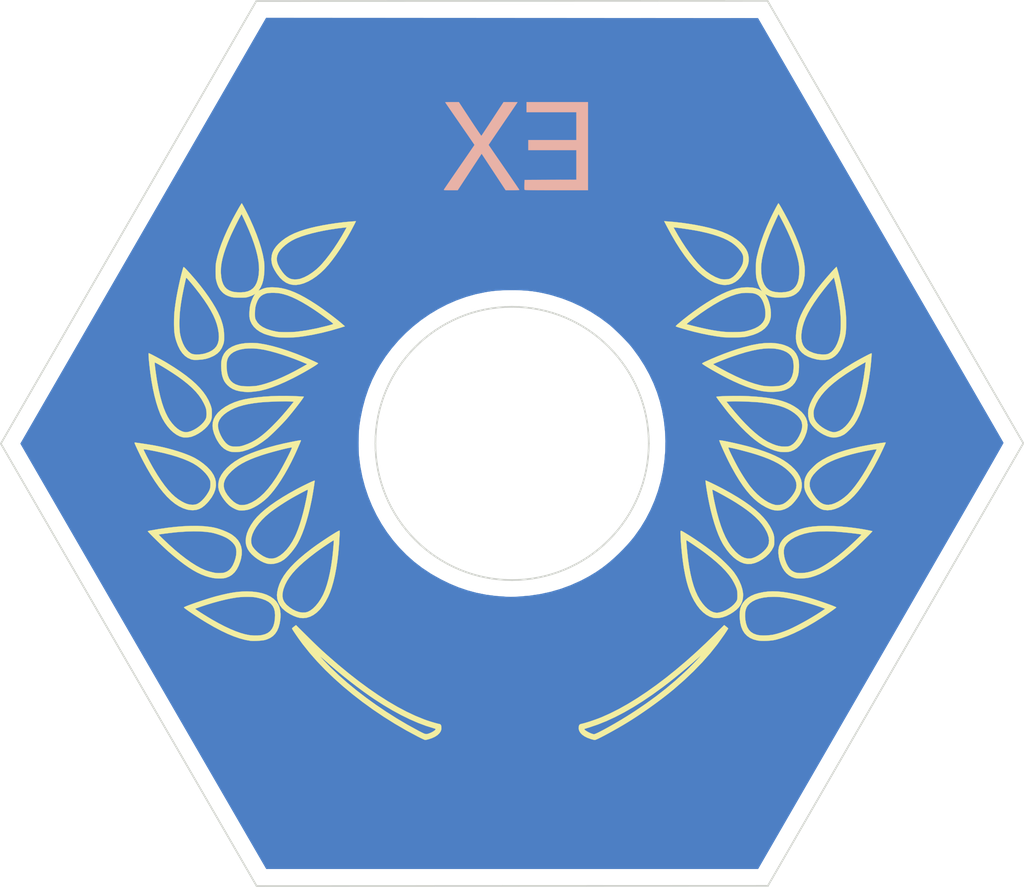
<source format=kicad_pcb>
(kicad_pcb (version 20171130) (host pcbnew 5.1.5+dfsg1-2build2)

  (general
    (thickness 1.6)
    (drawings 137)
    (tracks 0)
    (zones 0)
    (modules 4)
    (nets 1)
  )

  (page A4)
  (layers
    (0 F.Cu signal)
    (31 B.Cu signal)
    (32 B.Adhes user)
    (33 F.Adhes user)
    (34 B.Paste user)
    (35 F.Paste user)
    (36 B.SilkS user)
    (37 F.SilkS user)
    (38 B.Mask user)
    (39 F.Mask user)
    (40 Dwgs.User user)
    (41 Cmts.User user)
    (42 Eco1.User user)
    (43 Eco2.User user)
    (44 Edge.Cuts user)
    (45 Margin user)
    (46 B.CrtYd user)
    (47 F.CrtYd user)
    (48 B.Fab user)
    (49 F.Fab user)
  )

  (setup
    (last_trace_width 0.25)
    (trace_clearance 0.2)
    (zone_clearance 0.508)
    (zone_45_only no)
    (trace_min 0.2)
    (via_size 0.6)
    (via_drill 0.4)
    (via_min_size 0.4)
    (via_min_drill 0.3)
    (uvia_size 0.3)
    (uvia_drill 0.1)
    (uvias_allowed no)
    (uvia_min_size 0.2)
    (uvia_min_drill 0.1)
    (edge_width 0.15)
    (segment_width 0.2)
    (pcb_text_width 0.3)
    (pcb_text_size 1.5 1.5)
    (mod_edge_width 0.15)
    (mod_text_size 1 1)
    (mod_text_width 0.15)
    (pad_size 1.524 1.524)
    (pad_drill 0.762)
    (pad_to_mask_clearance 0.2)
    (aux_axis_origin 0 0)
    (visible_elements FFFFFF7F)
    (pcbplotparams
      (layerselection 0x010f0_ffffffff)
      (usegerberextensions false)
      (usegerberattributes false)
      (usegerberadvancedattributes false)
      (creategerberjobfile false)
      (excludeedgelayer true)
      (linewidth 0.100000)
      (plotframeref false)
      (viasonmask false)
      (mode 1)
      (useauxorigin false)
      (hpglpennumber 1)
      (hpglpenspeed 20)
      (hpglpendiameter 15.000000)
      (psnegative false)
      (psa4output false)
      (plotreference true)
      (plotvalue true)
      (plotinvisibletext false)
      (padsonsilk false)
      (subtractmaskfromsilk false)
      (outputformat 1)
      (mirror false)
      (drillshape 0)
      (scaleselection 1)
      (outputdirectory "gerbers/"))
  )

  (net 0 "")

  (net_class Default "This is the default net class."
    (clearance 0.2)
    (trace_width 0.25)
    (via_dia 0.6)
    (via_drill 0.4)
    (uvia_dia 0.3)
    (uvia_drill 0.1)
  )

  (module LOGO (layer F.Cu) (tedit 0) (tstamp 0)
    (at 0 0)
    (fp_text reference G*** (at 0 0) (layer F.SilkS) hide
      (effects (font (size 1.524 1.524) (thickness 0.3)))
    )
    (fp_text value LOGO (at 0.75 0) (layer F.SilkS) hide
      (effects (font (size 1.524 1.524) (thickness 0.3)))
    )
    (fp_poly (pts (xy -0.00305 -24.929057) (xy 14.399884 -24.92375) (xy 17.831401 -18.9865) (xy 18.131778 -18.466783)
      (xy 18.45131 -17.913925) (xy 18.787966 -17.331436) (xy 19.139718 -16.722828) (xy 19.504537 -16.091612)
      (xy 19.880393 -15.441298) (xy 20.265257 -14.775397) (xy 20.657101 -14.097421) (xy 21.053894 -13.41088)
      (xy 21.453607 -12.719285) (xy 21.854213 -12.026147) (xy 22.25368 -11.334978) (xy 22.649981 -10.649287)
      (xy 23.041086 -9.972586) (xy 23.424966 -9.308385) (xy 23.799591 -8.660197) (xy 24.162933 -8.031531)
      (xy 24.512962 -7.425899) (xy 24.847649 -6.846811) (xy 25.013618 -6.559646) (xy 25.294366 -6.073853)
      (xy 25.569718 -5.597335) (xy 25.838916 -5.131406) (xy 26.101203 -4.677377) (xy 26.355821 -4.236562)
      (xy 26.602013 -3.810273) (xy 26.839022 -3.399823) (xy 27.06609 -3.006525) (xy 27.282461 -2.631691)
      (xy 27.487376 -2.276634) (xy 27.680078 -1.942667) (xy 27.85981 -1.631101) (xy 28.025815 -1.343251)
      (xy 28.177335 -1.080428) (xy 28.313614 -0.843946) (xy 28.433893 -0.635116) (xy 28.537415 -0.455252)
      (xy 28.623423 -0.305666) (xy 28.691159 -0.18767) (xy 28.739867 -0.102579) (xy 28.768789 -0.051703)
      (xy 28.777253 -0.036334) (xy 28.767604 -0.015629) (xy 28.736885 0.041467) (xy 28.68524 0.134707)
      (xy 28.612808 0.263844) (xy 28.519732 0.428632) (xy 28.406154 0.628824) (xy 28.272214 0.864176)
      (xy 28.118054 1.134439) (xy 27.943816 1.439368) (xy 27.749641 1.778716) (xy 27.535671 2.152236)
      (xy 27.302046 2.559684) (xy 27.048909 3.000811) (xy 26.776401 3.475372) (xy 26.484663 3.983121)
      (xy 26.173838 4.523811) (xy 25.844065 5.097195) (xy 25.495487 5.703027) (xy 25.128246 6.341062)
      (xy 24.742483 7.011051) (xy 24.338338 7.71275) (xy 23.915955 8.445912) (xy 23.475473 9.21029)
      (xy 23.017035 10.005638) (xy 22.540783 10.83171) (xy 22.046856 11.688259) (xy 21.598377 12.465854)
      (xy 14.406565 24.934334) (xy -14.392357 24.934334) (xy -14.422231 24.886709) (xy -14.434517 24.865687)
      (xy -14.467311 24.809164) (xy -14.519945 24.718296) (xy -14.591751 24.594238) (xy -14.682062 24.438146)
      (xy -14.790209 24.251175) (xy -14.915526 24.034482) (xy -15.057343 23.789221) (xy -15.214995 23.516548)
      (xy -15.387812 23.217619) (xy -15.575127 22.89359) (xy -15.776273 22.545616) (xy -15.990582 22.174853)
      (xy -16.217386 21.782456) (xy -16.456017 21.369582) (xy -16.705807 20.937385) (xy -16.96609 20.487022)
      (xy -17.236197 20.019648) (xy -17.51546 19.536418) (xy -17.803213 19.038489) (xy -18.098786 18.527016)
      (xy -18.401512 18.003154) (xy -18.710725 17.468059) (xy -19.025755 16.922887) (xy -19.345935 16.368794)
      (xy -19.670598 15.806935) (xy -19.999076 15.238465) (xy -20.330701 14.664541) (xy -20.664805 14.086318)
      (xy -21.000721 13.504952) (xy -21.337781 12.921598) (xy -21.675318 12.337412) (xy -22.012662 11.753549)
      (xy -22.349148 11.171165) (xy -22.684107 10.591417) (xy -23.016871 10.015458) (xy -23.346773 9.444446)
      (xy -23.673145 8.879536) (xy -23.995319 8.321883) (xy -24.312628 7.772643) (xy -24.624403 7.232971)
      (xy -24.929978 6.704024) (xy -25.228684 6.186957) (xy -25.519854 5.682925) (xy -25.80282 5.193084)
      (xy -26.076914 4.71859) (xy -26.341469 4.260599) (xy -26.595817 3.820266) (xy -26.83929 3.398746)
      (xy -27.07122 2.997196) (xy -27.29094 2.61677) (xy -27.497782 2.258625) (xy -27.691079 1.923917)
      (xy -27.870162 1.6138) (xy -28.034364 1.329431) (xy -28.183017 1.071965) (xy -28.315454 0.842558)
      (xy -28.431006 0.642365) (xy -28.529007 0.472542) (xy -28.608787 0.334245) (xy -28.669681 0.228629)
      (xy -28.711019 0.15685) (xy -28.732135 0.120064) (xy -28.734569 0.115769) (xy -28.793838 0.009287)
      (xy -28.757185 -0.054258) (xy -8.991375 -0.054258) (xy -8.99055 0.17137) (xy -8.986153 0.386487)
      (xy -8.978087 0.582306) (xy -8.966254 0.750035) (xy -8.965139 0.762) (xy -8.887456 1.365572)
      (xy -8.770855 1.959551) (xy -8.616561 2.541955) (xy -8.425797 3.110806) (xy -8.199785 3.664123)
      (xy -7.939749 4.199926) (xy -7.646912 4.716235) (xy -7.322496 5.211071) (xy -6.967726 5.682452)
      (xy -6.583823 6.1284) (xy -6.172012 6.546934) (xy -5.733515 6.936074) (xy -5.269556 7.293839)
      (xy -4.781357 7.618251) (xy -4.699 7.668173) (xy -4.177127 7.962114) (xy -3.659216 8.216357)
      (xy -3.1407 8.432219) (xy -2.617013 8.61102) (xy -2.083592 8.754077) (xy -1.535869 8.862709)
      (xy -0.96928 8.938233) (xy -0.37926 8.981968) (xy -0.116416 8.991349) (xy -0.04522 8.99137)
      (xy 0.057634 8.989095) (xy 0.181553 8.98487) (xy 0.315945 8.979041) (xy 0.41275 8.974071)
      (xy 1.044028 8.919868) (xy 1.657997 8.827397) (xy 2.25637 8.69621) (xy 2.840861 8.525858)
      (xy 3.413183 8.31589) (xy 3.975052 8.065859) (xy 4.084933 8.011701) (xy 4.515969 7.782069)
      (xy 4.91866 7.537944) (xy 5.301177 7.27346) (xy 5.671691 6.982752) (xy 6.038373 6.659955)
      (xy 6.252157 6.456065) (xy 6.503556 6.204056) (xy 6.725886 5.968438) (xy 6.925397 5.742265)
      (xy 7.108341 5.518589) (xy 7.185891 5.418261) (xy 7.527609 4.933832) (xy 7.83449 4.427095)
      (xy 8.10609 3.900427) (xy 8.341967 3.356203) (xy 8.541676 2.796797) (xy 8.704775 2.224584)
      (xy 8.830821 1.64194) (xy 8.919369 1.051239) (xy 8.969977 0.454857) (xy 8.982201 -0.144832)
      (xy 8.955597 -0.745453) (xy 8.889724 -1.344629) (xy 8.784136 -1.939988) (xy 8.657009 -2.462517)
      (xy 8.488749 -2.997381) (xy 8.279855 -3.528921) (xy 8.032025 -4.053901) (xy 7.746959 -4.569085)
      (xy 7.426355 -5.071237) (xy 7.071912 -5.557121) (xy 6.955189 -5.704232) (xy 6.852222 -5.82533)
      (xy 6.723407 -5.967158) (xy 6.575313 -6.12322) (xy 6.414512 -6.287019) (xy 6.247571 -6.452061)
      (xy 6.08106 -6.611848) (xy 5.92155 -6.759884) (xy 5.775608 -6.889673) (xy 5.6515 -6.993368)
      (xy 5.151175 -7.365998) (xy 4.628593 -7.703088) (xy 4.085648 -8.003703) (xy 3.524231 -8.26691)
      (xy 2.946237 -8.491775) (xy 2.353558 -8.677365) (xy 2.106084 -8.742053) (xy 1.784934 -8.816236)
      (xy 1.481393 -8.875169) (xy 1.185047 -8.920041) (xy 0.88548 -8.95204) (xy 0.572279 -8.972353)
      (xy 0.235029 -8.982167) (xy -0.010583 -8.983458) (xy -0.292289 -8.980921) (xy -0.540752 -8.974505)
      (xy -0.764944 -8.963542) (xy -0.973833 -8.947359) (xy -1.176389 -8.925285) (xy -1.381582 -8.89665)
      (xy -1.559272 -8.867601) (xy -2.136478 -8.746692) (xy -2.704158 -8.585586) (xy -3.260291 -8.385749)
      (xy -3.802862 -8.148645) (xy -4.329851 -7.87574) (xy -4.839239 -7.568499) (xy -5.32901 -7.228386)
      (xy -5.797145 -6.856869) (xy -6.241625 -6.45541) (xy -6.660432 -6.025476) (xy -7.051549 -5.568533)
      (xy -7.412957 -5.086044) (xy -7.742638 -4.579475) (xy -7.940785 -4.234645) (xy -8.192153 -3.732642)
      (xy -8.41094 -3.207584) (xy -8.597552 -2.658171) (xy -8.752398 -2.083099) (xy -8.875887 -1.481067)
      (xy -8.945312 -1.032408) (xy -8.960893 -0.886075) (xy -8.973386 -0.706304) (xy -8.982696 -0.501884)
      (xy -8.988725 -0.281606) (xy -8.991375 -0.054258) (xy -28.757185 -0.054258) (xy -21.599912 -12.462538)
      (xy -14.405985 -24.934364) (xy -0.00305 -24.929057)) (layer B.Cu) (width 0.01))
  )

  (module LOGO (layer F.Cu) (tedit 0) (tstamp 0)
    (at 0 0)
    (fp_text reference G*** (at 0 0) (layer F.SilkS) hide
      (effects (font (size 1.524 1.524) (thickness 0.3)))
    )
    (fp_text value LOGO (at 0.75 0) (layer F.SilkS) hide
      (effects (font (size 1.524 1.524) (thickness 0.3)))
    )
    (fp_poly (pts (xy -2.466389 -19.008386) (xy -2.345452 -18.824636) (xy -2.231295 -18.652196) (xy -2.126035 -18.494199)
      (xy -2.031794 -18.353779) (xy -1.95069 -18.23407) (xy -1.884844 -18.138205) (xy -1.836375 -18.069317)
      (xy -1.807402 -18.030541) (xy -1.799834 -18.023004) (xy -1.785937 -18.041864) (xy -1.751058 -18.092967)
      (xy -1.69733 -18.173089) (xy -1.626887 -18.279008) (xy -1.541863 -18.407502) (xy -1.444392 -18.555349)
      (xy -1.336607 -18.719325) (xy -1.220644 -18.896209) (xy -1.141561 -19.017085) (xy -0.497416 -20.002433)
      (xy -0.089958 -20.002467) (xy 0.036143 -20.002058) (xy 0.146378 -20.000899) (xy 0.234288 -19.999125)
      (xy 0.293414 -19.99687) (xy 0.317299 -19.994268) (xy 0.3175 -19.993999) (xy 0.305879 -19.975554)
      (xy 0.272281 -19.924951) (xy 0.218604 -19.844994) (xy 0.146744 -19.738485) (xy 0.058601 -19.608224)
      (xy -0.043928 -19.457015) (xy -0.158946 -19.287659) (xy -0.284555 -19.102958) (xy -0.418857 -18.905714)
      (xy -0.529166 -18.743874) (xy -0.668966 -18.538741) (xy -0.801562 -18.343947) (xy -0.925057 -18.162293)
      (xy -1.037553 -17.996582) (xy -1.137152 -17.849617) (xy -1.221957 -17.7242) (xy -1.29007 -17.623134)
      (xy -1.339593 -17.549221) (xy -1.368629 -17.505264) (xy -1.375833 -17.493568) (xy -1.364108 -17.475183)
      (xy -1.330176 -17.424693) (xy -1.275899 -17.344816) (xy -1.203143 -17.238271) (xy -1.113771 -17.107775)
      (xy -1.009647 -16.956047) (xy -0.892634 -16.785806) (xy -0.764596 -16.599769) (xy -0.627398 -16.400656)
      (xy -0.482903 -16.191184) (xy -0.47625 -16.181544) (xy -0.331376 -15.971383) (xy -0.193725 -15.771189)
      (xy -0.065166 -15.58371) (xy 0.052434 -15.411693) (xy 0.157208 -15.257886) (xy 0.247287 -15.125037)
      (xy 0.320806 -15.015893) (xy 0.375895 -14.933202) (xy 0.410687 -14.879712) (xy 0.423316 -14.858171)
      (xy 0.423334 -14.858018) (xy 0.402923 -14.850975) (xy 0.34469 -14.845214) (xy 0.253133 -14.840962)
      (xy 0.13275 -14.838445) (xy 0.023652 -14.837833) (xy -0.37603 -14.837833) (xy -1.080101 -15.907981)
      (xy -1.784173 -16.97813) (xy -2.07246 -16.53769) (xy -2.157809 -16.407307) (xy -2.260653 -16.250214)
      (xy -2.375293 -16.075116) (xy -2.496032 -15.890715) (xy -2.617169 -15.705716) (xy -2.733007 -15.528822)
      (xy -2.773138 -15.467541) (xy -3.185529 -14.837833) (xy -3.595279 -14.837833) (xy -3.736905 -14.838122)
      (xy -3.841437 -14.839293) (xy -3.914112 -14.841801) (xy -3.960166 -14.846103) (xy -3.984837 -14.852654)
      (xy -3.993361 -14.861911) (xy -3.991783 -14.872351) (xy -3.977867 -14.895007) (xy -3.941781 -14.94967)
      (xy -3.88544 -15.033534) (xy -3.810758 -15.143792) (xy -3.719649 -15.277637) (xy -3.614028 -15.432262)
      (xy -3.495808 -15.604859) (xy -3.366904 -15.792623) (xy -3.22923 -15.992744) (xy -3.089935 -16.19483)
      (xy -2.946064 -16.403501) (xy -2.809417 -16.601969) (xy -2.681869 -16.787493) (xy -2.565296 -16.957332)
      (xy -2.461572 -17.108745) (xy -2.372574 -17.238992) (xy -2.300176 -17.345332) (xy -2.246254 -17.425026)
      (xy -2.212682 -17.475332) (xy -2.201333 -17.493485) (xy -2.213081 -17.512212) (xy -2.247047 -17.562926)
      (xy -2.301313 -17.642838) (xy -2.373964 -17.749155) (xy -2.463083 -17.879085) (xy -2.566751 -18.029838)
      (xy -2.683054 -18.198621) (xy -2.810073 -18.382644) (xy -2.945893 -18.579114) (xy -3.058583 -18.741913)
      (xy -3.200025 -18.946289) (xy -3.334185 -19.140448) (xy -3.459148 -19.321598) (xy -3.572995 -19.486945)
      (xy -3.673811 -19.633695) (xy -3.759678 -19.759054) (xy -3.828678 -19.86023) (xy -3.878895 -19.934429)
      (xy -3.908412 -19.978857) (xy -3.915833 -19.991073) (xy -3.895755 -19.994647) (xy -3.839876 -19.997764)
      (xy -3.754726 -20.000236) (xy -3.646835 -20.001877) (xy -3.522735 -20.002499) (xy -3.517325 -20.0025)
      (xy -3.118816 -20.0025) (xy -2.466389 -19.008386)) (layer B.SilkS) (width 0.01))
    (fp_poly (pts (xy 4.445 -14.837833) (xy 2.592253 -14.837833) (xy 2.260029 -14.837935) (xy 1.967813 -14.838262)
      (xy 1.713278 -14.83885) (xy 1.4941 -14.839733) (xy 1.307952 -14.840945) (xy 1.152509 -14.842521)
      (xy 1.025445 -14.844496) (xy 0.924434 -14.846902) (xy 0.847151 -14.849776) (xy 0.791271 -14.853151)
      (xy 0.754467 -14.857062) (xy 0.734414 -14.861543) (xy 0.728922 -14.865411) (xy 0.725378 -14.896079)
      (xy 0.723283 -14.960099) (xy 0.722775 -15.048511) (xy 0.723992 -15.152354) (xy 0.724295 -15.167036)
      (xy 0.73025 -15.441083) (xy 2.248959 -15.446515) (xy 3.767667 -15.451947) (xy 3.767667 -17.187333)
      (xy 0.9525 -17.187333) (xy 0.9525 -17.78) (xy 3.767667 -17.78) (xy 3.767667 -19.409833)
      (xy 0.846667 -19.409833) (xy 0.846667 -20.0025) (xy 4.445 -20.0025) (xy 4.445 -14.837833)) (layer B.SilkS) (width 0.01))
  )

  (module LOGO (layer F.Cu) (tedit 0) (tstamp 0)
    (at 0 0)
    (fp_text reference G*** (at 0 0) (layer F.SilkS) hide
      (effects (font (size 1.524 1.524) (thickness 0.3)))
    )
    (fp_text value LOGO (at 0.75 0) (layer F.SilkS) hide
      (effects (font (size 1.524 1.524) (thickness 0.3)))
    )
    (fp_poly (pts (xy -12.74907 10.772774) (xy -12.707912 10.810133) (xy -12.643224 10.871269) (xy -12.558202 10.9531)
      (xy -12.456043 11.052542) (xy -12.339946 11.166513) (xy -12.213106 11.291929) (xy -12.176125 11.328653)
      (xy -11.764122 11.732908) (xy -11.369261 12.109127) (xy -10.984272 12.463863) (xy -10.601884 12.803665)
      (xy -10.214828 13.135085) (xy -9.815833 13.464674) (xy -9.7155 13.545834) (xy -9.117966 14.014342)
      (xy -8.533424 14.446572) (xy -7.962367 14.842237) (xy -7.405287 15.201053) (xy -6.862676 15.522733)
      (xy -6.335026 15.806991) (xy -5.822831 16.053543) (xy -5.326582 16.262102) (xy -4.846771 16.432381)
      (xy -4.627568 16.498968) (xy -4.497738 16.538099) (xy -4.396049 16.572699) (xy -4.32673 16.601192)
      (xy -4.294005 16.622003) (xy -4.292851 16.623702) (xy -4.278284 16.69066) (xy -4.298006 16.769182)
      (xy -4.347743 16.853359) (xy -4.423223 16.937283) (xy -4.520173 17.015048) (xy -4.617404 17.072463)
      (xy -4.685529 17.10322) (xy -4.771546 17.137091) (xy -4.864456 17.170346) (xy -4.953261 17.199255)
      (xy -5.026964 17.22009) (xy -5.074567 17.22912) (xy -5.079574 17.229201) (xy -5.100818 17.219793)
      (xy -5.154011 17.193744) (xy -5.233512 17.153891) (xy -5.333682 17.103066) (xy -5.448882 17.044105)
      (xy -5.49275 17.021534) (xy -6.170933 16.656767) (xy -6.837159 16.267985) (xy -7.48868 15.857424)
      (xy -8.122747 15.427316) (xy -8.736609 14.979895) (xy -9.327517 14.517397) (xy -9.892722 14.042055)
      (xy -10.429475 13.556102) (xy -10.935027 13.061774) (xy -11.406628 12.561303) (xy -11.841528 12.056925)
      (xy -12.23698 11.550872) (xy -12.254553 11.527078) (xy -12.318598 11.438465) (xy -12.389953 11.336969)
      (xy -12.464681 11.228505) (xy -12.538847 11.118988) (xy -12.608515 11.014331) (xy -12.669748 10.92045)
      (xy -12.718612 10.84326) (xy -12.751169 10.788675) (xy -12.763484 10.76261) (xy -12.7635 10.762275)
      (xy -12.74907 10.772774)) (layer F.Cu) (width 0.01))
    (fp_poly (pts (xy 12.518882 10.788857) (xy 12.485957 10.844364) (xy 12.435538 10.923436) (xy 12.371268 11.020696)
      (xy 12.296794 11.130768) (xy 12.215759 11.248274) (xy 12.131808 11.367838) (xy 12.048588 11.484082)
      (xy 11.969741 11.591629) (xy 11.956095 11.609917) (xy 11.538798 12.138052) (xy 11.081248 12.661974)
      (xy 10.585448 13.17999) (xy 10.053404 13.690408) (xy 9.48712 14.191536) (xy 8.888601 14.681681)
      (xy 8.259851 15.159151) (xy 7.602874 15.622253) (xy 6.919675 16.069295) (xy 6.21226 16.498585)
      (xy 6.06425 16.584347) (xy 5.95441 16.646545) (xy 5.828818 16.716089) (xy 5.692618 16.790284)
      (xy 5.550954 16.866435) (xy 5.40897 16.941848) (xy 5.27181 17.013827) (xy 5.144619 17.079678)
      (xy 5.032541 17.136705) (xy 4.94072 17.182215) (xy 4.8743 17.213511) (xy 4.838425 17.2279)
      (xy 4.834572 17.228533) (xy 4.806366 17.222277) (xy 4.748972 17.206732) (xy 4.673686 17.184985)
      (xy 4.656667 17.179921) (xy 4.479954 17.117031) (xy 4.321574 17.041003) (xy 4.201867 16.963865)
      (xy 4.141807 16.904305) (xy 4.093154 16.830694) (xy 4.059517 16.752904) (xy 4.044502 16.680807)
      (xy 4.051719 16.624275) (xy 4.069292 16.601104) (xy 4.099077 16.588086) (xy 4.16091 16.567169)
      (xy 4.245892 16.541191) (xy 4.345121 16.512987) (xy 4.34975 16.511719) (xy 4.790709 16.375037)
      (xy 5.25 16.201462) (xy 5.726509 15.991707) (xy 6.219123 15.746482) (xy 6.726729 15.466498)
      (xy 7.248213 15.152467) (xy 7.782463 14.8051) (xy 8.328364 14.425108) (xy 8.884804 14.013202)
      (xy 9.45067 13.570094) (xy 10.024848 13.096494) (xy 10.606225 12.593115) (xy 10.910444 12.320344)
      (xy 11.008884 12.229664) (xy 11.131262 12.11471) (xy 11.271633 11.981194) (xy 11.42405 11.834826)
      (xy 11.582568 11.681318) (xy 11.741242 11.526379) (xy 11.894125 11.375722) (xy 11.900959 11.368951)
      (xy 12.035072 11.236432) (xy 12.159429 11.114327) (xy 12.270933 11.00562) (xy 12.366489 10.913292)
      (xy 12.443002 10.840326) (xy 12.497375 10.789703) (xy 12.526513 10.764407) (xy 12.530667 10.762293)
      (xy 12.518882 10.788857)) (layer F.Cu) (width 0.01))
    (fp_poly (pts (xy -15.338257 8.822429) (xy -15.15073 8.833991) (xy -14.991708 8.853541) (xy -14.975416 8.856366)
      (xy -14.691739 8.919089) (xy -14.446237 8.998799) (xy -14.237915 9.09642) (xy -14.065781 9.212878)
      (xy -13.928841 9.349098) (xy -13.826102 9.506004) (xy -13.756569 9.684523) (xy -13.71925 9.885579)
      (xy -13.711775 10.033) (xy -13.723622 10.302358) (xy -13.760868 10.546571) (xy -13.822768 10.762474)
      (xy -13.908577 10.946903) (xy -13.938533 10.995114) (xy -14.05432 11.131608) (xy -14.20297 11.242926)
      (xy -14.382972 11.3286) (xy -14.592811 11.388158) (xy -14.830977 11.421134) (xy -15.095957 11.427058)
      (xy -15.292916 11.415192) (xy -15.548906 11.377232) (xy -15.831072 11.307835) (xy -16.137985 11.20766)
      (xy -16.468215 11.077364) (xy -16.820332 10.917604) (xy -17.192907 10.729037) (xy -17.584508 10.51232)
      (xy -17.993707 10.268112) (xy -18.419073 9.997068) (xy -18.513185 9.934898) (xy -18.624062 9.860584)
      (xy -18.723642 9.792681) (xy -18.806218 9.735174) (xy -18.866086 9.692047) (xy -18.897539 9.667285)
      (xy -18.900094 9.664679) (xy -18.902647 9.651593) (xy -18.886823 9.635525) (xy -18.848097 9.61427)
      (xy -18.781943 9.585625) (xy -18.683836 9.547384) (xy -18.579222 9.50837) (xy -18.145009 9.355891)
      (xy -17.710669 9.21815) (xy -17.283296 9.097046) (xy -16.869982 8.994474) (xy -16.477821 8.912331)
      (xy -16.139583 8.856115) (xy -15.954953 8.835699) (xy -15.752061 8.823281) (xy -15.542598 8.818858)
      (xy -15.338257 8.822429)) (layer F.Cu) (width 0.01))
    (fp_poly (pts (xy 15.691313 8.836185) (xy 16.088969 8.885897) (xy 16.411602 8.944354) (xy 16.749291 9.01986)
      (xy 17.112766 9.113647) (xy 17.491291 9.222585) (xy 17.874131 9.343549) (xy 18.25055 9.473409)
      (xy 18.34187 9.506704) (xy 18.470989 9.555101) (xy 18.564212 9.592149) (xy 18.625806 9.619892)
      (xy 18.660033 9.640378) (xy 18.671158 9.65565) (xy 18.668373 9.663339) (xy 18.640001 9.687544)
      (xy 18.580794 9.730801) (xy 18.495846 9.789769) (xy 18.390248 9.861105) (xy 18.269092 9.941468)
      (xy 18.137471 10.027517) (xy 18.000476 10.11591) (xy 17.863198 10.203305) (xy 17.730731 10.286361)
      (xy 17.608166 10.361737) (xy 17.55775 10.392169) (xy 17.381351 10.494738) (xy 17.185702 10.603016)
      (xy 16.978293 10.713262) (xy 16.766613 10.821735) (xy 16.558152 10.924694) (xy 16.360401 11.018397)
      (xy 16.180848 11.099103) (xy 16.026983 11.163071) (xy 15.974202 11.183173) (xy 15.623917 11.297966)
      (xy 15.294027 11.376873) (xy 14.982837 11.420121) (xy 14.688651 11.427936) (xy 14.409774 11.400544)
      (xy 14.38275 11.395893) (xy 14.170738 11.340113) (xy 13.987246 11.253644) (xy 13.832126 11.136271)
      (xy 13.705231 10.98778) (xy 13.606412 10.807954) (xy 13.535523 10.596578) (xy 13.492414 10.353437)
      (xy 13.47694 10.078315) (xy 13.476924 10.075334) (xy 13.490165 9.846808) (xy 13.533391 9.647023)
      (xy 13.608282 9.473243) (xy 13.716513 9.32273) (xy 13.859765 9.192748) (xy 14.039714 9.080562)
      (xy 14.107584 9.04691) (xy 14.372945 8.943413) (xy 14.663232 8.870626) (xy 14.979212 8.828515)
      (xy 15.32165 8.817046) (xy 15.691313 8.836185)) (layer F.Cu) (width 0.01))
    (fp_poly (pts (xy -10.252673 5.385028) (xy -10.252872 5.44883) (xy -10.256859 5.543976) (xy -10.264176 5.665102)
      (xy -10.274367 5.806845) (xy -10.286974 5.96384) (xy -10.30154 6.130724) (xy -10.317606 6.302134)
      (xy -10.334716 6.472705) (xy -10.352413 6.637075) (xy -10.370238 6.789878) (xy -10.387735 6.925752)
      (xy -10.394576 6.974417) (xy -10.461702 7.393462) (xy -10.536527 7.773901) (xy -10.620076 8.118933)
      (xy -10.713375 8.431755) (xy -10.817449 8.715566) (xy -10.933326 8.973565) (xy -11.062029 9.208949)
      (xy -11.16043 9.362158) (xy -11.33131 9.586691) (xy -11.508089 9.770107) (xy -11.690456 9.91223)
      (xy -11.878097 10.012883) (xy -12.070698 10.071889) (xy -12.267948 10.089073) (xy -12.421151 10.073985)
      (xy -12.583503 10.031497) (xy -12.754513 9.962458) (xy -12.926725 9.872005) (xy -13.092678 9.765274)
      (xy -13.244916 9.647402) (xy -13.37598 9.523523) (xy -13.47841 9.398776) (xy -13.531032 9.309669)
      (xy -13.592592 9.133369) (xy -13.617249 8.940584) (xy -13.606025 8.733643) (xy -13.559939 8.514876)
      (xy -13.480012 8.286613) (xy -13.367264 8.051184) (xy -13.222715 7.810918) (xy -13.047386 7.568145)
      (xy -12.842296 7.325196) (xy -12.608466 7.084399) (xy -12.520083 7.001115) (xy -12.210705 6.729195)
      (xy -11.86476 6.449307) (xy -11.486526 6.164624) (xy -11.080277 5.878317) (xy -10.650289 5.593558)
      (xy -10.460622 5.473292) (xy -10.380765 5.424353) (xy -10.315133 5.386106) (xy -10.27126 5.362811)
      (xy -10.25672 5.357933) (xy -10.252673 5.385028)) (layer F.Cu) (width 0.01))
    (fp_poly (pts (xy 10.042104 5.367092) (xy 10.093345 5.394978) (xy 10.170294 5.44051) (xy 10.268218 5.500732)
      (xy 10.382387 5.572687) (xy 10.508067 5.653417) (xy 10.640528 5.739965) (xy 10.775037 5.829376)
      (xy 10.805584 5.849911) (xy 11.152388 6.09091) (xy 11.48131 6.334133) (xy 11.789484 6.577036)
      (xy 12.074043 6.817078) (xy 12.332123 7.051719) (xy 12.560857 7.278416) (xy 12.75738 7.494627)
      (xy 12.918826 7.697812) (xy 12.96841 7.768167) (xy 13.051354 7.901888) (xy 13.137093 8.05993)
      (xy 13.217272 8.225777) (xy 13.283533 8.382911) (xy 13.295077 8.41375) (xy 13.324125 8.496381)
      (xy 13.343772 8.563872) (xy 13.35589 8.628578) (xy 13.362352 8.702852) (xy 13.365028 8.799049)
      (xy 13.365625 8.879417) (xy 13.365607 8.993601) (xy 13.363372 9.075909) (xy 13.35729 9.136793)
      (xy 13.345727 9.186706) (xy 13.327052 9.2361) (xy 13.301189 9.292167) (xy 13.202581 9.45577)
      (xy 13.068618 9.604941) (xy 12.896413 9.742797) (xy 12.862167 9.765966) (xy 12.628846 9.905413)
      (xy 12.410049 10.005597) (xy 12.205019 10.066734) (xy 12.013003 10.089042) (xy 11.833245 10.072736)
      (xy 11.811 10.067853) (xy 11.610401 9.999354) (xy 11.41886 9.891061) (xy 11.239847 9.745144)
      (xy 11.15515 9.657673) (xy 11.064602 9.547816) (xy 10.96492 9.412037) (xy 10.864475 9.262961)
      (xy 10.771635 9.113212) (xy 10.694768 8.975414) (xy 10.670257 8.926234) (xy 10.560858 8.668577)
      (xy 10.459265 8.372057) (xy 10.366131 8.039537) (xy 10.282108 7.673877) (xy 10.207849 7.27794)
      (xy 10.144007 6.854587) (xy 10.091234 6.40668) (xy 10.087639 6.371167) (xy 10.075964 6.247446)
      (xy 10.064345 6.111703) (xy 10.053205 5.97037) (xy 10.042964 5.829879) (xy 10.034046 5.696662)
      (xy 10.026872 5.57715) (xy 10.021863 5.477775) (xy 10.019442 5.40497) (xy 10.020031 5.365166)
      (xy 10.021303 5.359809) (xy 10.042104 5.367092)) (layer F.Cu) (width 0.01))
    (fp_poly (pts (xy -18.286735 4.984063) (xy -17.953493 5.007061) (xy -17.645208 5.048798) (xy -17.357268 5.109866)
      (xy -17.085064 5.190859) (xy -16.873047 5.271436) (xy -16.633253 5.387126) (xy -16.42895 5.518505)
      (xy -16.261242 5.664402) (xy -16.131233 5.823648) (xy -16.040029 5.99507) (xy -15.988733 6.177498)
      (xy -15.983465 6.214326) (xy -15.975896 6.402671) (xy -15.995237 6.600204) (xy -16.038633 6.800168)
      (xy -16.103224 6.995802) (xy -16.186153 7.180348) (xy -16.284563 7.347048) (xy -16.395596 7.489142)
      (xy -16.516394 7.599872) (xy -16.589068 7.64666) (xy -16.75272 7.71397) (xy -16.944087 7.754487)
      (xy -17.157694 7.767692) (xy -17.388064 7.753069) (xy -17.514256 7.734009) (xy -17.775406 7.671152)
      (xy -18.049007 7.574393) (xy -18.33575 7.443268) (xy -18.636326 7.277309) (xy -18.951425 7.076052)
      (xy -19.281738 6.83903) (xy -19.627955 6.565779) (xy -19.990767 6.255832) (xy -20.370866 5.908724)
      (xy -20.719756 5.572596) (xy -20.831291 5.461767) (xy -20.914567 5.376621) (xy -20.972316 5.314004)
      (xy -21.007273 5.270763) (xy -21.022174 5.243746) (xy -21.019751 5.2298) (xy -21.018066 5.228642)
      (xy -20.972556 5.212764) (xy -20.889832 5.194243) (xy -20.77489 5.17368) (xy -20.632726 5.151674)
      (xy -20.468335 5.128825) (xy -20.286712 5.105733) (xy -20.092854 5.082998) (xy -19.891754 5.06122)
      (xy -19.68841 5.040998) (xy -19.487817 5.022932) (xy -19.294969 5.007622) (xy -19.114863 4.995669)
      (xy -19.04653 4.991911) (xy -18.649544 4.97921) (xy -18.286735 4.984063)) (layer F.Cu) (width 0.01))
    (fp_poly (pts (xy 18.644536 4.985994) (xy 19.025342 5.003695) (xy 19.42483 5.03446) (xy 19.838736 5.078138)
      (xy 20.262792 5.134578) (xy 20.403927 5.155931) (xy 20.522437 5.175124) (xy 20.627553 5.193511)
      (xy 20.711569 5.209638) (xy 20.766781 5.222049) (xy 20.784135 5.22773) (xy 20.781698 5.248349)
      (xy 20.75021 5.293558) (xy 20.692787 5.360431) (xy 20.612547 5.44604) (xy 20.512607 5.547456)
      (xy 20.396083 5.661752) (xy 20.266093 5.786) (xy 20.125754 5.917272) (xy 19.978182 6.052641)
      (xy 19.826495 6.189178) (xy 19.673809 6.323955) (xy 19.523243 6.454045) (xy 19.377911 6.576519)
      (xy 19.240933 6.688451) (xy 19.165125 6.748493) (xy 18.825564 7.001638) (xy 18.502516 7.217288)
      (xy 18.19432 7.396184) (xy 17.899317 7.539066) (xy 17.615849 7.646676) (xy 17.342255 7.719752)
      (xy 17.076876 7.759036) (xy 16.882936 7.766774) (xy 16.78021 7.762662) (xy 16.678478 7.752976)
      (xy 16.595884 7.739582) (xy 16.578806 7.735461) (xy 16.404651 7.670706) (xy 16.252022 7.575025)
      (xy 16.119129 7.446432) (xy 16.004183 7.282939) (xy 15.905394 7.082561) (xy 15.84563 6.9215)
      (xy 15.777357 6.677076) (xy 15.743079 6.455702) (xy 15.743213 6.25465) (xy 15.778173 6.071193)
      (xy 15.848376 5.9026) (xy 15.954236 5.746146) (xy 16.038878 5.653129) (xy 16.204089 5.513325)
      (xy 16.405339 5.385241) (xy 16.637384 5.271215) (xy 16.894982 5.173586) (xy 17.172889 5.094692)
      (xy 17.39346 5.048878) (xy 17.656875 5.012801) (xy 17.956036 4.990396) (xy 18.286679 4.981511)
      (xy 18.644536 4.985994)) (layer F.Cu) (width 0.01))
    (fp_poly (pts (xy -11.751131 2.432871) (xy -11.752506 2.489457) (xy -11.761742 2.578216) (xy -11.778027 2.694604)
      (xy -11.800547 2.834081) (xy -11.828489 2.992104) (xy -11.861041 3.164131) (xy -11.897391 3.34562)
      (xy -11.936724 3.532028) (xy -11.978229 3.718815) (xy -12.021092 3.901436) (xy -12.034941 3.958167)
      (xy -12.150081 4.393614) (xy -12.271315 4.791144) (xy -12.398278 5.149739) (xy -12.530609 5.468382)
      (xy -12.667944 5.746055) (xy -12.680793 5.769463) (xy -12.815776 5.990637) (xy -12.966846 6.198367)
      (xy -13.129317 6.387968) (xy -13.298503 6.554751) (xy -13.469717 6.694033) (xy -13.638271 6.801125)
      (xy -13.774133 6.862692) (xy -13.900379 6.895275) (xy -14.045012 6.912325) (xy -14.190572 6.913013)
      (xy -14.319599 6.896511) (xy -14.346354 6.889848) (xy -14.520314 6.826074) (xy -14.698477 6.733705)
      (xy -14.873051 6.618925) (xy -15.036244 6.487917) (xy -15.180261 6.346864) (xy -15.29731 6.20195)
      (xy -15.37179 6.076199) (xy -15.429914 5.907087) (xy -15.451554 5.720849) (xy -15.43695 5.521417)
      (xy -15.386344 5.31272) (xy -15.313599 5.1275) (xy -15.192501 4.899654) (xy -15.040222 4.673958)
      (xy -14.855414 4.449196) (xy -14.636732 4.224151) (xy -14.38283 3.997605) (xy -14.092361 3.768343)
      (xy -13.763979 3.535147) (xy -13.396338 3.296801) (xy -13.070416 3.100051) (xy -12.985252 3.05126)
      (xy -12.878454 2.991881) (xy -12.755218 2.924634) (xy -12.620737 2.852238) (xy -12.480203 2.777413)
      (xy -12.33881 2.702879) (xy -12.201752 2.631354) (xy -12.074221 2.565559) (xy -11.961412 2.508213)
      (xy -11.868516 2.462036) (xy -11.800728 2.429747) (xy -11.763242 2.414067) (xy -11.758429 2.413)
      (xy -11.751131 2.432871)) (layer F.Cu) (width 0.01))
    (fp_poly (pts (xy 11.550697 2.422488) (xy 11.607636 2.449026) (xy 11.690687 2.489724) (xy 11.794234 2.541693)
      (xy 11.912661 2.602044) (xy 12.040351 2.667888) (xy 12.17169 2.736334) (xy 12.30106 2.804494)
      (xy 12.422847 2.869479) (xy 12.531433 2.928398) (xy 12.587293 2.959291) (xy 13.005452 3.200592)
      (xy 13.383337 3.435487) (xy 13.722314 3.665211) (xy 14.023746 3.890996) (xy 14.288999 4.114079)
      (xy 14.519438 4.335692) (xy 14.716427 4.55707) (xy 14.88133 4.779447) (xy 15.015513 5.004058)
      (xy 15.120341 5.232138) (xy 15.131057 5.259917) (xy 15.194696 5.472243) (xy 15.219684 5.672208)
      (xy 15.205472 5.861299) (xy 15.151513 6.041002) (xy 15.057258 6.212803) (xy 14.922159 6.378189)
      (xy 14.745668 6.538646) (xy 14.626167 6.62859) (xy 14.412663 6.761916) (xy 14.205783 6.855119)
      (xy 14.006427 6.907962) (xy 13.815497 6.920208) (xy 13.633894 6.891618) (xy 13.631334 6.890902)
      (xy 13.434088 6.814638) (xy 13.238358 6.698565) (xy 13.046451 6.545201) (xy 12.860675 6.357065)
      (xy 12.683336 6.136672) (xy 12.516744 5.886543) (xy 12.363204 5.609193) (xy 12.264352 5.399347)
      (xy 12.201296 5.246274) (xy 12.13225 5.061982) (xy 12.060564 4.856544) (xy 11.989584 4.640034)
      (xy 11.922659 4.422523) (xy 11.863137 4.214083) (xy 11.834607 4.106334) (xy 11.791375 3.931797)
      (xy 11.748554 3.748318) (xy 11.706965 3.560405) (xy 11.667432 3.372564) (xy 11.630778 3.189303)
      (xy 11.597826 3.01513) (xy 11.569399 2.854552) (xy 11.546318 2.712078) (xy 11.529408 2.592214)
      (xy 11.519492 2.499467) (xy 11.517391 2.438347) (xy 11.523929 2.41336) (xy 11.525485 2.413)
      (xy 11.550697 2.422488)) (layer F.Cu) (width 0.01))
    (fp_poly (pts (xy -12.611901 0.026694) (xy -12.630124 0.083761) (xy -12.666006 0.173691) (xy -12.718533 0.294179)
      (xy -12.78669 0.442917) (xy -12.869462 0.617599) (xy -12.965835 0.815919) (xy -12.996623 0.878417)
      (xy -13.133989 1.151703) (xy -13.261695 1.395054) (xy -13.385158 1.618088) (xy -13.509795 1.830429)
      (xy -13.641023 2.041696) (xy -13.723433 2.169278) (xy -13.932021 2.473077) (xy -14.136607 2.739319)
      (xy -14.341114 2.97203) (xy -14.549462 3.175238) (xy -14.765575 3.35297) (xy -14.993375 3.509255)
      (xy -15.07866 3.560844) (xy -15.262087 3.653651) (xy -15.450993 3.722571) (xy -15.637424 3.765913)
      (xy -15.813427 3.781984) (xy -15.971049 3.769091) (xy -16.012583 3.759586) (xy -16.189181 3.697398)
      (xy -16.349405 3.608014) (xy -16.501546 3.486084) (xy -16.613846 3.37171) (xy -16.77518 3.177871)
      (xy -16.898337 2.994326) (xy -16.985138 2.8175) (xy -17.037403 2.643821) (xy -17.055579 2.504622)
      (xy -17.05137 2.33248) (xy -17.016842 2.16767) (xy -16.949635 2.004202) (xy -16.847391 1.836087)
      (xy -16.734297 1.688813) (xy -16.561798 1.503766) (xy -16.359223 1.328161) (xy -16.125158 1.16132)
      (xy -15.858192 1.002566) (xy -15.556911 0.85122) (xy -15.219904 0.706605) (xy -14.845759 0.568042)
      (xy -14.433062 0.434856) (xy -13.980401 0.306366) (xy -13.705416 0.235333) (xy -13.582905 0.205503)
      (xy -13.446806 0.173709) (xy -13.30331 0.141256) (xy -13.158607 0.10945) (xy -13.018886 0.079595)
      (xy -12.890336 0.052998) (xy -12.779147 0.030964) (xy -12.691509 0.014798) (xy -12.633611 0.005806)
      (xy -12.612351 0.004796) (xy -12.611901 0.026694)) (layer F.Cu) (width 0.01))
    (fp_poly (pts (xy 12.456416 0.013363) (xy 12.548513 0.029718) (xy 12.666165 0.052963) (xy 12.804206 0.081953)
      (xy 12.957467 0.115546) (xy 13.120782 0.1526) (xy 13.288984 0.191972) (xy 13.456905 0.232519)
      (xy 13.619377 0.273099) (xy 13.771235 0.312569) (xy 13.83907 0.330848) (xy 14.287836 0.461338)
      (xy 14.696039 0.59683) (xy 15.065239 0.738115) (xy 15.396998 0.885984) (xy 15.692875 1.041229)
      (xy 15.95443 1.20464) (xy 16.183225 1.377009) (xy 16.380819 1.559127) (xy 16.483338 1.6714)
      (xy 16.621211 1.848986) (xy 16.721749 2.016983) (xy 16.787172 2.180876) (xy 16.819704 2.346149)
      (xy 16.822278 2.507678) (xy 16.808074 2.631779) (xy 16.77921 2.746156) (xy 16.731486 2.861788)
      (xy 16.660704 2.989656) (xy 16.603492 3.07975) (xy 16.451855 3.286825) (xy 16.2923 3.460233)
      (xy 16.127592 3.597489) (xy 15.960496 3.696109) (xy 15.881047 3.728716) (xy 15.727278 3.766222)
      (xy 15.557518 3.780212) (xy 15.391676 3.769604) (xy 15.332371 3.758568) (xy 15.122484 3.693172)
      (xy 14.901412 3.589848) (xy 14.668092 3.448012) (xy 14.421459 3.267079) (xy 14.385855 3.238633)
      (xy 14.198658 3.070402) (xy 14.004658 2.862951) (xy 13.805342 2.618575) (xy 13.602198 2.339566)
      (xy 13.396717 2.028218) (xy 13.190385 1.686826) (xy 12.984692 1.317681) (xy 12.781125 0.923079)
      (xy 12.581174 0.505312) (xy 12.508848 0.346312) (xy 12.460737 0.237423) (xy 12.42021 0.142502)
      (xy 12.389907 0.067995) (xy 12.372465 0.020349) (xy 12.369557 0.005888) (xy 12.395042 0.005038)
      (xy 12.456416 0.013363)) (layer F.Cu) (width 0.01))
    (fp_poly (pts (xy -21.823283 0.131904) (xy -21.753767 0.139403) (xy -21.655334 0.152742) (xy -21.534321 0.170896)
      (xy -21.397065 0.192841) (xy -21.249903 0.217553) (xy -21.099173 0.244006) (xy -20.951212 0.271177)
      (xy -20.812357 0.298041) (xy -20.758723 0.308894) (xy -20.272854 0.417543) (xy -19.828139 0.535375)
      (xy -19.42461 0.662378) (xy -19.0623 0.79854) (xy -18.74124 0.94385) (xy -18.461462 1.098295)
      (xy -18.260889 1.233217) (xy -18.027781 1.4221) (xy -17.835846 1.612777) (xy -17.685268 1.804902)
      (xy -17.576229 1.998129) (xy -17.508913 2.192111) (xy -17.483502 2.386502) (xy -17.500179 2.580957)
      (xy -17.514895 2.644874) (xy -17.573814 2.810359) (xy -17.661557 2.9826) (xy -17.771966 3.153855)
      (xy -17.89888 3.316385) (xy -18.036142 3.462448) (xy -18.177591 3.584303) (xy -18.31707 3.674211)
      (xy -18.344894 3.688009) (xy -18.425547 3.722853) (xy -18.495783 3.74409) (xy -18.57291 3.755497)
      (xy -18.674239 3.760847) (xy -18.679583 3.761004) (xy -18.808797 3.759392) (xy -18.927151 3.74815)
      (xy -18.992431 3.735671) (xy -19.142727 3.686571) (xy -19.311304 3.612027) (xy -19.487268 3.517264)
      (xy -19.619033 3.435074) (xy -19.83519 3.272221) (xy -20.055911 3.067764) (xy -20.280875 2.822148)
      (xy -20.509759 2.53582) (xy -20.742242 2.209225) (xy -20.978 1.842811) (xy -21.216713 1.437023)
      (xy -21.458056 0.992306) (xy -21.634599 0.645584) (xy -21.717464 0.476813) (xy -21.780817 0.34354)
      (xy -21.825386 0.244081) (xy -21.851901 0.176755) (xy -21.861091 0.139879) (xy -21.857544 0.131268)
      (xy -21.823283 0.131904)) (layer F.Cu) (width 0.01))
    (fp_poly (pts (xy 21.622343 0.133565) (xy 21.626921 0.135699) (xy 21.623646 0.159889) (xy 21.602748 0.216772)
      (xy 21.566448 0.301646) (xy 21.516967 0.409808) (xy 21.456526 0.536557) (xy 21.387347 0.677191)
      (xy 21.311651 0.827009) (xy 21.231659 0.981309) (xy 21.191815 1.056664) (xy 20.961472 1.475948)
      (xy 20.737877 1.855178) (xy 20.519776 2.195873) (xy 20.305915 2.499548) (xy 20.095041 2.767721)
      (xy 19.885901 3.001909) (xy 19.677241 3.203629) (xy 19.467806 3.374398) (xy 19.256344 3.515733)
      (xy 19.08175 3.610148) (xy 18.876591 3.694657) (xy 18.676773 3.747565) (xy 18.487641 3.768136)
      (xy 18.314541 3.755634) (xy 18.21364 3.729593) (xy 18.06215 3.66371) (xy 17.920286 3.572415)
      (xy 17.782505 3.451175) (xy 17.643261 3.295455) (xy 17.573639 3.206283) (xy 17.48723 3.079355)
      (xy 17.406622 2.938794) (xy 17.338198 2.797276) (xy 17.288343 2.667476) (xy 17.271187 2.60583)
      (xy 17.257541 2.507817) (xy 17.254068 2.388674) (xy 17.256858 2.321515) (xy 17.29009 2.139121)
      (xy 17.364265 1.954048) (xy 17.478221 1.767976) (xy 17.630793 1.582585) (xy 17.820816 1.399554)
      (xy 17.991463 1.261632) (xy 18.209114 1.111776) (xy 18.450364 0.973085) (xy 18.718562 0.844153)
      (xy 19.017061 0.723572) (xy 19.349211 0.609936) (xy 19.718363 0.501839) (xy 19.939 0.444081)
      (xy 20.088414 0.407842) (xy 20.252739 0.370459) (xy 20.427006 0.332841) (xy 20.60624 0.295895)
      (xy 20.785471 0.260532) (xy 20.959727 0.227657) (xy 21.124035 0.198181) (xy 21.273423 0.173012)
      (xy 21.40292 0.153057) (xy 21.507554 0.139225) (xy 21.582352 0.132425) (xy 21.622343 0.133565)) (layer F.Cu) (width 0.01))
    (fp_poly (pts (xy -13.154728 -2.634212) (xy -12.993584 -2.632056) (xy -12.844998 -2.628759) (xy -12.71438 -2.624405)
      (xy -12.607143 -2.619077) (xy -12.528698 -2.612859) (xy -12.484455 -2.605834) (xy -12.476844 -2.602034)
      (xy -12.485878 -2.580272) (xy -12.518263 -2.530344) (xy -12.57051 -2.456824) (xy -12.639129 -2.364282)
      (xy -12.720632 -2.257291) (xy -12.81153 -2.140424) (xy -12.908332 -2.018251) (xy -13.00755 -1.895346)
      (xy -13.105694 -1.776279) (xy -13.121106 -1.757841) (xy -13.388673 -1.448026) (xy -13.656236 -1.156923)
      (xy -13.92068 -0.887442) (xy -14.178892 -0.642491) (xy -14.427757 -0.424979) (xy -14.664162 -0.237814)
      (xy -14.884991 -0.083906) (xy -14.96905 -0.031838) (xy -15.203078 0.094291) (xy -15.440285 0.197448)
      (xy -15.675373 0.276431) (xy -15.903048 0.330041) (xy -16.118013 0.357076) (xy -16.314973 0.356335)
      (xy -16.488631 0.326618) (xy -16.515039 0.318731) (xy -16.683614 0.246383) (xy -16.836154 0.141285)
      (xy -16.97459 0.001375) (xy -17.100856 -0.175407) (xy -17.216883 -0.39112) (xy -17.250774 -0.465531)
      (xy -17.305589 -0.606519) (xy -17.350581 -0.753688) (xy -17.382436 -0.894033) (xy -17.397835 -1.014547)
      (xy -17.398749 -1.045844) (xy -17.377409 -1.232783) (xy -17.314863 -1.413689) (xy -17.211989 -1.58708)
      (xy -17.069669 -1.751469) (xy -16.888949 -1.905249) (xy -16.693677 -2.036828) (xy -16.481753 -2.153408)
      (xy -16.250353 -2.255682) (xy -15.996654 -2.344344) (xy -15.717833 -2.420089) (xy -15.411066 -2.483608)
      (xy -15.073531 -2.535597) (xy -14.702403 -2.576748) (xy -14.29486 -2.607755) (xy -13.959416 -2.624947)
      (xy -13.816654 -2.629751) (xy -13.659392 -2.632996) (xy -13.493043 -2.634765) (xy -13.323018 -2.635142)
      (xy -13.154728 -2.634212)) (layer F.Cu) (width 0.01))
    (fp_poly (pts (xy 13.335106 -2.634298) (xy 13.494509 -2.631942) (xy 13.641471 -2.628094) (xy 13.710273 -2.625513)
      (xy 14.128615 -2.603388) (xy 14.50861 -2.573511) (xy 14.853668 -2.535099) (xy 15.167196 -2.487371)
      (xy 15.452604 -2.429546) (xy 15.7133 -2.360842) (xy 15.952693 -2.280477) (xy 16.174192 -2.187669)
      (xy 16.381205 -2.081637) (xy 16.562023 -1.971587) (xy 16.682113 -1.883611) (xy 16.800433 -1.78063)
      (xy 16.907713 -1.671905) (xy 16.994683 -1.566697) (xy 17.044111 -1.489976) (xy 17.114813 -1.327569)
      (xy 17.153092 -1.1617) (xy 17.158598 -0.988316) (xy 17.130979 -0.803365) (xy 17.069886 -0.602796)
      (xy 16.974966 -0.382557) (xy 16.942556 -0.317356) (xy 16.825816 -0.115722) (xy 16.700061 0.046945)
      (xy 16.5622 0.173595) (xy 16.409143 0.267177) (xy 16.275242 0.319732) (xy 16.126994 0.350262)
      (xy 15.95412 0.359877) (xy 15.768684 0.348782) (xy 15.582746 0.31718) (xy 15.542214 0.307301)
      (xy 15.350725 0.24862) (xy 15.144196 0.16952) (xy 14.939684 0.077177) (xy 14.75425 -0.02123)
      (xy 14.736217 -0.031838) (xy 14.517755 -0.174798) (xy 14.283049 -0.352665) (xy 14.034973 -0.562573)
      (xy 13.776395 -0.801658) (xy 13.510187 -1.067053) (xy 13.23922 -1.355893) (xy 12.966365 -1.665312)
      (xy 12.694492 -1.992445) (xy 12.426473 -2.334427) (xy 12.417275 -2.346527) (xy 12.352718 -2.433418)
      (xy 12.299561 -2.508567) (xy 12.262135 -2.565563) (xy 12.244769 -2.597998) (xy 12.244322 -2.602537)
      (xy 12.269232 -2.609744) (xy 12.330994 -2.616232) (xy 12.42413 -2.621915) (xy 12.543164 -2.626707)
      (xy 12.682619 -2.630522) (xy 12.837018 -2.633274) (xy 13.000883 -2.634879) (xy 13.168738 -2.635248)
      (xy 13.335106 -2.634298)) (layer F.Cu) (width 0.01))
    (fp_poly (pts (xy -20.960291 -4.971292) (xy -20.479585 -4.702889) (xy -20.037586 -4.438131) (xy -19.63471 -4.177335)
      (xy -19.271372 -3.920822) (xy -18.94799 -3.668908) (xy -18.664979 -3.421912) (xy -18.422754 -3.180152)
      (xy -18.221732 -2.943947) (xy -18.11153 -2.790798) (xy -17.966685 -2.556445) (xy -17.856586 -2.339494)
      (xy -17.779696 -2.13554) (xy -17.734479 -1.940174) (xy -17.719398 -1.748989) (xy -17.721498 -1.672023)
      (xy -17.748178 -1.488641) (xy -17.80792 -1.320758) (xy -17.903219 -1.163992) (xy -18.036572 -1.01396)
      (xy -18.156055 -0.90885) (xy -18.362941 -0.758042) (xy -18.568349 -0.639987) (xy -18.768882 -0.555914)
      (xy -18.961141 -0.507052) (xy -19.14173 -0.494632) (xy -19.261666 -0.508747) (xy -19.426688 -0.560929)
      (xy -19.59191 -0.650175) (xy -19.760111 -0.778195) (xy -19.876613 -0.887271) (xy -20.032551 -1.057484)
      (xy -20.173668 -1.241815) (xy -20.301706 -1.444085) (xy -20.418405 -1.668112) (xy -20.525507 -1.917719)
      (xy -20.624753 -2.196725) (xy -20.717885 -2.50895) (xy -20.806642 -2.858216) (xy -20.839016 -2.998905)
      (xy -20.871182 -3.151676) (xy -20.904877 -3.328562) (xy -20.939173 -3.523161) (xy -20.973146 -3.729072)
      (xy -21.005867 -3.939893) (xy -21.036412 -4.149222) (xy -21.063854 -4.350657) (xy -21.087266 -4.537798)
      (xy -21.105722 -4.704242) (xy -21.118297 -4.843587) (xy -21.124063 -4.949433) (xy -21.124333 -4.970783)
      (xy -21.124333 -5.059928) (xy -20.960291 -4.971292)) (layer F.Cu) (width 0.01))
    (fp_poly (pts (xy 20.883133 -4.864867) (xy 20.851919 -4.521998) (xy 20.809097 -4.168385) (xy 20.755975 -3.810403)
      (xy 20.693861 -3.454426) (xy 20.624063 -3.106827) (xy 20.54789 -2.77398) (xy 20.466649 -2.462259)
      (xy 20.381648 -2.178038) (xy 20.294195 -1.92769) (xy 20.26535 -1.854406) (xy 20.144036 -1.587996)
      (xy 20.006722 -1.343746) (xy 19.856107 -1.124552) (xy 19.694894 -0.933312) (xy 19.525785 -0.772924)
      (xy 19.35148 -0.646286) (xy 19.174682 -0.556296) (xy 19.010069 -0.507974) (xy 18.918174 -0.493582)
      (xy 18.841767 -0.489996) (xy 18.762351 -0.497744) (xy 18.661429 -0.517355) (xy 18.658417 -0.518013)
      (xy 18.499924 -0.564485) (xy 18.335984 -0.636995) (xy 18.158489 -0.739312) (xy 18.099265 -0.777792)
      (xy 17.893796 -0.932422) (xy 17.729737 -1.095483) (xy 17.606989 -1.267078) (xy 17.57517 -1.326325)
      (xy 17.536729 -1.407933) (xy 17.512351 -1.474188) (xy 17.498226 -1.540966) (xy 17.490542 -1.624146)
      (xy 17.487278 -1.692505) (xy 17.485486 -1.813968) (xy 17.492563 -1.912935) (xy 17.510421 -2.008667)
      (xy 17.523848 -2.060819) (xy 17.612549 -2.314542) (xy 17.73914 -2.572005) (xy 17.900169 -2.827847)
      (xy 18.092182 -3.076712) (xy 18.311724 -3.313239) (xy 18.362556 -3.362312) (xy 18.626714 -3.597144)
      (xy 18.929182 -3.838368) (xy 19.26681 -4.083838) (xy 19.636446 -4.331405) (xy 20.034938 -4.578922)
      (xy 20.459135 -4.824242) (xy 20.709467 -4.961327) (xy 20.89785 -5.062484) (xy 20.883133 -4.864867)) (layer F.Cu) (width 0.01))
    (fp_poly (pts (xy -14.963537 -5.724427) (xy -14.635967 -5.680117) (xy -14.27945 -5.60985) (xy -13.895286 -5.513879)
      (xy -13.484772 -5.392454) (xy -13.102166 -5.264538) (xy -12.957617 -5.212572) (xy -12.800631 -5.154019)
      (xy -12.636359 -5.090996) (xy -12.46995 -5.025619) (xy -12.306554 -4.960005) (xy -12.151321 -4.896273)
      (xy -12.0094 -4.836538) (xy -11.885941 -4.782918) (xy -11.786094 -4.737529) (xy -11.715008 -4.70249)
      (xy -11.677833 -4.679917) (xy -11.675966 -4.678217) (xy -11.682974 -4.657995) (xy -11.724429 -4.621544)
      (xy -11.79658 -4.570883) (xy -11.895672 -4.508024) (xy -12.017954 -4.434984) (xy -12.159672 -4.353777)
      (xy -12.317072 -4.26642) (xy -12.486402 -4.174926) (xy -12.663909 -4.081312) (xy -12.845839 -3.987592)
      (xy -13.028441 -3.895782) (xy -13.207959 -3.807897) (xy -13.380642 -3.725952) (xy -13.542737 -3.651962)
      (xy -13.69049 -3.587943) (xy -13.758333 -3.560094) (xy -14.119374 -3.424688) (xy -14.462816 -3.314969)
      (xy -14.721416 -3.246928) (xy -14.811576 -3.226988) (xy -14.894604 -3.212103) (xy -14.980048 -3.201364)
      (xy -15.077455 -3.193858) (xy -15.19637 -3.188674) (xy -15.34634 -3.184902) (xy -15.377583 -3.184298)
      (xy -15.557844 -3.18227) (xy -15.701378 -3.183818) (xy -15.813657 -3.189147) (xy -15.900154 -3.198463)
      (xy -15.9385 -3.205313) (xy -16.145349 -3.260924) (xy -16.320221 -3.335593) (xy -16.470672 -3.433233)
      (xy -16.590817 -3.543326) (xy -16.68466 -3.656837) (xy -16.757787 -3.779814) (xy -16.812004 -3.918361)
      (xy -16.849116 -4.078581) (xy -16.870929 -4.266578) (xy -16.879248 -4.488456) (xy -16.879429 -4.519083)
      (xy -16.878912 -4.657823) (xy -16.875954 -4.762835) (xy -16.869829 -4.842688) (xy -16.859812 -4.905953)
      (xy -16.845178 -4.9612) (xy -16.840915 -4.974166) (xy -16.76217 -5.149908) (xy -16.652698 -5.30187)
      (xy -16.511447 -5.430661) (xy -16.337362 -5.536891) (xy -16.129389 -5.62117) (xy -15.886473 -5.684108)
      (xy -15.607561 -5.726312) (xy -15.526643 -5.734172) (xy -15.260862 -5.742529) (xy -14.963537 -5.724427)) (layer F.Cu) (width 0.01))
    (fp_poly (pts (xy 15.390263 -5.726471) (xy 15.543989 -5.704938) (xy 15.801633 -5.648237) (xy 16.022269 -5.573044)
      (xy 16.207562 -5.478088) (xy 16.359177 -5.362096) (xy 16.47878 -5.223797) (xy 16.568035 -5.061919)
      (xy 16.628244 -4.876736) (xy 16.644014 -4.774522) (xy 16.652195 -4.642931) (xy 16.65311 -4.494173)
      (xy 16.647078 -4.340459) (xy 16.634421 -4.193998) (xy 16.61546 -4.067003) (xy 16.605788 -4.022786)
      (xy 16.536054 -3.81689) (xy 16.435433 -3.63947) (xy 16.303367 -3.489972) (xy 16.139295 -3.367843)
      (xy 15.942659 -3.272528) (xy 15.800917 -3.225749) (xy 15.719296 -3.209959) (xy 15.60468 -3.197425)
      (xy 15.466294 -3.188294) (xy 15.313359 -3.182713) (xy 15.155102 -3.180831) (xy 15.000745 -3.182794)
      (xy 14.859513 -3.18875) (xy 14.740629 -3.198847) (xy 14.679084 -3.207814) (xy 14.372238 -3.276037)
      (xy 14.045646 -3.371663) (xy 13.69715 -3.495478) (xy 13.324594 -3.648269) (xy 12.925821 -3.830821)
      (xy 12.79525 -3.894212) (xy 12.612343 -3.985678) (xy 12.430338 -4.079546) (xy 12.252935 -4.173668)
      (xy 12.083834 -4.265901) (xy 11.926733 -4.354099) (xy 11.785334 -4.436117) (xy 11.663335 -4.509809)
      (xy 11.564437 -4.57303) (xy 11.492339 -4.623636) (xy 11.450742 -4.65948) (xy 11.443133 -4.678217)
      (xy 11.476869 -4.699885) (xy 11.545271 -4.734155) (xy 11.64329 -4.778974) (xy 11.765878 -4.832288)
      (xy 11.907984 -4.892045) (xy 12.064561 -4.956189) (xy 12.230559 -5.022668) (xy 12.400929 -5.089427)
      (xy 12.570623 -5.154414) (xy 12.73459 -5.215573) (xy 12.887783 -5.270853) (xy 12.97379 -5.300811)
      (xy 13.402322 -5.439763) (xy 13.799974 -5.552179) (xy 14.168608 -5.638351) (xy 14.51009 -5.698574)
      (xy 14.826283 -5.733139) (xy 15.119053 -5.74234) (xy 15.390263 -5.726471)) (layer F.Cu) (width 0.01))
    (fp_poly (pts (xy -19.150551 -10.051941) (xy -19.135115 -10.03949) (xy -19.109633 -10.014005) (xy -19.070754 -9.971928)
      (xy -19.015121 -9.909699) (xy -18.939382 -9.823763) (xy -18.840183 -9.710559) (xy -18.805047 -9.670405)
      (xy -18.532372 -9.349081) (xy -18.276562 -9.028259) (xy -18.039768 -8.711245) (xy -17.82414 -8.401346)
      (xy -17.631828 -8.101869) (xy -17.464983 -7.816119) (xy -17.325755 -7.547404) (xy -17.216296 -7.299031)
      (xy -17.15834 -7.138432) (xy -17.075893 -6.843498) (xy -17.024273 -6.566557) (xy -17.003424 -6.309564)
      (xy -17.013286 -6.074473) (xy -17.0538 -5.863237) (xy -17.124907 -5.677812) (xy -17.206292 -5.546008)
      (xy -17.338985 -5.403651) (xy -17.50529 -5.282762) (xy -17.701446 -5.184923) (xy -17.923692 -5.111716)
      (xy -18.168268 -5.064722) (xy -18.393833 -5.046471) (xy -18.53841 -5.044277) (xy -18.64622 -5.048709)
      (xy -18.722348 -5.06005) (xy -18.743083 -5.065913) (xy -18.918847 -5.143575) (xy -19.075156 -5.253979)
      (xy -19.213156 -5.398574) (xy -19.33399 -5.578809) (xy -19.438801 -5.796133) (xy -19.528732 -6.051995)
      (xy -19.53315 -6.066809) (xy -19.57551 -6.222603) (xy -19.607237 -6.37156) (xy -19.629516 -6.523707)
      (xy -19.643532 -6.689076) (xy -19.650471 -6.877695) (xy -19.651668 -7.069666) (xy -19.643692 -7.384791)
      (xy -19.621642 -7.708662) (xy -19.584737 -8.047815) (xy -19.532199 -8.408782) (xy -19.463245 -8.798098)
      (xy -19.417855 -9.027583) (xy -19.390174 -9.15878) (xy -19.358893 -9.29993) (xy -19.325536 -9.444858)
      (xy -19.29163 -9.587389) (xy -19.258701 -9.721347) (xy -19.228276 -9.840558) (xy -19.201879 -9.938846)
      (xy -19.181038 -10.010036) (xy -19.167277 -10.047954) (xy -19.164703 -10.051972) (xy -19.159296 -10.054916)
      (xy -19.150551 -10.051941)) (layer F.Cu) (width 0.01))
    (fp_poly (pts (xy 18.936331 -10.034244) (xy 18.956153 -9.977874) (xy 18.98175 -9.89015) (xy 19.011935 -9.776166)
      (xy 19.045521 -9.641015) (xy 19.081322 -9.489792) (xy 19.118152 -9.32759) (xy 19.154824 -9.159505)
      (xy 19.190152 -8.990629) (xy 19.22295 -8.826056) (xy 19.252032 -8.670881) (xy 19.270994 -8.561916)
      (xy 19.335177 -8.145061) (xy 19.382163 -7.763852) (xy 19.411794 -7.415183) (xy 19.423913 -7.095949)
      (xy 19.418362 -6.803044) (xy 19.394983 -6.53336) (xy 19.353619 -6.283793) (xy 19.294112 -6.051236)
      (xy 19.216304 -5.832583) (xy 19.12213 -5.62877) (xy 19.002988 -5.43475) (xy 18.865294 -5.27846)
      (xy 18.708482 -5.159308) (xy 18.63772 -5.120655) (xy 18.570907 -5.089098) (xy 18.516012 -5.068173)
      (xy 18.460905 -5.055532) (xy 18.393455 -5.048825) (xy 18.301531 -5.0457) (xy 18.246137 -5.044797)
      (xy 18.143507 -5.044258) (xy 18.052048 -5.045441) (xy 17.982695 -5.048105) (xy 17.949334 -5.051347)
      (xy 17.905903 -5.061012) (xy 17.833881 -5.078525) (xy 17.745587 -5.100857) (xy 17.700247 -5.112606)
      (xy 17.466487 -5.188321) (xy 17.268873 -5.284498) (xy 17.105762 -5.402514) (xy 16.975512 -5.543751)
      (xy 16.876478 -5.709586) (xy 16.821982 -5.850042) (xy 16.787038 -6.011834) (xy 16.772792 -6.202208)
      (xy 16.778428 -6.413287) (xy 16.803132 -6.637191) (xy 16.846089 -6.866043) (xy 16.906483 -7.091966)
      (xy 16.968932 -7.27075) (xy 17.082154 -7.529599) (xy 17.226888 -7.809818) (xy 17.400667 -8.107535)
      (xy 17.601022 -8.418875) (xy 17.825483 -8.739963) (xy 18.071583 -9.066925) (xy 18.277282 -9.323916)
      (xy 18.370826 -9.436572) (xy 18.468379 -9.55196) (xy 18.565904 -9.665516) (xy 18.659362 -9.772676)
      (xy 18.744716 -9.868879) (xy 18.817927 -9.949561) (xy 18.874958 -10.010158) (xy 18.911772 -10.046107)
      (xy 18.923468 -10.054166) (xy 18.936331 -10.034244)) (layer F.Cu) (width 0.01))
    (fp_poly (pts (xy -13.790065 -8.986984) (xy -13.560824 -8.959029) (xy -13.332998 -8.909859) (xy -13.098427 -8.837366)
      (xy -12.84895 -8.739439) (xy -12.60475 -8.627727) (xy -12.230334 -8.433427) (xy -11.836823 -8.203035)
      (xy -11.425685 -7.937464) (xy -10.998387 -7.637624) (xy -10.922 -7.581655) (xy -10.837013 -7.518187)
      (xy -10.738794 -7.443516) (xy -10.632508 -7.361713) (xy -10.523322 -7.276849) (xy -10.416401 -7.192995)
      (xy -10.316911 -7.114224) (xy -10.230018 -7.044605) (xy -10.160889 -6.988212) (xy -10.114688 -6.949114)
      (xy -10.096582 -6.931385) (xy -10.0965 -6.931049) (xy -10.116255 -6.918934) (xy -10.172106 -6.898518)
      (xy -10.258934 -6.871158) (xy -10.371617 -6.838214) (xy -10.505038 -6.801044) (xy -10.654074 -6.761006)
      (xy -10.813606 -6.719459) (xy -10.978514 -6.677761) (xy -11.143678 -6.637271) (xy -11.303978 -6.599346)
      (xy -11.454293 -6.565347) (xy -11.561062 -6.542478) (xy -11.839445 -6.487147) (xy -12.08804 -6.4436)
      (xy -12.317345 -6.410607) (xy -12.537854 -6.386935) (xy -12.760064 -6.371356) (xy -12.994472 -6.362638)
      (xy -13.11275 -6.360549) (xy -13.25961 -6.359163) (xy -13.396166 -6.358686) (xy -13.515457 -6.359078)
      (xy -13.610518 -6.3603) (xy -13.674389 -6.362311) (xy -13.694833 -6.363879) (xy -13.74537 -6.37234)
      (xy -13.825444 -6.387885) (xy -13.923326 -6.408163) (xy -14.010418 -6.427069) (xy -14.292061 -6.502419)
      (xy -14.537516 -6.595349) (xy -14.745882 -6.70544) (xy -14.916261 -6.832274) (xy -14.950703 -6.864477)
      (xy -15.061275 -6.9871) (xy -15.142488 -7.113267) (xy -15.197006 -7.250778) (xy -15.227493 -7.407433)
      (xy -15.236613 -7.591033) (xy -15.23405 -7.694083) (xy -15.20888 -7.95252) (xy -15.157947 -8.187264)
      (xy -15.082526 -8.395652) (xy -14.983891 -8.575024) (xy -14.863317 -8.722721) (xy -14.722077 -8.83608)
      (xy -14.673516 -8.864249) (xy -14.551899 -8.920642) (xy -14.427539 -8.959659) (xy -14.289496 -8.983532)
      (xy -14.126831 -8.994494) (xy -14.028883 -8.995833) (xy -13.790065 -8.986984)) (layer F.Cu) (width 0.01))
    (fp_poly (pts (xy 13.941929 -8.991912) (xy 14.076201 -8.981534) (xy 14.181282 -8.964265) (xy 14.189195 -8.962301)
      (xy 14.374675 -8.897902) (xy 14.533331 -8.806065) (xy 14.667269 -8.684449) (xy 14.778599 -8.530712)
      (xy 14.869429 -8.342509) (xy 14.938652 -8.12965) (xy 14.962373 -8.033437) (xy 14.978354 -7.946049)
      (xy 14.988094 -7.854128) (xy 14.993095 -7.744317) (xy 14.994717 -7.630583) (xy 14.9934 -7.482065)
      (xy 14.985603 -7.365167) (xy 14.968729 -7.269354) (xy 14.94018 -7.18409) (xy 14.897358 -7.098842)
      (xy 14.841394 -7.008732) (xy 14.735362 -6.881588) (xy 14.591894 -6.762875) (xy 14.415409 -6.654685)
      (xy 14.210327 -6.559108) (xy 13.981068 -6.478236) (xy 13.73205 -6.414158) (xy 13.49751 -6.372966)
      (xy 13.409202 -6.364594) (xy 13.288154 -6.358549) (xy 13.143894 -6.354819) (xy 12.985951 -6.353397)
      (xy 12.823853 -6.354271) (xy 12.667128 -6.357434) (xy 12.525306 -6.362876) (xy 12.407914 -6.370586)
      (xy 12.371917 -6.374084) (xy 12.034626 -6.417909) (xy 11.669824 -6.477938) (xy 11.288208 -6.552144)
      (xy 10.900472 -6.6385) (xy 10.646834 -6.701057) (xy 10.500427 -6.739342) (xy 10.356486 -6.778295)
      (xy 10.220737 -6.816236) (xy 10.098904 -6.851484) (xy 9.99671 -6.882361) (xy 9.91988 -6.907186)
      (xy 9.874138 -6.924279) (xy 9.863667 -6.930895) (xy 9.879651 -6.947488) (xy 9.924231 -6.985762)
      (xy 9.99235 -7.041714) (xy 10.07895 -7.111344) (xy 10.178973 -7.19065) (xy 10.287361 -7.275631)
      (xy 10.399057 -7.362285) (xy 10.509003 -7.446611) (xy 10.612141 -7.524609) (xy 10.647907 -7.551318)
      (xy 11.042113 -7.83515) (xy 11.421693 -8.089614) (xy 11.785263 -8.313984) (xy 12.131436 -8.507533)
      (xy 12.458827 -8.669536) (xy 12.76605 -8.799266) (xy 13.05172 -8.895997) (xy 13.314452 -8.959002)
      (xy 13.343064 -8.964041) (xy 13.479033 -8.981463) (xy 13.631838 -8.9919) (xy 13.789972 -8.995375)
      (xy 13.941929 -8.991912)) (layer F.Cu) (width 0.01))
    (fp_poly (pts (xy -15.79799 -13.715889) (xy -15.760558 -13.653179) (xy -15.710709 -13.555209) (xy -15.672631 -13.4792)
      (xy -15.474886 -13.071965) (xy -15.295823 -12.671769) (xy -15.136433 -12.28172) (xy -14.997707 -11.904926)
      (xy -14.880637 -11.544497) (xy -14.786214 -11.203541) (xy -14.715429 -10.885166) (xy -14.669274 -10.592482)
      (xy -14.64874 -10.328596) (xy -14.647721 -10.265278) (xy -14.65985 -9.95859) (xy -14.697597 -9.685416)
      (xy -14.761132 -9.445435) (xy -14.850629 -9.23833) (xy -14.966258 -9.063779) (xy -15.108192 -8.921466)
      (xy -15.276602 -8.811069) (xy -15.47166 -8.73227) (xy -15.472833 -8.731915) (xy -15.568067 -8.711674)
      (xy -15.693615 -8.697107) (xy -15.837802 -8.6885) (xy -15.988954 -8.686134) (xy -16.135396 -8.690294)
      (xy -16.265454 -8.701263) (xy -16.330083 -8.711101) (xy -16.535414 -8.76616) (xy -16.712415 -8.849185)
      (xy -16.861882 -8.961292) (xy -16.984613 -9.103597) (xy -17.081404 -9.277214) (xy -17.153052 -9.483261)
      (xy -17.200354 -9.722852) (xy -17.222377 -9.96051) (xy -17.22386 -10.201431) (xy -17.202921 -10.454295)
      (xy -17.158747 -10.722577) (xy -17.090526 -11.009752) (xy -16.997444 -11.319294) (xy -16.878689 -11.654677)
      (xy -16.749956 -11.979629) (xy -16.684177 -12.132533) (xy -16.602158 -12.31342) (xy -16.508302 -12.513315)
      (xy -16.407013 -12.723241) (xy -16.302694 -12.934224) (xy -16.199749 -13.137288) (xy -16.10258 -13.323457)
      (xy -16.015592 -13.483755) (xy -15.988104 -13.532545) (xy -15.931668 -13.63242) (xy -15.889844 -13.701606)
      (xy -15.857227 -13.739189) (xy -15.828411 -13.744255) (xy -15.79799 -13.715889)) (layer F.Cu) (width 0.01))
    (fp_poly (pts (xy 15.613679 -13.753668) (xy 15.647816 -13.707024) (xy 15.695662 -13.630431) (xy 15.755045 -13.52806)
      (xy 15.823791 -13.404079) (xy 15.899728 -13.26266) (xy 15.980682 -13.107972) (xy 16.064479 -12.944185)
      (xy 16.148947 -12.77547) (xy 16.231912 -12.605997) (xy 16.3112 -12.439936) (xy 16.38464 -12.281457)
      (xy 16.450056 -12.13473) (xy 16.470977 -12.086166) (xy 16.586574 -11.802264) (xy 16.692637 -11.516701)
      (xy 16.785408 -11.240347) (xy 16.861129 -10.984071) (xy 16.888726 -10.877846) (xy 16.94679 -10.61115)
      (xy 16.982144 -10.368427) (xy 16.995666 -10.138498) (xy 16.988236 -9.910185) (xy 16.9752 -9.778445)
      (xy 16.931473 -9.529693) (xy 16.863905 -9.315415) (xy 16.771535 -9.134463) (xy 16.653401 -8.985693)
      (xy 16.508541 -8.867959) (xy 16.335994 -8.780115) (xy 16.134798 -8.721015) (xy 16.078603 -8.710374)
      (xy 15.920458 -8.691163) (xy 15.744031 -8.682372) (xy 15.568295 -8.684306) (xy 15.412222 -8.697267)
      (xy 15.396678 -8.699436) (xy 15.184391 -8.749194) (xy 14.997944 -8.83243) (xy 14.837326 -8.94916)
      (xy 14.702531 -9.099396) (xy 14.59355 -9.283152) (xy 14.510374 -9.50044) (xy 14.452996 -9.751275)
      (xy 14.421406 -10.035669) (xy 14.414625 -10.265278) (xy 14.429382 -10.543257) (xy 14.47315 -10.85066)
      (xy 14.545613 -11.186377) (xy 14.646457 -11.549302) (xy 14.775365 -11.938326) (xy 14.932024 -12.352341)
      (xy 15.116117 -12.79024) (xy 15.162378 -12.894378) (xy 15.222829 -13.027117) (xy 15.28677 -13.163968)
      (xy 15.351409 -13.299312) (xy 15.413955 -13.427528) (xy 15.471617 -13.542999) (xy 15.521603 -13.640104)
      (xy 15.561123 -13.713225) (xy 15.587385 -13.756742) (xy 15.595426 -13.766193) (xy 15.613679 -13.753668)) (layer F.Cu) (width 0.01))
    (fp_poly (pts (xy -9.526337 -12.599458) (xy -9.745144 -12.202878) (xy -9.972957 -11.820644) (xy -10.206691 -11.457183)
      (xy -10.443259 -11.116923) (xy -10.679574 -10.804291) (xy -10.912551 -10.523714) (xy -11.139102 -10.27962)
      (xy -11.153815 -10.264839) (xy -11.380223 -10.051573) (xy -11.598739 -9.873875) (xy -11.815774 -9.727466)
      (xy -12.037741 -9.608072) (xy -12.271054 -9.511416) (xy -12.297833 -9.501937) (xy -12.39758 -9.476048)
      (xy -12.51999 -9.45745) (xy -12.652414 -9.446749) (xy -12.782202 -9.444554) (xy -12.896703 -9.451471)
      (xy -12.98327 -9.468108) (xy -12.98575 -9.468911) (xy -13.09895 -9.51312) (xy -13.200818 -9.569724)
      (xy -13.301969 -9.645907) (xy -13.41302 -9.748851) (xy -13.440833 -9.776819) (xy -13.633021 -10.002144)
      (xy -13.792208 -10.252262) (xy -13.881607 -10.438242) (xy -13.907592 -10.505004) (xy -13.924248 -10.565197)
      (xy -13.933571 -10.63177) (xy -13.937559 -10.717672) (xy -13.93825 -10.805583) (xy -13.937407 -10.911155)
      (xy -13.933351 -10.987059) (xy -13.923795 -11.045953) (xy -13.906449 -11.100491) (xy -13.879024 -11.16333)
      (xy -13.87014 -11.182212) (xy -13.753735 -11.380798) (xy -13.597804 -11.570454) (xy -13.404526 -11.749525)
      (xy -13.176078 -11.916352) (xy -12.914638 -12.069279) (xy -12.622384 -12.20665) (xy -12.418954 -12.286081)
      (xy -12.176579 -12.366599) (xy -11.899314 -12.445955) (xy -11.594601 -12.522422) (xy -11.269878 -12.594272)
      (xy -10.932587 -12.659778) (xy -10.590168 -12.717212) (xy -10.50925 -12.729427) (xy -10.345386 -12.752761)
      (xy -10.176478 -12.775279) (xy -10.009647 -12.796167) (xy -9.852014 -12.814609) (xy -9.710699 -12.829792)
      (xy -9.592824 -12.8409) (xy -9.50551 -12.84712) (xy -9.471237 -12.848166) (xy -9.394479 -12.848166)
      (xy -9.526337 -12.599458)) (layer F.Cu) (width 0.01))
    (fp_poly (pts (xy 9.305293 -12.845215) (xy 9.405418 -12.836908) (xy 9.533124 -12.824064) (xy 9.681261 -12.807503)
      (xy 9.842679 -12.788046) (xy 10.010229 -12.766512) (xy 10.17676 -12.743722) (xy 10.276417 -12.729311)
      (xy 10.738723 -12.653646) (xy 11.169969 -12.568216) (xy 11.568029 -12.473577) (xy 11.930778 -12.370281)
      (xy 12.256089 -12.258885) (xy 12.541839 -12.139942) (xy 12.550262 -12.136038) (xy 12.784984 -12.013586)
      (xy 13.002346 -11.873969) (xy 13.19828 -11.72107) (xy 13.368717 -11.558773) (xy 13.509589 -11.390963)
      (xy 13.616828 -11.221523) (xy 13.686367 -11.054337) (xy 13.687603 -11.050168) (xy 13.713353 -10.900441)
      (xy 13.71129 -10.733165) (xy 13.682542 -10.561688) (xy 13.633734 -10.412269) (xy 13.546216 -10.23241)
      (xy 13.437316 -10.056614) (xy 13.313037 -9.89196) (xy 13.17938 -9.745528) (xy 13.04235 -9.624396)
      (xy 12.907947 -9.535644) (xy 12.877357 -9.520235) (xy 12.807845 -9.489172) (xy 12.748773 -9.468794)
      (xy 12.687066 -9.456537) (xy 12.609649 -9.449837) (xy 12.503446 -9.44613) (xy 12.498917 -9.44602)
      (xy 12.380977 -9.444988) (xy 12.290154 -9.449575) (xy 12.211415 -9.461427) (xy 12.129731 -9.48219)
      (xy 12.107334 -9.488892) (xy 11.838417 -9.591768) (xy 11.569984 -9.736039) (xy 11.301845 -9.921865)
      (xy 11.03381 -10.149404) (xy 10.765692 -10.418815) (xy 10.497299 -10.730257) (xy 10.261322 -11.038416)
      (xy 10.131547 -11.222461) (xy 9.990975 -11.431997) (xy 9.844974 -11.658297) (xy 9.698911 -11.892636)
      (xy 9.558154 -12.126287) (xy 9.428071 -12.350526) (xy 9.314029 -12.556625) (xy 9.239346 -12.69981)
      (xy 9.164635 -12.848166) (xy 9.239898 -12.848166) (xy 9.305293 -12.845215)) (layer F.Cu) (width 0.01))
  )

  (module LOGO (layer F.Cu) (tedit 0) (tstamp 0)
    (at 0 0)
    (fp_text reference G*** (at 0 0) (layer F.SilkS) hide
      (effects (font (size 1.524 1.524) (thickness 0.3)))
    )
    (fp_text value LOGO (at 0.75 0) (layer F.SilkS) hide
      (effects (font (size 1.524 1.524) (thickness 0.3)))
    )
    (fp_poly (pts (xy -12.058064 11.234736) (xy -11.878766 11.412423) (xy -11.724332 11.564814) (xy -11.589785 11.696637)
      (xy -11.470145 11.812622) (xy -11.360434 11.917496) (xy -11.255674 12.015989) (xy -11.150886 12.11283)
      (xy -11.041092 12.212747) (xy -10.921314 12.320468) (xy -10.815881 12.414619) (xy -10.195592 12.954279)
      (xy -9.585959 13.458411) (xy -8.987584 13.926618) (xy -8.401068 14.358502) (xy -7.827011 14.753666)
      (xy -7.266015 15.111712) (xy -6.718681 15.432244) (xy -6.185609 15.714863) (xy -5.667401 15.959173)
      (xy -5.164658 16.164776) (xy -5.117106 16.182509) (xy -4.993351 16.22638) (xy -4.854291 16.272585)
      (xy -4.70938 16.318279) (xy -4.568068 16.360617) (xy -4.43981 16.396755) (xy -4.334057 16.423848)
      (xy -4.269801 16.437489) (xy -4.212182 16.453942) (xy -4.175663 16.485275) (xy -4.15258 16.541434)
      (xy -4.139305 16.606844) (xy -4.138133 16.737381) (xy -4.177115 16.862583) (xy -4.254199 16.980399)
      (xy -4.367333 17.088773) (xy -4.514466 17.185654) (xy -4.693546 17.268987) (xy -4.855614 17.323704)
      (xy -4.943794 17.34782) (xy -5.020795 17.366291) (xy -5.074583 17.376334) (xy -5.087659 17.377368)
      (xy -5.119375 17.367819) (xy -5.182275 17.341397) (xy -5.270114 17.300999) (xy -5.376644 17.249527)
      (xy -5.49562 17.189881) (xy -5.535083 17.169653) (xy -6.205247 16.809453) (xy -6.864586 16.425692)
      (xy -7.510263 16.020653) (xy -8.139441 15.596616) (xy -8.749285 15.155865) (xy -9.336957 14.700683)
      (xy -9.899621 14.233351) (xy -10.434441 13.756151) (xy -10.938579 13.271367) (xy -11.4092 12.78128)
      (xy -11.658777 12.497886) (xy -11.225638 12.497886) (xy -11.211139 12.518593) (xy -11.174281 12.56125)
      (xy -11.116379 12.624963) (xy -11.056726 12.689487) (xy -10.623876 13.135315) (xy -10.152965 13.582028)
      (xy -9.648084 14.02659) (xy -9.113321 14.465962) (xy -8.552768 14.897107) (xy -7.970515 15.31699)
      (xy -7.370652 15.722571) (xy -6.757268 16.110815) (xy -6.134454 16.478684) (xy -5.506301 16.823141)
      (xy -5.450416 16.852486) (xy -5.317282 16.921651) (xy -5.214258 16.972511) (xy -5.134022 17.006533)
      (xy -5.069254 17.025188) (xy -5.012633 17.029942) (xy -4.956837 17.022267) (xy -4.894546 17.003629)
      (xy -4.824966 16.977972) (xy -4.724412 16.934162) (xy -4.630166 16.882952) (xy -4.552134 16.830564)
      (xy -4.500218 16.783217) (xy -4.488889 16.766908) (xy -4.47995 16.74241) (xy -4.490292 16.724944)
      (xy -4.527542 16.708648) (xy -4.587926 16.69082) (xy -5.040579 16.549438) (xy -5.511393 16.372286)
      (xy -5.997941 16.160583) (xy -6.497797 15.915549) (xy -7.008533 15.638404) (xy -7.527724 15.330367)
      (xy -8.052942 14.992658) (xy -8.299197 14.825405) (xy -8.678667 14.5566) (xy -9.07629 14.262419)
      (xy -9.48305 13.949947) (xy -9.889927 13.626269) (xy -10.287904 13.298472) (xy -10.667962 12.97364)
      (xy -10.76942 12.884641) (xy -10.916703 12.754881) (xy -11.033733 12.652433) (xy -11.121826 12.576403)
      (xy -11.182297 12.525898) (xy -11.216463 12.500023) (xy -11.225638 12.497886) (xy -11.658777 12.497886)
      (xy -11.843466 12.288173) (xy -12.238542 11.794328) (xy -12.2739 11.7475) (xy -12.361218 11.629624)
      (xy -12.451809 11.504448) (xy -12.542244 11.377002) (xy -12.629099 11.252314) (xy -12.708947 11.135415)
      (xy -12.778362 11.031333) (xy -12.833918 10.945098) (xy -12.872189 10.881738) (xy -12.889748 10.846284)
      (xy -12.8905 10.842406) (xy -12.87475 10.819992) (xy -12.833369 10.781174) (xy -12.77516 10.734176)
      (xy -12.772439 10.732116) (xy -12.654379 10.64298) (xy -12.058064 11.234736)) (layer F.SilkS) (width 0.01))
    (fp_poly (pts (xy 12.539587 10.733971) (xy 12.597913 10.781798) (xy 12.640113 10.820738) (xy 12.657591 10.842818)
      (xy 12.657667 10.843499) (xy 12.646356 10.865583) (xy 12.614808 10.917092) (xy 12.566598 10.992453)
      (xy 12.505301 11.08609) (xy 12.434493 11.192427) (xy 12.42101 11.212493) (xy 12.033816 11.754723)
      (xy 11.604817 12.292851) (xy 11.134377 12.826484) (xy 10.622861 13.355228) (xy 10.070634 13.878691)
      (xy 9.47806 14.396479) (xy 9.419167 14.445788) (xy 9.120641 14.688318) (xy 8.792279 14.943408)
      (xy 8.442341 15.205158) (xy 8.079088 15.467671) (xy 7.710779 15.725046) (xy 7.345676 15.971385)
      (xy 6.99204 16.200789) (xy 6.752167 16.350323) (xy 6.570282 16.460145) (xy 6.380117 16.572377)
      (xy 6.185509 16.684952) (xy 5.990296 16.795805) (xy 5.798316 16.902869) (xy 5.613407 17.004078)
      (xy 5.439406 17.097368) (xy 5.280152 17.180671) (xy 5.139483 17.251923) (xy 5.021236 17.309057)
      (xy 4.92925 17.350007) (xy 4.867361 17.372709) (xy 4.84535 17.376707) (xy 4.802107 17.370313)
      (xy 4.731363 17.354261) (xy 4.646008 17.331575) (xy 4.615406 17.322727) (xy 4.412925 17.250508)
      (xy 4.240959 17.163488) (xy 4.101575 17.063698) (xy 3.996841 16.953166) (xy 3.928824 16.83392)
      (xy 3.905269 16.732448) (xy 4.236663 16.732448) (xy 4.237266 16.757355) (xy 4.270263 16.793549)
      (xy 4.328525 16.837163) (xy 4.404921 16.884326) (xy 4.492319 16.93117) (xy 4.583587 16.973825)
      (xy 4.671596 17.008423) (xy 4.749213 17.031093) (xy 4.799926 17.038064) (xy 4.837702 17.029298)
      (xy 4.903087 17.004701) (xy 4.986275 16.968248) (xy 5.061469 16.932011) (xy 5.353451 16.780671)
      (xy 5.670489 16.607574) (xy 6.00458 16.417408) (xy 6.347725 16.214861) (xy 6.691921 16.00462)
      (xy 7.029167 15.791375) (xy 7.217834 15.668558) (xy 7.84758 15.240425) (xy 8.44155 14.808266)
      (xy 9.006287 14.366922) (xy 9.548333 13.911235) (xy 10.07423 13.436044) (xy 10.202334 13.315132)
      (xy 10.296177 13.224655) (xy 10.398308 13.124209) (xy 10.504772 13.017891) (xy 10.611616 12.909793)
      (xy 10.714887 12.804013) (xy 10.81063 12.704644) (xy 10.894893 12.615782) (xy 10.96372 12.541522)
      (xy 11.013158 12.485958) (xy 11.039254 12.453187) (xy 11.041472 12.446) (xy 11.02212 12.459412)
      (xy 10.977546 12.496214) (xy 10.91379 12.55125) (xy 10.836893 12.619369) (xy 10.811525 12.642161)
      (xy 10.511471 12.90786) (xy 10.188645 13.185043) (xy 9.852902 13.465606) (xy 9.514095 13.741447)
      (xy 9.182079 14.004462) (xy 8.866709 14.246549) (xy 8.79475 14.300517) (xy 8.21457 14.720638)
      (xy 7.650655 15.102788) (xy 7.101868 15.447586) (xy 6.567071 15.755651) (xy 6.045124 16.027602)
      (xy 5.534891 16.264059) (xy 5.035232 16.46564) (xy 4.545009 16.632964) (xy 4.45702 16.65969)
      (xy 4.368764 16.68663) (xy 4.296676 16.709851) (xy 4.249768 16.726379) (xy 4.236663 16.732448)
      (xy 3.905269 16.732448) (xy 3.899591 16.707989) (xy 3.902429 16.623057) (xy 3.918106 16.538863)
      (xy 3.94346 16.4858) (xy 3.988439 16.453361) (xy 4.062988 16.431038) (xy 4.089552 16.425366)
      (xy 4.192159 16.400549) (xy 4.325502 16.362596) (xy 4.481112 16.314345) (xy 4.65052 16.258632)
      (xy 4.825256 16.198292) (xy 4.996853 16.136164) (xy 5.156841 16.075082) (xy 5.260476 16.033184)
      (xy 5.75711 15.810756) (xy 6.269518 15.55084) (xy 6.796145 15.254568) (xy 7.335436 14.923078)
      (xy 7.885836 14.557503) (xy 8.44579 14.15898) (xy 9.013743 13.728641) (xy 9.58814 13.267624)
      (xy 10.167426 12.777062) (xy 10.750047 12.25809) (xy 11.334447 11.711845) (xy 11.793462 11.264645)
      (xy 12.421508 10.64175) (xy 12.539587 10.733971)) (layer F.SilkS) (width 0.01))
    (fp_poly (pts (xy -15.204914 8.682491) (xy -14.899668 8.719436) (xy -14.622065 8.780475) (xy -14.373572 8.864905)
      (xy -14.155659 8.972027) (xy -13.969794 9.101141) (xy -13.817447 9.251544) (xy -13.700086 9.422537)
      (xy -13.630288 9.579626) (xy -13.58274 9.766077) (xy -13.559465 9.976465) (xy -13.561487 10.199344)
      (xy -13.568005 10.274856) (xy -13.609443 10.545103) (xy -13.673301 10.780327) (xy -13.760725 10.982106)
      (xy -13.872864 11.15202) (xy -14.010866 11.291646) (xy -14.175877 11.402564) (xy -14.369046 11.48635)
      (xy -14.471355 11.517195) (xy -14.560994 11.534809) (xy -14.681186 11.549879) (xy -14.820192 11.561753)
      (xy -14.966274 11.569774) (xy -15.107694 11.573288) (xy -15.232714 11.571639) (xy -15.324666 11.564813)
      (xy -15.625819 11.512062) (xy -15.948253 11.426541) (xy -16.292573 11.307999) (xy -16.659381 11.156189)
      (xy -17.049281 10.970862) (xy -17.462876 10.751768) (xy -17.881616 10.510136) (xy -18.031451 10.419188)
      (xy -18.18779 10.321945) (xy -18.346563 10.221148) (xy -18.503701 10.119539) (xy -18.655132 10.019861)
      (xy -18.796788 9.924854) (xy -18.924597 9.837261) (xy -19.03449 9.759823) (xy -19.122396 9.695283)
      (xy -19.136418 9.684196) (xy -18.559658 9.684196) (xy -18.547377 9.69942) (xy -18.503107 9.733493)
      (xy -18.43123 9.783606) (xy -18.336132 9.846951) (xy -18.222198 9.920721) (xy -18.093811 10.002108)
      (xy -17.955357 10.088303) (xy -17.811219 10.176499) (xy -17.665782 10.263889) (xy -17.526 10.346169)
      (xy -17.171449 10.544744) (xy -16.829171 10.721119) (xy -16.502037 10.874125) (xy -16.192915 11.002593)
      (xy -15.904677 11.105351) (xy -15.640191 11.181231) (xy -15.402329 11.229062) (xy -15.339789 11.237397)
      (xy -15.133393 11.253585) (xy -14.92991 11.255011) (xy -14.744157 11.241836) (xy -14.663957 11.230073)
      (xy -14.471575 11.180371) (xy -14.308058 11.104223) (xy -14.172501 11.00027) (xy -14.063996 10.867151)
      (xy -13.981639 10.703508) (xy -13.924523 10.50798) (xy -13.891742 10.27921) (xy -13.882334 10.057385)
      (xy -13.895928 9.859315) (xy -13.939578 9.683942) (xy -14.014599 9.530105) (xy -14.122304 9.396643)
      (xy -14.264006 9.282393) (xy -14.441021 9.186195) (xy -14.65466 9.106886) (xy -14.906239 9.043306)
      (xy -15.06171 9.014544) (xy -15.187135 9.000113) (xy -15.343224 8.991785) (xy -15.518768 8.989441)
      (xy -15.702557 8.992963) (xy -15.883383 9.00223) (xy -16.050035 9.017125) (xy -16.118416 9.025772)
      (xy -16.433925 9.078121) (xy -16.778529 9.149716) (xy -17.144668 9.238627) (xy -17.52478 9.342927)
      (xy -17.911303 9.460687) (xy -18.203333 9.557531) (xy -18.317225 9.596899) (xy -18.416389 9.631613)
      (xy -18.494226 9.659329) (xy -18.544139 9.677701) (xy -18.559658 9.684196) (xy -19.136418 9.684196)
      (xy -19.184245 9.646382) (xy -19.215968 9.615861) (xy -19.219333 9.609003) (xy -19.199852 9.592469)
      (xy -19.144399 9.565026) (xy -19.057463 9.528222) (xy -18.943531 9.483605) (xy -18.807093 9.432724)
      (xy -18.652635 9.377125) (xy -18.484646 9.318357) (xy -18.307614 9.257967) (xy -18.126026 9.197504)
      (xy -17.944372 9.138515) (xy -17.767137 9.082548) (xy -17.598812 9.031151) (xy -17.443883 8.985873)
      (xy -17.306839 8.948259) (xy -17.293166 8.944687) (xy -16.9805 8.866394) (xy -16.700366 8.802888)
      (xy -16.446038 8.753117) (xy -16.210787 8.716032) (xy -15.987889 8.690581) (xy -15.770614 8.675715)
      (xy -15.552237 8.670383) (xy -15.536333 8.67034) (xy -15.204914 8.682491)) (layer F.SilkS) (width 0.01))
    (fp_poly (pts (xy 15.542595 8.671756) (xy 15.855245 8.700359) (xy 16.192063 8.750393) (xy 16.556308 8.82221)
      (xy 16.951236 8.916162) (xy 17.183959 8.97774) (xy 17.321307 9.016757) (xy 17.475609 9.063168)
      (xy 17.642284 9.115369) (xy 17.816747 9.171753) (xy 17.994417 9.230716) (xy 18.170711 9.290651)
      (xy 18.341047 9.349954) (xy 18.500841 9.407018) (xy 18.645511 9.460239) (xy 18.770475 9.508011)
      (xy 18.871149 9.548729) (xy 18.942952 9.580786) (xy 18.9813 9.602578) (xy 18.9865 9.609245)
      (xy 18.969619 9.627529) (xy 18.92218 9.665705) (xy 18.848992 9.720394) (xy 18.754861 9.788219)
      (xy 18.644597 9.865804) (xy 18.523005 9.94977) (xy 18.394895 10.036741) (xy 18.265074 10.123339)
      (xy 18.138349 10.206187) (xy 18.118667 10.218879) (xy 17.68892 10.48665) (xy 17.274808 10.727035)
      (xy 16.878083 10.939206) (xy 16.500494 11.122332) (xy 16.143791 11.275585) (xy 15.809725 11.398136)
      (xy 15.500046 11.489153) (xy 15.377584 11.517798) (xy 15.244825 11.54001) (xy 15.087385 11.556434)
      (xy 14.916954 11.566735) (xy 14.745222 11.570579) (xy 14.583879 11.567632) (xy 14.444616 11.55756)
      (xy 14.369244 11.546614) (xy 14.137287 11.485412) (xy 13.935229 11.395507) (xy 13.76273 11.276417)
      (xy 13.619447 11.127659) (xy 13.505037 10.948751) (xy 13.41916 10.739209) (xy 13.361473 10.498551)
      (xy 13.331635 10.226294) (xy 13.328728 10.130954) (xy 13.644853 10.130954) (xy 13.661658 10.335948)
      (xy 13.701035 10.544474) (xy 13.707641 10.57072) (xy 13.773615 10.760532) (xy 13.865513 10.91742)
      (xy 13.985014 11.042946) (xy 14.133801 11.138673) (xy 14.313554 11.206164) (xy 14.417051 11.230093)
      (xy 14.549841 11.246635) (xy 14.710919 11.252887) (xy 14.887628 11.249313) (xy 15.067312 11.236376)
      (xy 15.237314 11.214539) (xy 15.332951 11.196592) (xy 15.527522 11.147339) (xy 15.744455 11.080146)
      (xy 15.97026 10.999585) (xy 16.191447 10.910228) (xy 16.238973 10.889479) (xy 16.466949 10.783212)
      (xy 16.719825 10.656123) (xy 16.988873 10.513104) (xy 17.265365 10.35905) (xy 17.540572 10.198852)
      (xy 17.805767 10.037404) (xy 18.05222 9.879599) (xy 18.115615 9.837447) (xy 18.337298 9.688714)
      (xy 18.233274 9.648813) (xy 18.01905 9.571006) (xy 17.773768 9.48933) (xy 17.508125 9.406864)
      (xy 17.232823 9.326686) (xy 16.958562 9.251875) (xy 16.696041 9.185509) (xy 16.45596 9.130667)
      (xy 16.372417 9.113405) (xy 16.1605 9.072509) (xy 15.980008 9.041146) (xy 15.821391 9.018211)
      (xy 15.675101 9.002597) (xy 15.531587 8.993197) (xy 15.381301 8.988905) (xy 15.292917 8.988321)
      (xy 14.997356 8.999669) (xy 14.725144 9.033401) (xy 14.47862 9.088575) (xy 14.260119 9.164249)
      (xy 14.07198 9.259481) (xy 13.916539 9.373329) (xy 13.796134 9.504851) (xy 13.728113 9.618956)
      (xy 13.678257 9.764279) (xy 13.650445 9.937672) (xy 13.644853 10.130954) (xy 13.328728 10.130954)
      (xy 13.327031 10.075334) (xy 13.335988 9.856716) (xy 13.367872 9.667953) (xy 13.425404 9.501696)
      (xy 13.511307 9.350598) (xy 13.6283 9.207314) (xy 13.66113 9.17345) (xy 13.812349 9.044208)
      (xy 13.989468 8.934979) (xy 14.195999 8.844227) (xy 14.43545 8.770414) (xy 14.711332 8.712002)
      (xy 14.717074 8.71101) (xy 14.976767 8.677434) (xy 15.250855 8.664232) (xy 15.542595 8.671756)) (layer F.SilkS) (width 0.01))
    (fp_poly (pts (xy -10.104389 5.112304) (xy -10.098664 5.134848) (xy -10.096569 5.179018) (xy -10.097679 5.250612)
      (xy -10.10157 5.35543) (xy -10.104815 5.431046) (xy -10.133999 5.93598) (xy -10.176256 6.421153)
      (xy -10.231066 6.883799) (xy -10.29791 7.321156) (xy -10.37627 7.73046) (xy -10.465628 8.108947)
      (xy -10.565464 8.453854) (xy -10.67526 8.762416) (xy -10.771823 8.98525) (xy -10.92108 9.268061)
      (xy -11.082927 9.516913) (xy -11.255949 9.73075) (xy -11.438731 9.908516) (xy -11.629858 10.049155)
      (xy -11.827914 10.151611) (xy -12.031486 10.214827) (xy -12.239157 10.237748) (xy -12.429972 10.222787)
      (xy -12.60054 10.180089) (xy -12.787086 10.108815) (xy -12.97956 10.013776) (xy -13.167911 9.899782)
      (xy -13.295758 9.808342) (xy -13.467842 9.652714) (xy -13.602288 9.480429) (xy -13.698223 9.293501)
      (xy -13.754778 9.093947) (xy -13.763981 8.975317) (xy -13.44524 8.975317) (xy -13.410671 9.140229)
      (xy -13.338003 9.29122) (xy -13.226612 9.430949) (xy -13.199651 9.457759) (xy -13.025139 9.606357)
      (xy -12.841734 9.727589) (xy -12.654347 9.819815) (xy -12.467886 9.881394) (xy -12.287263 9.910685)
      (xy -12.117387 9.906048) (xy -11.970129 9.868605) (xy -11.814357 9.788258) (xy -11.65725 9.669731)
      (xy -11.502227 9.516911) (xy -11.352706 9.333682) (xy -11.212106 9.12393) (xy -11.083844 8.891543)
      (xy -11.050953 8.823682) (xy -10.943238 8.566519) (xy -10.843356 8.270275) (xy -10.751959 7.937585)
      (xy -10.669699 7.57109) (xy -10.597225 7.173425) (xy -10.53519 6.747229) (xy -10.531765 6.720417)
      (xy -10.517936 6.604526) (xy -10.503788 6.47396) (xy -10.489869 6.335197) (xy -10.476726 6.194714)
      (xy -10.464906 6.058989) (xy -10.454956 5.934499) (xy -10.447424 5.827723) (xy -10.442858 5.745136)
      (xy -10.441804 5.693218) (xy -10.443706 5.678239) (xy -10.46478 5.6854) (xy -10.515597 5.714086)
      (xy -10.591498 5.761151) (xy -10.687826 5.823448) (xy -10.799922 5.89783) (xy -10.923128 5.98115)
      (xy -11.052786 6.070262) (xy -11.184238 6.162019) (xy -11.312826 6.253274) (xy -11.433892 6.340881)
      (xy -11.529741 6.411883) (xy -11.871046 6.675865) (xy -12.174312 6.927131) (xy -12.441214 7.167629)
      (xy -12.673426 7.399309) (xy -12.87262 7.624119) (xy -13.040471 7.844009) (xy -13.178651 8.060928)
      (xy -13.288836 8.276826) (xy -13.372697 8.493651) (xy -13.402578 8.593081) (xy -13.442334 8.793821)
      (xy -13.44524 8.975317) (xy -13.763981 8.975317) (xy -13.771082 8.883783) (xy -13.758798 8.736277)
      (xy -13.708054 8.490406) (xy -13.62736 8.24637) (xy -13.515545 8.002696) (xy -13.37144 7.757907)
      (xy -13.193876 7.510529) (xy -12.981683 7.259084) (xy -12.733692 7.002099) (xy -12.448734 6.738098)
      (xy -12.12564 6.465606) (xy -11.76324 6.183147) (xy -11.694583 6.131756) (xy -11.557737 6.031756)
      (xy -11.405953 5.924038) (xy -11.243973 5.811699) (xy -11.076535 5.697835) (xy -10.908382 5.585541)
      (xy -10.744252 5.477913) (xy -10.588887 5.378047) (xy -10.447026 5.28904) (xy -10.323409 5.213987)
      (xy -10.222778 5.155984) (xy -10.149873 5.118127) (xy -10.128431 5.108891) (xy -10.11417 5.105584)
      (xy -10.104389 5.112304)) (layer F.SilkS) (width 0.01))
    (fp_poly (pts (xy 9.941495 5.131675) (xy 10.006949 5.167569) (xy 10.101169 5.223663) (xy 10.16843 5.264035)
      (xy 10.456367 5.442026) (xy 10.756942 5.638284) (xy 11.061349 5.846544) (xy 11.360785 6.060544)
      (xy 11.646444 6.274019) (xy 11.909523 6.480707) (xy 12.095134 6.634675) (xy 12.23417 6.757366)
      (xy 12.380148 6.893294) (xy 12.526646 7.035917) (xy 12.667244 7.178693) (xy 12.79552 7.315081)
      (xy 12.905055 7.438537) (xy 12.989428 7.54252) (xy 12.99986 7.5565) (xy 13.167006 7.805158)
      (xy 13.304986 8.055433) (xy 13.411925 8.302663) (xy 13.485952 8.542187) (xy 13.525194 8.769341)
      (xy 13.531216 8.879417) (xy 13.518558 9.081443) (xy 13.474866 9.266042) (xy 13.398213 9.436028)
      (xy 13.28667 9.594214) (xy 13.138307 9.743416) (xy 12.951197 9.886448) (xy 12.759359 10.005785)
      (xy 12.537825 10.11559) (xy 12.318569 10.190771) (xy 12.105997 10.230398) (xy 11.904512 10.233539)
      (xy 11.773969 10.213883) (xy 11.570073 10.146185) (xy 11.371867 10.037728) (xy 11.1807 9.88986)
      (xy 10.997921 9.703932) (xy 10.824876 9.481293) (xy 10.662916 9.223294) (xy 10.531474 8.969856)
      (xy 10.417432 8.704864) (xy 10.314877 8.413377) (xy 10.222931 8.09212) (xy 10.140717 7.737817)
      (xy 10.067357 7.34719) (xy 10.025002 7.079014) (xy 9.995353 6.863638) (xy 9.967005 6.630014)
      (xy 9.94067 6.386265) (xy 9.917062 6.140515) (xy 9.896895 5.900888) (xy 9.883704 5.715224)
      (xy 10.205986 5.715224) (xy 10.207779 5.773258) (xy 10.213405 5.860097) (xy 10.223077 5.978966)
      (xy 10.237008 6.13309) (xy 10.255412 6.325695) (xy 10.25778 6.35) (xy 10.310754 6.815517)
      (xy 10.375746 7.251437) (xy 10.452294 7.65582) (xy 10.539938 8.026724) (xy 10.638219 8.36221)
      (xy 10.746675 8.660337) (xy 10.864846 8.919165) (xy 10.869495 8.928147) (xy 11.004086 9.163094)
      (xy 11.148665 9.371208) (xy 11.300475 9.549768) (xy 11.456758 9.696054) (xy 11.614755 9.807347)
      (xy 11.77171 9.880926) (xy 11.86004 9.905026) (xy 11.935184 9.918242) (xy 11.995699 9.922806)
      (xy 12.057944 9.918228) (xy 12.13828 9.904016) (xy 12.179563 9.895435) (xy 12.352738 9.844341)
      (xy 12.529133 9.766352) (xy 12.700584 9.667108) (xy 12.858927 9.552245) (xy 12.995999 9.4274)
      (xy 13.103635 9.29821) (xy 13.147454 9.227114) (xy 13.169591 9.181007) (xy 13.184062 9.134992)
      (xy 13.192419 9.078506) (xy 13.196215 9.000987) (xy 13.197002 8.891875) (xy 13.196999 8.89)
      (xy 13.194175 8.767827) (xy 13.184287 8.662873) (xy 13.164519 8.56477) (xy 13.132056 8.463147)
      (xy 13.084082 8.347632) (xy 13.017781 8.207857) (xy 13.004475 8.180917) (xy 12.87494 7.952708)
      (xy 12.709254 7.718105) (xy 12.506658 7.476325) (xy 12.266391 7.226586) (xy 11.987695 6.968106)
      (xy 11.669809 6.700102) (xy 11.311974 6.421793) (xy 11.254535 6.378908) (xy 11.164175 6.312895)
      (xy 11.057639 6.236866) (xy 10.940029 6.15428) (xy 10.816447 6.068597) (xy 10.691995 5.983276)
      (xy 10.571774 5.901777) (xy 10.460887 5.82756) (xy 10.364435 5.764083) (xy 10.28752 5.714808)
      (xy 10.235243 5.683192) (xy 10.213047 5.672667) (xy 10.207813 5.682768) (xy 10.205986 5.715224)
      (xy 9.883704 5.715224) (xy 9.880881 5.675507) (xy 9.869735 5.472496) (xy 9.86417 5.299979)
      (xy 9.863667 5.242138) (xy 9.863312 5.182634) (xy 9.865716 5.141462) (xy 9.876081 5.118996)
      (xy 9.899606 5.115609) (xy 9.941495 5.131675)) (layer F.SilkS) (width 0.01))
    (fp_poly (pts (xy -18.399857 4.832182) (xy -18.026625 4.85105) (xy -17.686887 4.888537) (xy -17.483666 4.92327)
      (xy -17.30354 4.966567) (xy -17.109689 5.02621) (xy -16.912859 5.097931) (xy -16.723796 5.177463)
      (xy -16.553247 5.260541) (xy -16.411957 5.342896) (xy -16.390463 5.357314) (xy -16.199728 5.509366)
      (xy -16.048213 5.676336) (xy -15.935772 5.858713) (xy -15.862256 6.056984) (xy -15.82752 6.271635)
      (xy -15.831417 6.503155) (xy -15.873798 6.75203) (xy -15.919862 6.916918) (xy -16.012963 7.165979)
      (xy -16.122348 7.376977) (xy -16.249445 7.55149) (xy -16.395683 7.691098) (xy -16.56249 7.797377)
      (xy -16.751293 7.871907) (xy -16.794905 7.883939) (xy -16.897821 7.901674) (xy -17.029187 7.911563)
      (xy -17.175844 7.91358) (xy -17.324639 7.907697) (xy -17.462414 7.893887) (xy -17.515416 7.885427)
      (xy -17.745551 7.834316) (xy -17.975183 7.76443) (xy -18.207174 7.674068) (xy -18.444384 7.561532)
      (xy -18.689675 7.425121) (xy -18.945908 7.263137) (xy -19.215942 7.073879) (xy -19.502639 6.855648)
      (xy -19.80886 6.606745) (xy -20.1295 6.332433) (xy -20.207006 6.263099) (xy -20.301184 6.176258)
      (xy -20.40818 6.075701) (xy -20.524136 5.965219) (xy -20.645196 5.848604) (xy -20.767504 5.729645)
      (xy -20.887204 5.612134) (xy -21.000439 5.499863) (xy -21.103353 5.396622) (xy -21.158124 5.340812)
      (xy -20.6937 5.340812) (xy -20.681818 5.357209) (xy -20.644268 5.397899) (xy -20.585916 5.457854)
      (xy -20.51163 5.532047) (xy -20.452312 5.590191) (xy -20.098313 5.925147) (xy -19.753474 6.23242)
      (xy -19.419517 6.510738) (xy -19.09816 6.758832) (xy -18.791125 6.975432) (xy -18.50013 7.159266)
      (xy -18.226896 7.309065) (xy -17.973143 7.423559) (xy -17.966006 7.426374) (xy -17.864045 7.462056)
      (xy -17.736771 7.500321) (xy -17.600618 7.536744) (xy -17.472022 7.566897) (xy -17.377833 7.584781)
      (xy -17.280566 7.594045) (xy -17.164103 7.596316) (xy -17.043558 7.59214) (xy -16.93404 7.582061)
      (xy -16.850662 7.566624) (xy -16.847217 7.565654) (xy -16.698879 7.50593) (xy -16.568879 7.416453)
      (xy -16.455372 7.294863) (xy -16.356513 7.138797) (xy -16.270457 6.945896) (xy -16.203216 6.741584)
      (xy -16.159812 6.540317) (xy -16.146649 6.348405) (xy -16.163824 6.173227) (xy -16.194567 6.062833)
      (xy -16.255947 5.94577) (xy -16.351301 5.825206) (xy -16.473554 5.707995) (xy -16.615633 5.600989)
      (xy -16.75723 5.517726) (xy -16.92298 5.441163) (xy -17.112285 5.367404) (xy -17.309718 5.301653)
      (xy -17.49985 5.249116) (xy -17.642548 5.21902) (xy -17.942268 5.179341) (xy -18.278916 5.156586)
      (xy -18.65061 5.150775) (xy -19.055465 5.161929) (xy -19.491599 5.190066) (xy -19.58975 5.198378)
      (xy -19.700087 5.208936) (xy -19.827501 5.222496) (xy -19.965575 5.238228) (xy -20.107894 5.255306)
      (xy -20.248042 5.272902) (xy -20.379604 5.290187) (xy -20.496162 5.306334) (xy -20.591302 5.320516)
      (xy -20.658607 5.331904) (xy -20.691661 5.33967) (xy -20.6937 5.340812) (xy -21.158124 5.340812)
      (xy -21.19209 5.306203) (xy -21.262794 5.232395) (xy -21.311608 5.178992) (xy -21.334676 5.149782)
      (xy -21.336 5.146339) (xy -21.316889 5.134429) (xy -21.266689 5.119001) (xy -21.196095 5.103317)
      (xy -21.193125 5.102755) (xy -20.67499 5.012617) (xy -20.174332 4.940325) (xy -19.693821 4.886006)
      (xy -19.236124 4.849789) (xy -18.803913 4.831805) (xy -18.399857 4.832182)) (layer F.SilkS) (width 0.01))
    (fp_poly (pts (xy 18.683745 4.836437) (xy 18.996473 4.851755) (xy 19.325252 4.875467) (xy 19.661732 4.906983)
      (xy 19.997564 4.945714) (xy 20.277667 4.984075) (xy 20.405743 5.003924) (xy 20.539601 5.026265)
      (xy 20.672753 5.049839) (xy 20.798712 5.073387) (xy 20.910991 5.095647) (xy 21.003103 5.115362)
      (xy 21.068562 5.13127) (xy 21.10088 5.142112) (xy 21.103167 5.144385) (xy 21.088534 5.164924)
      (xy 21.047281 5.210798) (xy 20.983379 5.278074) (xy 20.900797 5.362824) (xy 20.803505 5.461115)
      (xy 20.695473 5.569019) (xy 20.580672 5.682604) (xy 20.46307 5.79794) (xy 20.346639 5.911097)
      (xy 20.235347 6.018143) (xy 20.133166 6.115149) (xy 20.044064 6.198185) (xy 19.981334 6.255061)
      (xy 19.648942 6.544251) (xy 19.338324 6.800691) (xy 19.046719 7.026128) (xy 18.771367 7.222311)
      (xy 18.509509 7.39099) (xy 18.258384 7.533911) (xy 18.015232 7.652825) (xy 17.777294 7.74948)
      (xy 17.541809 7.825625) (xy 17.473084 7.84425) (xy 17.334212 7.873361) (xy 17.177867 7.894724)
      (xy 17.014821 7.907875) (xy 16.855844 7.912346) (xy 16.711706 7.907674) (xy 16.593177 7.89339)
      (xy 16.552334 7.884058) (xy 16.369713 7.818464) (xy 16.211904 7.727195) (xy 16.065301 7.602354)
      (xy 16.063034 7.600102) (xy 15.938267 7.451568) (xy 15.829309 7.273999) (xy 15.738324 7.075425)
      (xy 15.667481 6.863873) (xy 15.618946 6.647372) (xy 15.594886 6.433952) (xy 15.595083 6.418469)
      (xy 15.913705 6.418469) (xy 15.936482 6.605324) (xy 15.984194 6.800633) (xy 16.055781 6.996666)
      (xy 16.076579 7.043358) (xy 16.16406 7.210593) (xy 16.257127 7.34124) (xy 16.361534 7.441044)
      (xy 16.483033 7.515748) (xy 16.594667 7.560724) (xy 16.699744 7.583235) (xy 16.834192 7.593227)
      (xy 16.987084 7.591141) (xy 17.147491 7.577418) (xy 17.304484 7.552499) (xy 17.409584 7.527788)
      (xy 17.607055 7.468652) (xy 17.787991 7.402935) (xy 17.962526 7.325877) (xy 18.140793 7.232719)
      (xy 18.332926 7.1187) (xy 18.477919 7.026005) (xy 18.770518 6.825494) (xy 19.067301 6.603451)
      (xy 19.373824 6.355501) (xy 19.695641 6.077269) (xy 19.790834 5.991908) (xy 19.879725 5.91066)
      (xy 19.976023 5.821036) (xy 20.075018 5.727602) (xy 20.172 5.63492) (xy 20.262259 5.547555)
      (xy 20.341087 5.470069) (xy 20.403772 5.407025) (xy 20.445606 5.362989) (xy 20.461878 5.342523)
      (xy 20.461813 5.341758) (xy 20.433442 5.331958) (xy 20.368174 5.319267) (xy 20.271303 5.304272)
      (xy 20.148122 5.287562) (xy 20.003924 5.269726) (xy 19.844002 5.251349) (xy 19.673651 5.233022)
      (xy 19.498163 5.215331) (xy 19.322832 5.198865) (xy 19.152952 5.184212) (xy 18.993814 5.17196)
      (xy 18.850714 5.162696) (xy 18.848917 5.162594) (xy 18.43643 5.147993) (xy 18.058412 5.15324)
      (xy 17.711692 5.178809) (xy 17.393101 5.225171) (xy 17.099468 5.292799) (xy 16.827624 5.382166)
      (xy 16.574398 5.493744) (xy 16.552334 5.504932) (xy 16.345523 5.625993) (xy 16.179526 5.756376)
      (xy 16.053727 5.896686) (xy 15.967515 6.047526) (xy 15.947203 6.101043) (xy 15.916925 6.247799)
      (xy 15.913705 6.418469) (xy 15.595083 6.418469) (xy 15.597469 6.23164) (xy 15.628861 6.048466)
      (xy 15.636835 6.021038) (xy 15.7108 5.838354) (xy 15.815245 5.672903) (xy 15.952677 5.522181)
      (xy 16.125605 5.383686) (xy 16.336536 5.254916) (xy 16.474303 5.185112) (xy 16.694721 5.088421)
      (xy 16.91502 5.009626) (xy 17.142588 4.947167) (xy 17.384813 4.899484) (xy 17.649084 4.865016)
      (xy 17.942787 4.842203) (xy 18.139834 4.833333) (xy 18.395415 4.8301) (xy 18.683745 4.836437)) (layer F.SilkS) (width 0.01))
    (fp_poly (pts (xy -11.561475 2.177326) (xy -11.561455 2.20811) (xy -11.568078 2.274443) (xy -11.580386 2.370227)
      (xy -11.597423 2.489366) (xy -11.618232 2.625763) (xy -11.641858 2.773321) (xy -11.667344 2.925942)
      (xy -11.693732 3.07753) (xy -11.720068 3.221988) (xy -11.745394 3.353218) (xy -11.747859 3.3655)
      (xy -11.842372 3.802212) (xy -11.945107 4.216314) (xy -12.055012 4.604567) (xy -12.171037 4.963734)
      (xy -12.292128 5.290577) (xy -12.417237 5.581858) (xy -12.545309 5.83434) (xy -12.555549 5.852584)
      (xy -12.664465 6.028993) (xy -12.792427 6.209563) (xy -12.932279 6.385771) (xy -13.076865 6.54909)
      (xy -13.219028 6.690997) (xy -13.351614 6.802966) (xy -13.356166 6.806367) (xy -13.537284 6.919021)
      (xy -13.732779 7.001128) (xy -13.93487 7.050929) (xy -14.135779 7.066665) (xy -14.327724 7.046576)
      (xy -14.372166 7.036077) (xy -14.550567 6.974157) (xy -14.734386 6.88391) (xy -14.916097 6.771131)
      (xy -15.088174 6.641614) (xy -15.243091 6.501155) (xy -15.373321 6.355548) (xy -15.471338 6.21059)
      (xy -15.489689 6.175613) (xy -15.546715 6.043613) (xy -15.581059 5.918725) (xy -15.596925 5.782391)
      (xy -15.599316 5.691928) (xy -15.598594 5.683842) (xy -15.281702 5.683842) (xy -15.26812 5.851986)
      (xy -15.218201 6.002968) (xy -15.163432 6.092009) (xy -15.080758 6.194538) (xy -14.97833 6.30186)
      (xy -14.864298 6.405281) (xy -14.774658 6.476092) (xy -14.580623 6.603254) (xy -14.397051 6.690439)
      (xy -14.221765 6.738072) (xy -14.052586 6.746577) (xy -13.887337 6.716379) (xy -13.771434 6.671785)
      (xy -13.577983 6.559992) (xy -13.388691 6.408802) (xy -13.205933 6.221117) (xy -13.032086 5.999834)
      (xy -12.869526 5.747855) (xy -12.720629 5.468078) (xy -12.640177 5.291211) (xy -12.534834 5.025536)
      (xy -12.430442 4.724238) (xy -12.328942 4.394018) (xy -12.232274 4.041576) (xy -12.142379 3.673611)
      (xy -12.061196 3.296824) (xy -12.057992 3.280834) (xy -12.023336 3.105454) (xy -11.997069 2.96765)
      (xy -11.978612 2.863624) (xy -11.967382 2.789581) (xy -11.962798 2.741723) (xy -11.96428 2.716255)
      (xy -11.970527 2.709334) (xy -11.99677 2.71915) (xy -12.054286 2.746576) (xy -12.137391 2.788582)
      (xy -12.240397 2.842134) (xy -12.35762 2.9042) (xy -12.483373 2.971749) (xy -12.611971 3.041748)
      (xy -12.737728 3.111165) (xy -12.854959 3.176968) (xy -12.954 3.233807) (xy -13.143823 3.347334)
      (xy -13.343927 3.472378) (xy -13.546246 3.603535) (xy -13.742713 3.735402) (xy -13.925264 3.862578)
      (xy -14.085831 3.979659) (xy -14.202833 4.070286) (xy -14.441422 4.275759) (xy -14.652885 4.484935)
      (xy -14.835968 4.695422) (xy -14.989414 4.90483) (xy -15.111966 5.110766) (xy -15.202369 5.310841)
      (xy -15.259366 5.502664) (xy -15.281702 5.683842) (xy -15.598594 5.683842) (xy -15.580348 5.479602)
      (xy -15.522907 5.255315) (xy -15.428173 5.02193) (xy -15.297326 4.782311) (xy -15.131545 4.539322)
      (xy -15.116245 4.519084) (xy -14.93652 4.306506) (xy -14.716218 4.087028) (xy -14.456391 3.861424)
      (xy -14.158093 3.63047) (xy -13.822378 3.394942) (xy -13.450299 3.155614) (xy -13.04291 2.913262)
      (xy -12.60475 2.670529) (xy -12.458767 2.59347) (xy -12.309344 2.516664) (xy -12.161263 2.442371)
      (xy -12.019306 2.372853) (xy -11.888255 2.310369) (xy -11.772894 2.257181) (xy -11.678003 2.21555)
      (xy -11.608364 2.187736) (xy -11.568762 2.176) (xy -11.561475 2.177326)) (layer F.SilkS) (width 0.01))
    (fp_poly (pts (xy 11.350829 2.173662) (xy 11.405501 2.195431) (xy 11.487275 2.231533) (xy 11.590887 2.279437)
      (xy 11.711073 2.336609) (xy 11.842569 2.40052) (xy 11.980111 2.468639) (xy 12.118437 2.538433)
      (xy 12.252281 2.607371) (xy 12.371917 2.670529) (xy 12.825451 2.921608) (xy 13.238212 3.16727)
      (xy 13.611284 3.408414) (xy 13.945754 3.645938) (xy 14.242707 3.880739) (xy 14.503228 4.113715)
      (xy 14.728404 4.345766) (xy 14.919319 4.577789) (xy 15.077061 4.810682) (xy 15.17621 4.990389)
      (xy 15.243963 5.131641) (xy 15.292507 5.248831) (xy 15.324887 5.353905) (xy 15.34415 5.458812)
      (xy 15.35334 5.575502) (xy 15.355508 5.693834) (xy 15.35481 5.809765) (xy 15.351292 5.894069)
      (xy 15.343538 5.957432) (xy 15.33013 6.010536) (xy 15.309654 6.064066) (xy 15.304993 6.074834)
      (xy 15.197401 6.270365) (xy 15.050405 6.457601) (xy 14.866582 6.633676) (xy 14.667723 6.782965)
      (xy 14.441071 6.916182) (xy 14.220051 7.008037) (xy 14.005046 7.058443) (xy 13.796438 7.067312)
      (xy 13.594611 7.034557) (xy 13.578417 7.030035) (xy 13.3702 6.949138) (xy 13.163663 6.827928)
      (xy 12.96096 6.66842) (xy 12.764246 6.472633) (xy 12.575675 6.242582) (xy 12.397403 5.980285)
      (xy 12.322372 5.854463) (xy 12.200057 5.619465) (xy 12.079735 5.346205) (xy 11.96263 5.038745)
      (xy 11.849966 4.701149) (xy 11.742967 4.33748) (xy 11.642859 3.951803) (xy 11.550865 3.54818)
      (xy 11.468211 3.130675) (xy 11.422432 2.868084) (xy 11.399933 2.729096) (xy 11.730586 2.729096)
      (xy 11.735036 2.785054) (xy 11.747309 2.872216) (xy 11.766428 2.985589) (xy 11.791415 3.120182)
      (xy 11.821292 3.271) (xy 11.855082 3.433053) (xy 11.891806 3.601348) (xy 11.930489 3.770892)
      (xy 11.970151 3.936693) (xy 11.993999 4.03225) (xy 12.109332 4.453887) (xy 12.231267 4.835593)
      (xy 12.360672 5.17938) (xy 12.498416 5.487261) (xy 12.645366 5.761249) (xy 12.802391 6.003356)
      (xy 12.899919 6.131819) (xy 13.082175 6.337855) (xy 13.263157 6.502275) (xy 13.442636 6.624966)
      (xy 13.620383 6.705814) (xy 13.796171 6.744705) (xy 13.969769 6.741526) (xy 14.077283 6.718056)
      (xy 14.243135 6.654097) (xy 14.412338 6.562411) (xy 14.576422 6.449667) (xy 14.726922 6.322531)
      (xy 14.855368 6.187671) (xy 14.953295 6.051755) (xy 14.976263 6.010192) (xy 15.031482 5.855348)
      (xy 15.047691 5.685005) (xy 15.024958 5.499942) (xy 14.963353 5.300934) (xy 14.900465 5.160382)
      (xy 14.779352 4.944805) (xy 14.63291 4.73433) (xy 14.458896 4.526853) (xy 14.255066 4.320272)
      (xy 14.019178 4.112484) (xy 13.748989 3.901386) (xy 13.442256 3.684875) (xy 13.096736 3.460847)
      (xy 13.070417 3.444442) (xy 12.954253 3.373546) (xy 12.822537 3.295403) (xy 12.680188 3.212722)
      (xy 12.532126 3.12821) (xy 12.383272 3.044577) (xy 12.238546 2.96453) (xy 12.102868 2.890778)
      (xy 11.981158 2.826029) (xy 11.878336 2.772991) (xy 11.799324 2.734373) (xy 11.74904 2.712883)
      (xy 11.734936 2.709334) (xy 11.730586 2.729096) (xy 11.399933 2.729096) (xy 11.391681 2.678121)
      (xy 11.366347 2.513365) (xy 11.346859 2.377002) (xy 11.333645 2.272218) (xy 11.327132 2.2022)
      (xy 11.327749 2.170136) (xy 11.328522 2.168756) (xy 11.350829 2.173662)) (layer F.SilkS) (width 0.01))
    (fp_poly (pts (xy -12.367322 -0.186262) (xy -12.361334 -0.181491) (xy -12.361333 -0.181432) (xy -12.369631 -0.154083)
      (xy -12.392758 -0.094336) (xy -12.428068 -0.008351) (xy -12.47291 0.097715) (xy -12.524636 0.217701)
      (xy -12.5806 0.345448) (xy -12.638151 0.474799) (xy -12.694641 0.599593) (xy -12.73241 0.681532)
      (xy -12.92334 1.075588) (xy -13.121829 1.453961) (xy -13.325486 1.812892) (xy -13.531918 2.148628)
      (xy -13.738733 2.45741) (xy -13.943537 2.735485) (xy -14.143939 2.979095) (xy -14.30855 3.155777)
      (xy -14.4901 3.322874) (xy -14.689244 3.479633) (xy -14.897343 3.620479) (xy -15.105755 3.739838)
      (xy -15.30584 3.832138) (xy -15.419916 3.872711) (xy -15.540814 3.901314) (xy -15.679674 3.920391)
      (xy -15.820864 3.928834) (xy -15.948753 3.925538) (xy -16.023166 3.915411) (xy -16.127253 3.883449)
      (xy -16.249041 3.830012) (xy -16.375067 3.762274) (xy -16.491868 3.687409) (xy -16.578319 3.61956)
      (xy -16.726112 3.471588) (xy -16.86496 3.302677) (xy -16.988355 3.122583) (xy -17.089791 2.941062)
      (xy -17.162761 2.767868) (xy -17.177468 2.72129) (xy -17.204417 2.570454) (xy -17.205594 2.494633)
      (xy -16.887379 2.494633) (xy -16.856473 2.666969) (xy -16.78435 2.843012) (xy -16.671053 3.024728)
      (xy -16.516624 3.214085) (xy -16.457959 3.277209) (xy -16.302065 3.420633) (xy -16.145705 3.525734)
      (xy -15.991502 3.590799) (xy -15.967758 3.597242) (xy -15.868476 3.609821) (xy -15.746486 3.60713)
      (xy -15.618012 3.590517) (xy -15.499281 3.56133) (xy -15.48729 3.557333) (xy -15.24322 3.453967)
      (xy -15.002599 3.312711) (xy -14.764751 3.132899) (xy -14.528999 2.913864) (xy -14.294665 2.654937)
      (xy -14.061073 2.355453) (xy -13.827547 2.014745) (xy -13.677149 1.773651) (xy -13.602285 1.646572)
      (xy -13.521622 1.504573) (xy -13.437437 1.352135) (xy -13.352006 1.193742) (xy -13.267606 1.033875)
      (xy -13.186515 0.877017) (xy -13.111009 0.727649) (xy -13.043366 0.590255) (xy -12.985862 0.469316)
      (xy -12.940773 0.369314) (xy -12.910378 0.294732) (xy -12.896953 0.250053) (xy -12.897861 0.239583)
      (xy -12.925516 0.237208) (xy -12.988979 0.245561) (xy -13.083452 0.263416) (xy -13.204135 0.289542)
      (xy -13.346227 0.322712) (xy -13.504928 0.361697) (xy -13.675438 0.405268) (xy -13.852958 0.452197)
      (xy -14.032687 0.501254) (xy -14.209826 0.551213) (xy -14.379574 0.600843) (xy -14.537131 0.648916)
      (xy -14.677697 0.694205) (xy -14.689666 0.698208) (xy -15.026533 0.817141) (xy -15.325509 0.935653)
      (xy -15.59095 1.056059) (xy -15.827209 1.180676) (xy -16.038641 1.311819) (xy -16.2296 1.451804)
      (xy -16.404441 1.602948) (xy -16.42218 1.619692) (xy -16.597992 1.803005) (xy -16.732376 1.980189)
      (xy -16.825374 2.15321) (xy -16.877027 2.324035) (xy -16.887379 2.494633) (xy -17.205594 2.494633)
      (xy -17.207039 2.401645) (xy -17.186417 2.230747) (xy -17.143633 2.073647) (xy -17.131214 2.042182)
      (xy -17.024009 1.836239) (xy -16.878098 1.631644) (xy -16.697055 1.431848) (xy -16.484456 1.240301)
      (xy -16.243875 1.060451) (xy -15.978887 0.895749) (xy -15.896166 0.850341) (xy -15.627633 0.718267)
      (xy -15.321428 0.587539) (xy -14.982213 0.459626) (xy -14.614651 0.335996) (xy -14.223402 0.218117)
      (xy -13.813129 0.107456) (xy -13.388494 0.005483) (xy -12.954158 -0.086336) (xy -12.869333 -0.102817)
      (xy -12.707896 -0.133515) (xy -12.583508 -0.156577) (xy -12.491714 -0.172694) (xy -12.428056 -0.182554)
      (xy -12.388078 -0.186846) (xy -12.367322 -0.186262)) (layer F.SilkS) (width 0.01))
    (fp_poly (pts (xy 12.226966 -0.17977) (xy 12.32224 -0.164841) (xy 12.444353 -0.142669) (xy 12.588566 -0.114283)
      (xy 12.750142 -0.080715) (xy 12.924342 -0.042994) (xy 13.106429 -0.002153) (xy 13.291665 0.040779)
      (xy 13.475311 0.08477) (xy 13.652631 0.128791) (xy 13.818886 0.17181) (xy 13.969337 0.212797)
      (xy 14.003785 0.222566) (xy 14.407778 0.34399) (xy 14.772757 0.4663) (xy 15.102038 0.591043)
      (xy 15.398935 0.719768) (xy 15.666763 0.854024) (xy 15.908836 0.995359) (xy 16.12847 1.145321)
      (xy 16.328979 1.305459) (xy 16.337388 1.312741) (xy 16.546781 1.51406) (xy 16.714689 1.717929)
      (xy 16.840989 1.923947) (xy 16.925563 2.131717) (xy 16.968289 2.34084) (xy 16.969048 2.550917)
      (xy 16.927719 2.761551) (xy 16.844182 2.972342) (xy 16.840596 2.97951) (xy 16.773021 3.09664)
      (xy 16.682848 3.228952) (xy 16.579637 3.364099) (xy 16.47295 3.489732) (xy 16.372345 3.593504)
      (xy 16.348092 3.61562) (xy 16.16526 3.751893) (xy 15.969681 3.851178) (xy 15.765633 3.912199)
      (xy 15.557397 3.933679) (xy 15.34925 3.914343) (xy 15.347425 3.913986) (xy 15.212061 3.880909)
      (xy 15.075239 3.832998) (xy 14.92445 3.76554) (xy 14.837834 3.721932) (xy 14.607752 3.588059)
      (xy 14.383782 3.427508) (xy 14.164441 3.238487) (xy 13.948248 3.019205) (xy 13.733721 2.767873)
      (xy 13.519379 2.482699) (xy 13.30374 2.161893) (xy 13.085323 1.803664) (xy 12.862646 1.406221)
      (xy 12.756687 1.2065) (xy 12.687268 1.070811) (xy 12.61405 0.922869) (xy 12.539161 0.767437)
      (xy 12.464726 0.609275) (xy 12.392871 0.453145) (xy 12.325723 0.303808) (xy 12.297485 0.239303)
      (xy 12.665309 0.239303) (xy 12.667997 0.264156) (xy 12.68859 0.321541) (xy 12.724786 0.406791)
      (xy 12.774284 0.515237) (xy 12.834783 0.642213) (xy 12.90398 0.78305) (xy 12.979575 0.93308)
      (xy 13.059266 1.087637) (xy 13.140751 1.242052) (xy 13.22173 1.391658) (xy 13.2999 1.531787)
      (xy 13.319619 1.566334) (xy 13.417871 1.732385) (xy 13.527823 1.909449) (xy 13.642984 2.087651)
      (xy 13.756865 2.25712) (xy 13.862975 2.407984) (xy 13.945796 2.518834) (xy 14.144222 2.755097)
      (xy 14.35348 2.969231) (xy 14.569521 3.158271) (xy 14.788297 3.319253) (xy 15.00576 3.449211)
      (xy 15.217861 3.545182) (xy 15.420552 3.6042) (xy 15.4305 3.606153) (xy 15.542278 3.613686)
      (xy 15.671573 3.600925) (xy 15.800352 3.570563) (xy 15.884855 3.538281) (xy 16.012648 3.462126)
      (xy 16.14603 3.353704) (xy 16.277633 3.221052) (xy 16.400088 3.072205) (xy 16.506025 2.915197)
      (xy 16.576062 2.784581) (xy 16.635078 2.619221) (xy 16.655845 2.455222) (xy 16.637813 2.290936)
      (xy 16.580432 2.12472) (xy 16.483151 1.954925) (xy 16.34542 1.779907) (xy 16.185149 1.615357)
      (xy 16.005745 1.459439) (xy 15.806974 1.314064) (xy 15.585023 1.177239) (xy 15.336081 1.046972)
      (xy 15.056333 0.92127) (xy 14.741968 0.798142) (xy 14.389173 0.675595) (xy 14.38275 0.673482)
      (xy 14.247189 0.630446) (xy 14.094197 0.584485) (xy 13.928681 0.536838) (xy 13.755551 0.488748)
      (xy 13.579714 0.441454) (xy 13.406079 0.396199) (xy 13.239556 0.354222) (xy 13.085051 0.316765)
      (xy 12.947475 0.285068) (xy 12.831734 0.260372) (xy 12.742738 0.243919) (xy 12.685396 0.236949)
      (xy 12.665309 0.239303) (xy 12.297485 0.239303) (xy 12.265406 0.166026) (xy 12.214049 0.04456)
      (xy 12.173776 -0.055829) (xy 12.146714 -0.13038) (xy 12.134989 -0.174331) (xy 12.135885 -0.183773)
      (xy 12.163268 -0.186424) (xy 12.226966 -0.17977)) (layer F.SilkS) (width 0.01))
    (fp_poly (pts (xy -22.051433 -0.051459) (xy -21.747209 -0.00836) (xy -21.4788 0.031434) (xy -21.239924 0.069069)
      (xy -21.024297 0.10569) (xy -20.825636 0.14244) (xy -20.637658 0.180466) (xy -20.454079 0.220912)
      (xy -20.268617 0.264922) (xy -20.142685 0.296337) (xy -19.855825 0.373766) (xy -19.574127 0.458746)
      (xy -19.304368 0.548846) (xy -19.053325 0.641633) (xy -18.827775 0.734675) (xy -18.634496 0.825539)
      (xy -18.563166 0.86324) (xy -18.30896 1.017572) (xy -18.071944 1.189729) (xy -17.859268 1.373791)
      (xy -17.678079 1.563841) (xy -17.601048 1.6599) (xy -17.473862 1.860325) (xy -17.38849 2.065948)
      (xy -17.34483 2.276035) (xy -17.342781 2.489852) (xy -17.382241 2.706664) (xy -17.463108 2.925737)
      (xy -17.58528 3.146336) (xy -17.748657 3.367729) (xy -17.854083 3.487466) (xy -18.014516 3.643988)
      (xy -18.17073 3.762127) (xy -18.328366 3.84467) (xy -18.493066 3.894404) (xy -18.670469 3.914114)
      (xy -18.718854 3.914668) (xy -18.83066 3.908375) (xy -18.949619 3.893023) (xy -19.040972 3.87424)
      (xy -19.275981 3.795083) (xy -19.50945 3.680911) (xy -19.742019 3.531014) (xy -19.974328 3.344681)
      (xy -20.207017 3.121198) (xy -20.440726 2.859857) (xy -20.676096 2.559944) (xy -20.913768 2.220749)
      (xy -21.154381 1.841561) (xy -21.398575 1.421669) (xy -21.623377 1.005634) (xy -21.676603 0.90192)
      (xy -21.737208 0.78052) (xy -21.802036 0.648108) (xy -21.867926 0.511357) (xy -21.93172 0.37694)
      (xy -21.946167 0.345987) (xy -21.583209 0.345987) (xy -21.577887 0.368145) (xy -21.554698 0.422214)
      (xy -21.516304 0.503083) (xy -21.465366 0.605641) (xy -21.404546 0.724775) (xy -21.336503 0.855373)
      (xy -21.2639 0.992325) (xy -21.189396 1.130518) (xy -21.115654 1.26484) (xy -21.045335 1.39018)
      (xy -20.986488 1.49225) (xy -20.764528 1.857849) (xy -20.550458 2.183564) (xy -20.343085 2.470858)
      (xy -20.141217 2.721194) (xy -19.943662 2.936037) (xy -19.749229 3.116849) (xy -19.556726 3.265094)
      (xy -19.525514 3.286228) (xy -19.338268 3.402974) (xy -19.171442 3.489605) (xy -19.018393 3.548557)
      (xy -18.872478 3.582268) (xy -18.727053 3.593173) (xy -18.690166 3.592627) (xy -18.585643 3.584882)
      (xy -18.501195 3.565877) (xy -18.415015 3.530493) (xy -18.405231 3.525743) (xy -18.289469 3.453265)
      (xy -18.16597 3.347934) (xy -18.041644 3.216613) (xy -17.923401 3.066166) (xy -17.881672 3.005667)
      (xy -17.797777 2.873474) (xy -17.738013 2.762725) (xy -17.698643 2.662996) (xy -17.67593 2.563867)
      (xy -17.666135 2.454913) (xy -17.664956 2.401319) (xy -17.665515 2.30614) (xy -17.671251 2.236983)
      (xy -17.685811 2.177566) (xy -17.71284 2.111606) (xy -17.744532 2.045932) (xy -17.832644 1.900525)
      (xy -17.954461 1.747952) (xy -18.103483 1.594295) (xy -18.273208 1.445633) (xy -18.457135 1.308048)
      (xy -18.648762 1.187621) (xy -18.681994 1.169097) (xy -18.949807 1.036281) (xy -19.256832 0.908783)
      (xy -19.600176 0.787549) (xy -19.976944 0.673521) (xy -20.384242 0.567644) (xy -20.819176 0.470862)
      (xy -20.828 0.469054) (xy -20.999802 0.434768) (xy -21.158346 0.404796) (xy -21.298818 0.379922)
      (xy -21.416403 0.36093) (xy -21.506286 0.348605) (xy -21.563653 0.343731) (xy -21.583209 0.345987)
      (xy -21.946167 0.345987) (xy -21.990258 0.251528) (xy -22.040383 0.141795) (xy -22.078936 0.054413)
      (xy -22.102757 -0.003944) (xy -22.106807 -0.01557) (xy -22.112329 -0.045855) (xy -22.095192 -0.055418)
      (xy -22.051433 -0.051459)) (layer F.SilkS) (width 0.01))
    (fp_poly (pts (xy 21.882509 -0.052825) (xy 21.877445 -0.031118) (xy 21.856219 0.022974) (xy 21.82142 0.103882)
      (xy 21.77564 0.20604) (xy 21.721468 0.323879) (xy 21.661496 0.451831) (xy 21.598314 0.584328)
      (xy 21.534513 0.715802) (xy 21.472683 0.840686) (xy 21.415415 0.953411) (xy 21.404913 0.973667)
      (xy 21.215301 1.327021) (xy 21.021505 1.667194) (xy 20.826851 1.988878) (xy 20.634665 2.286768)
      (xy 20.448272 2.555557) (xy 20.270997 2.789942) (xy 20.250767 2.815167) (xy 20.034663 3.063479)
      (xy 19.811779 3.282753) (xy 19.5846 3.471726) (xy 19.355611 3.629135) (xy 19.127298 3.753716)
      (xy 18.902145 3.844206) (xy 18.682639 3.899341) (xy 18.471263 3.917859) (xy 18.270504 3.898496)
      (xy 18.17028 3.872768) (xy 18.015874 3.807036) (xy 17.857813 3.709207) (xy 17.707442 3.586769)
      (xy 17.646866 3.527269) (xy 17.544593 3.409915) (xy 17.440574 3.271788) (xy 17.342249 3.124301)
      (xy 17.257058 2.978865) (xy 17.19244 2.846892) (xy 17.175275 2.803867) (xy 17.147377 2.723472)
      (xy 17.129333 2.655308) (xy 17.119087 2.585603) (xy 17.114582 2.500585) (xy 17.113751 2.391834)
      (xy 17.115504 2.334963) (xy 17.42536 2.334963) (xy 17.431187 2.507856) (xy 17.477391 2.685933)
      (xy 17.563676 2.871496) (xy 17.638544 2.993375) (xy 17.783582 3.192009) (xy 17.927342 3.349727)
      (xy 18.072205 3.467789) (xy 18.220552 3.547454) (xy 18.374765 3.589981) (xy 18.537226 3.596631)
      (xy 18.710316 3.568661) (xy 18.721216 3.565877) (xy 18.893971 3.506221) (xy 19.080198 3.415805)
      (xy 19.271269 3.299971) (xy 19.458554 3.164066) (xy 19.633426 3.013432) (xy 19.670045 2.978188)
      (xy 19.871408 2.763347) (xy 20.079774 2.508295) (xy 20.294225 2.214407) (xy 20.513844 1.883058)
      (xy 20.737714 1.515622) (xy 20.964917 1.113475) (xy 21.160547 0.744278) (xy 21.220009 0.627392)
      (xy 21.271385 0.523554) (xy 21.311962 0.438487) (xy 21.339027 0.377911) (xy 21.34987 0.34755)
      (xy 21.349661 0.345272) (xy 21.323817 0.343555) (xy 21.261613 0.349815) (xy 21.168095 0.363224)
      (xy 21.048311 0.382954) (xy 20.907307 0.408177) (xy 20.750131 0.438064) (xy 20.595167 0.469054)
      (xy 20.22491 0.550499) (xy 19.869609 0.639895) (xy 19.533552 0.735823) (xy 19.221025 0.836863)
      (xy 18.936315 0.941594) (xy 18.683708 1.048597) (xy 18.467491 1.156453) (xy 18.395217 1.19769)
      (xy 18.206172 1.317849) (xy 18.040367 1.441727) (xy 17.879934 1.583154) (xy 17.81175 1.649234)
      (xy 17.653105 1.824392) (xy 17.536022 1.995532) (xy 17.460206 2.164956) (xy 17.42536 2.334963)
      (xy 17.115504 2.334963) (xy 17.118005 2.253895) (xy 17.13267 2.138357) (xy 17.161546 2.03211)
      (xy 17.208433 1.922043) (xy 17.277134 1.795047) (xy 17.296244 1.762363) (xy 17.348696 1.687328)
      (xy 17.426457 1.593582) (xy 17.521857 1.488957) (xy 17.627226 1.381284) (xy 17.734895 1.278396)
      (xy 17.837192 1.188122) (xy 17.926448 1.118296) (xy 17.928332 1.11696) (xy 18.182858 0.952519)
      (xy 18.464492 0.800369) (xy 18.775735 0.65955) (xy 19.119088 0.529101) (xy 19.49705 0.408063)
      (xy 19.912124 0.295476) (xy 20.309417 0.20277) (xy 20.449963 0.173277) (xy 20.606134 0.142457)
      (xy 20.772727 0.111154) (xy 20.94454 0.080214) (xy 21.116368 0.050483) (xy 21.283009 0.022805)
      (xy 21.43926 -0.001973) (xy 21.579917 -0.023007) (xy 21.699778 -0.03945) (xy 21.793639 -0.050458)
      (xy 21.856297 -0.055186) (xy 21.882509 -0.052825)) (layer F.SilkS) (width 0.01))
    (fp_poly (pts (xy -12.786491 -2.774745) (xy -12.633979 -2.768) (xy -12.495748 -2.761303) (xy -12.37731 -2.754969)
      (xy -12.284176 -2.749312) (xy -12.22186 -2.744646) (xy -12.195872 -2.741285) (xy -12.195518 -2.741073)
      (xy -12.202234 -2.71915) (xy -12.232847 -2.668463) (xy -12.284348 -2.592932) (xy -12.353731 -2.496478)
      (xy -12.437989 -2.383023) (xy -12.534114 -2.256486) (xy -12.639099 -2.12079) (xy -12.749936 -1.979854)
      (xy -12.86362 -1.8376) (xy -12.977142 -1.697948) (xy -13.087495 -1.56482) (xy -13.191673 -1.442136)
      (xy -13.192453 -1.441231) (xy -13.285331 -1.336838) (xy -13.398518 -1.214998) (xy -13.526437 -1.081259)
      (xy -13.663508 -0.941167) (xy -13.804153 -0.800269) (xy -13.942794 -0.66411) (xy -14.073853 -0.538237)
      (xy -14.191751 -0.428198) (xy -14.290909 -0.339538) (xy -14.351 -0.289313) (xy -14.638158 -0.074355)
      (xy -14.91488 0.104287) (xy -15.186702 0.249504) (xy -15.459161 0.364182) (xy -15.737795 0.451211)
      (xy -15.800916 0.46704) (xy -15.925187 0.489065) (xy -16.068494 0.502093) (xy -16.217215 0.505947)
      (xy -16.357728 0.500454) (xy -16.476415 0.485439) (xy -16.516609 0.476214) (xy -16.69952 0.408394)
      (xy -16.865368 0.309105) (xy -17.016471 0.176088) (xy -17.15515 0.007081) (xy -17.283723 -0.200175)
      (xy -17.355914 -0.341591) (xy -17.457439 -0.586149) (xy -17.520228 -0.814901) (xy -17.544106 -1.029516)
      (xy -17.537758 -1.113881) (xy -17.223302 -1.113881) (xy -17.221077 -0.974587) (xy -17.190929 -0.815994)
      (xy -17.136918 -0.646536) (xy -17.063105 -0.474647) (xy -16.973551 -0.308762) (xy -16.872318 -0.157314)
      (xy -16.763466 -0.028738) (xy -16.655479 0.065414) (xy -16.557465 0.123581) (xy -16.450967 0.161337)
      (xy -16.326026 0.180967) (xy -16.172683 0.18476) (xy -16.139583 0.183881) (xy -16.022776 0.178093)
      (xy -15.928506 0.167407) (xy -15.839026 0.148558) (xy -15.736592 0.118279) (xy -15.678535 0.099039)
      (xy -15.460923 0.017857) (xy -15.254124 -0.07606) (xy -15.053121 -0.186136) (xy -14.852897 -0.315796)
      (xy -14.648436 -0.468464) (xy -14.43472 -0.647566) (xy -14.206732 -0.856527) (xy -14.036394 -1.021972)
      (xy -13.758256 -1.30666) (xy -13.483797 -1.606728) (xy -13.205235 -1.930874) (xy -13.009416 -2.169583)
      (xy -12.787478 -2.44475) (xy -13.024197 -2.461195) (xy -13.126544 -2.465426) (xy -13.263651 -2.466828)
      (xy -13.428058 -2.465655) (xy -13.612307 -2.462161) (xy -13.808935 -2.4566) (xy -14.010484 -2.449225)
      (xy -14.209493 -2.440292) (xy -14.398502 -2.430053) (xy -14.57005 -2.418762) (xy -14.716678 -2.406674)
      (xy -14.76375 -2.401984) (xy -15.127609 -2.356955) (xy -15.454243 -2.302242) (xy -15.747911 -2.236586)
      (xy -16.012874 -2.158726) (xy -16.253394 -2.067403) (xy -16.47373 -1.961356) (xy -16.678144 -1.839325)
      (xy -16.687803 -1.832927) (xy -16.872897 -1.693234) (xy -17.020566 -1.545963) (xy -17.129509 -1.392863)
      (xy -17.198425 -1.235678) (xy -17.223302 -1.113881) (xy -17.537758 -1.113881) (xy -17.528895 -1.231661)
      (xy -17.47442 -1.423005) (xy -17.380504 -1.605215) (xy -17.24697 -1.77996) (xy -17.198223 -1.832137)
      (xy -17.010672 -1.99912) (xy -16.787636 -2.153642) (xy -16.534864 -2.29283) (xy -16.258106 -2.413809)
      (xy -15.96311 -2.513707) (xy -15.702468 -2.579865) (xy -15.349881 -2.645878) (xy -14.963272 -2.699845)
      (xy -14.549328 -2.741318) (xy -14.114742 -2.769851) (xy -13.666203 -2.784997) (xy -13.2104 -2.786307)
      (xy -12.786491 -2.774745)) (layer F.SilkS) (width 0.01))
    (fp_poly (pts (xy 13.2709 -2.785616) (xy 13.448986 -2.783613) (xy 13.616287 -2.779717) (xy 13.73919 -2.775151)
      (xy 14.172676 -2.750815) (xy 14.567608 -2.717863) (xy 14.927032 -2.675522) (xy 15.253993 -2.623024)
      (xy 15.551537 -2.559596) (xy 15.822709 -2.484467) (xy 16.070557 -2.396868) (xy 16.298124 -2.296026)
      (xy 16.508458 -2.181171) (xy 16.704604 -2.051532) (xy 16.75994 -2.010551) (xy 16.95033 -1.846901)
      (xy 17.100064 -1.675211) (xy 17.209358 -1.494365) (xy 17.278432 -1.303244) (xy 17.307504 -1.100731)
      (xy 17.296793 -0.885708) (xy 17.246518 -0.657057) (xy 17.156897 -0.413661) (xy 17.097233 -0.28575)
      (xy 16.970912 -0.061729) (xy 16.833375 0.122915) (xy 16.682499 0.27015) (xy 16.516161 0.381947)
      (xy 16.332239 0.460272) (xy 16.274395 0.47725) (xy 16.181991 0.493394) (xy 16.061365 0.502572)
      (xy 15.926048 0.504814) (xy 15.78957 0.500154) (xy 15.665459 0.488623) (xy 15.58925 0.475623)
      (xy 15.37035 0.414812) (xy 15.135105 0.327464) (xy 14.895178 0.218788) (xy 14.662233 0.093988)
      (xy 14.481174 -0.019032) (xy 14.234268 -0.198739) (xy 13.972211 -0.41568) (xy 13.69667 -0.668239)
      (xy 13.409312 -0.954801) (xy 13.111805 -1.273752) (xy 12.805816 -1.623475) (xy 12.720191 -1.725083)
      (xy 12.655548 -1.803933) (xy 12.578723 -1.900115) (xy 12.493478 -2.008667) (xy 12.403573 -2.124627)
      (xy 12.312769 -2.243035) (xy 12.224828 -2.358928) (xy 12.160457 -2.44475) (xy 12.555012 -2.44475)
      (xy 12.766367 -2.180166) (xy 13.068496 -1.812882) (xy 13.365317 -1.473776) (xy 13.655257 -1.164323)
      (xy 13.936741 -0.885997) (xy 14.208196 -0.640273) (xy 14.468048 -0.428625) (xy 14.714722 -0.252528)
      (xy 14.946645 -0.113456) (xy 15.004569 -0.083426) (xy 15.231571 0.022366) (xy 15.435858 0.100064)
      (xy 15.62454 0.151616) (xy 15.804727 0.17897) (xy 15.980834 0.184155) (xy 16.087325 0.179853)
      (xy 16.164472 0.1723) (xy 16.225259 0.158956) (xy 16.282668 0.137279) (xy 16.326242 0.116563)
      (xy 16.45775 0.030175) (xy 16.584742 -0.093608) (xy 16.703671 -0.249861) (xy 16.810991 -0.433657)
      (xy 16.903156 -0.64007) (xy 16.935793 -0.73025) (xy 16.978463 -0.905846) (xy 16.988001 -1.076827)
      (xy 16.964541 -1.235106) (xy 16.925725 -1.339898) (xy 16.834438 -1.485329) (xy 16.704927 -1.629763)
      (xy 16.541231 -1.769727) (xy 16.347386 -1.901748) (xy 16.139584 -2.016348) (xy 15.917856 -2.112896)
      (xy 15.665114 -2.197245) (xy 15.37906 -2.269943) (xy 15.057396 -2.331542) (xy 14.697826 -2.38259)
      (xy 14.530917 -2.401441) (xy 14.388588 -2.414397) (xy 14.219506 -2.426513) (xy 14.031194 -2.437529)
      (xy 13.831176 -2.447187) (xy 13.626973 -2.45523) (xy 13.42611 -2.461397) (xy 13.23611 -2.465432)
      (xy 13.064494 -2.467076) (xy 12.918788 -2.466069) (xy 12.806513 -2.462154) (xy 12.791548 -2.461199)
      (xy 12.555012 -2.44475) (xy 12.160457 -2.44475) (xy 12.143509 -2.467345) (xy 12.072573 -2.563324)
      (xy 12.015783 -2.641904) (xy 11.976898 -2.698123) (xy 11.95968 -2.727019) (xy 11.959167 -2.729075)
      (xy 11.979527 -2.739119) (xy 12.037389 -2.748521) (xy 12.127924 -2.757156) (xy 12.246303 -2.764898)
      (xy 12.387697 -2.771623) (xy 12.547278 -2.777206) (xy 12.720218 -2.781522) (xy 12.901687 -2.784445)
      (xy 13.086857 -2.785852) (xy 13.2709 -2.785616)) (layer F.SilkS) (width 0.01))
    (fp_poly (pts (xy -21.254466 -5.281772) (xy -21.194769 -5.25409) (xy -21.109454 -5.211628) (xy -21.00415 -5.157389)
      (xy -20.884486 -5.09438) (xy -20.756091 -5.025604) (xy -20.624594 -4.954067) (xy -20.495624 -4.882774)
      (xy -20.374809 -4.81473) (xy -20.26778 -4.75294) (xy -20.214166 -4.721109) (xy -19.797397 -4.462139)
      (xy -19.42062 -4.210562) (xy -19.082415 -3.964984) (xy -18.781365 -3.724013) (xy -18.51605 -3.486253)
      (xy -18.285051 -3.250312) (xy -18.086948 -3.014796) (xy -17.920323 -2.77831) (xy -17.783757 -2.539462)
      (xy -17.67583 -2.296857) (xy -17.637778 -2.19075) (xy -17.612725 -2.109824) (xy -17.596164 -2.037511)
      (xy -17.586357 -1.960728) (xy -17.581566 -1.866394) (xy -17.58011 -1.756833) (xy -17.582736 -1.606043)
      (xy -17.594158 -1.485431) (xy -17.6174 -1.383239) (xy -17.655482 -1.287708) (xy -17.711426 -1.18708)
      (xy -17.736862 -1.146813) (xy -17.852077 -0.997284) (xy -18.000271 -0.849244) (xy -18.172395 -0.709262)
      (xy -18.359398 -0.58391) (xy -18.552234 -0.479759) (xy -18.741851 -0.403378) (xy -18.774833 -0.393118)
      (xy -18.903439 -0.365244) (xy -19.047001 -0.350364) (xy -19.186843 -0.349606) (xy -19.293416 -0.361798)
      (xy -19.473274 -0.417669) (xy -19.654805 -0.512183) (xy -19.834734 -0.641941) (xy -20.009789 -0.803544)
      (xy -20.176694 -0.993591) (xy -20.332176 -1.208683) (xy -20.472961 -1.44542) (xy -20.595775 -1.700402)
      (xy -20.606162 -1.724911) (xy -20.727911 -2.045554) (xy -20.8409 -2.404322) (xy -20.944347 -2.797765)
      (xy -21.037472 -3.222434) (xy -21.119494 -3.674878) (xy -21.189632 -4.151647) (xy -21.2289 -4.47675)
      (xy -21.250266 -4.677939) (xy -21.253226 -4.708784) (xy -20.931099 -4.708784) (xy -20.926052 -4.64218)
      (xy -20.91598 -4.545994) (xy -20.901696 -4.426337) (xy -20.884013 -4.289322) (xy -20.863745 -4.14106)
      (xy -20.841704 -3.987666) (xy -20.818703 -3.835249) (xy -20.795556 -3.689924) (xy -20.773077 -3.557803)
      (xy -20.773049 -3.557648) (xy -20.690346 -3.129278) (xy -20.600974 -2.741093) (xy -20.504371 -2.391389)
      (xy -20.399978 -2.078462) (xy -20.287233 -1.800607) (xy -20.165577 -1.556119) (xy -20.054858 -1.373437)
      (xy -19.915124 -1.183085) (xy -19.766941 -1.017277) (xy -19.614632 -0.879729) (xy -19.462522 -0.774155)
      (xy -19.314935 -0.70427) (xy -19.2552 -0.686421) (xy -19.174316 -0.667988) (xy -19.115589 -0.659929)
      (xy -19.060277 -0.661682) (xy -18.989641 -0.672685) (xy -18.962931 -0.677655) (xy -18.8093 -0.721467)
      (xy -18.646229 -0.79385) (xy -18.481869 -0.88888) (xy -18.324368 -1.000635) (xy -18.181878 -1.123194)
      (xy -18.062546 -1.250633) (xy -17.974525 -1.37703) (xy -17.958459 -1.407583) (xy -17.929252 -1.471534)
      (xy -17.91093 -1.527173) (xy -17.901013 -1.588048) (xy -17.897019 -1.667706) (xy -17.896416 -1.74625)
      (xy -17.899698 -1.866441) (xy -17.911644 -1.97025) (xy -17.935404 -2.069584) (xy -17.974128 -2.176348)
      (xy -18.030967 -2.302449) (xy -18.0586 -2.359189) (xy -18.18555 -2.587462) (xy -18.339087 -2.810324)
      (xy -18.521772 -3.030463) (xy -18.736165 -3.250568) (xy -18.984825 -3.473329) (xy -19.270312 -3.701434)
      (xy -19.491095 -3.864054) (xy -19.61523 -3.950986) (xy -19.752476 -4.043916) (xy -19.89864 -4.140295)
      (xy -20.049528 -4.237569) (xy -20.200946 -4.333189) (xy -20.3487 -4.424601) (xy -20.488596 -4.509255)
      (xy -20.616441 -4.584599) (xy -20.728042 -4.648081) (xy -20.819203 -4.697151) (xy -20.885731 -4.729255)
      (xy -20.923433 -4.741843) (xy -20.930307 -4.739692) (xy -20.931099 -4.708784) (xy -21.253226 -4.708784)
      (xy -21.267383 -4.856283) (xy -21.280034 -5.008525) (xy -21.288004 -5.131407) (xy -21.291078 -5.221672)
      (xy -21.289038 -5.276063) (xy -21.282917 -5.291666) (xy -21.254466 -5.281772)) (layer F.SilkS) (width 0.01))
    (fp_poly (pts (xy 21.053883 -5.284506) (xy 21.05745 -5.258458) (xy 21.056493 -5.196145) (xy 21.051505 -5.103336)
      (xy 21.042976 -4.985801) (xy 21.031396 -4.849309) (xy 21.017256 -4.69963) (xy 21.001048 -4.542534)
      (xy 20.983262 -4.383791) (xy 20.964389 -4.22917) (xy 20.963566 -4.22275) (xy 20.887282 -3.692416)
      (xy 20.799767 -3.202764) (xy 20.700976 -2.753649) (xy 20.590868 -2.344926) (xy 20.4694 -1.97645)
      (xy 20.336529 -1.648075) (xy 20.192213 -1.359656) (xy 20.058599 -1.143) (xy 19.983873 -1.043667)
      (xy 19.889706 -0.933578) (xy 19.784043 -0.820689) (xy 19.674826 -0.712955) (xy 19.570001 -0.61833)
      (xy 19.47751 -0.544769) (xy 19.429531 -0.513045) (xy 19.235224 -0.420114) (xy 19.035249 -0.364059)
      (xy 18.835759 -0.345996) (xy 18.642907 -0.367043) (xy 18.635234 -0.368756) (xy 18.44613 -0.426941)
      (xy 18.252417 -0.513843) (xy 18.061466 -0.624071) (xy 17.880645 -0.752235) (xy 17.717326 -0.892944)
      (xy 17.578878 -1.040808) (xy 17.472672 -1.190435) (xy 17.446475 -1.23825) (xy 17.384522 -1.399115)
      (xy 17.346377 -1.582161) (xy 17.334364 -1.759001) (xy 17.655157 -1.759001) (xy 17.656656 -1.716088)
      (xy 17.674657 -1.557618) (xy 17.717656 -1.421056) (xy 17.790922 -1.293918) (xy 17.881572 -1.183234)
      (xy 18.00622 -1.064109) (xy 18.15284 -0.951802) (xy 18.31264 -0.851077) (xy 18.476832 -0.766699)
      (xy 18.636622 -0.703432) (xy 18.783221 -0.66604) (xy 18.849761 -0.658486) (xy 18.892988 -0.662407)
      (xy 18.960383 -0.67495) (xy 19.019095 -0.688813) (xy 19.188579 -0.753453) (xy 19.356454 -0.858069)
      (xy 19.520415 -1.000309) (xy 19.678159 -1.177822) (xy 19.827382 -1.388255) (xy 19.96578 -1.629257)
      (xy 19.992865 -1.68275) (xy 20.113647 -1.954582) (xy 20.226673 -2.266146) (xy 20.331476 -2.615469)
      (xy 20.42759 -3.000583) (xy 20.514546 -3.419516) (xy 20.591878 -3.870297) (xy 20.659118 -4.350957)
      (xy 20.692147 -4.63205) (xy 20.706885 -4.766183) (xy 20.582234 -4.696982) (xy 20.441718 -4.617018)
      (xy 20.276977 -4.520104) (xy 20.09892 -4.412908) (xy 19.918454 -4.302098) (xy 19.746487 -4.194343)
      (xy 19.593926 -4.096311) (xy 19.522666 -4.049237) (xy 19.160209 -3.795388) (xy 18.838677 -3.546087)
      (xy 18.557039 -3.30022) (xy 18.314267 -3.056677) (xy 18.109332 -2.814346) (xy 17.941204 -2.572114)
      (xy 17.808854 -2.328869) (xy 17.715741 -2.097088) (xy 17.683501 -1.995292) (xy 17.66438 -1.916131)
      (xy 17.655795 -1.842926) (xy 17.655157 -1.759001) (xy 17.334364 -1.759001) (xy 17.333365 -1.773703)
      (xy 17.346812 -1.96005) (xy 17.366969 -2.059257) (xy 17.450463 -2.312087) (xy 17.5699 -2.572113)
      (xy 17.721516 -2.831857) (xy 17.846216 -3.01144) (xy 18.02321 -3.226671) (xy 18.240191 -3.450348)
      (xy 18.495883 -3.68145) (xy 18.789011 -3.918957) (xy 19.118302 -4.161849) (xy 19.482479 -4.409105)
      (xy 19.880269 -4.659704) (xy 19.981334 -4.720672) (xy 20.097112 -4.788634) (xy 20.224709 -4.861297)
      (xy 20.358944 -4.935937) (xy 20.494634 -5.009831) (xy 20.626598 -5.080253) (xy 20.749653 -5.14448)
      (xy 20.858619 -5.199788) (xy 20.948313 -5.243453) (xy 21.013553 -5.272751) (xy 21.049157 -5.284958)
      (xy 21.053883 -5.284506)) (layer F.SilkS) (width 0.01))
    (fp_poly (pts (xy -15.165113 -5.88813) (xy -15.033601 -5.882718) (xy -14.913501 -5.874717) (xy -14.819937 -5.86494)
      (xy -14.816666 -5.864482) (xy -14.430714 -5.79739) (xy -14.018192 -5.701979) (xy -13.57832 -5.578012)
      (xy -13.110314 -5.425253) (xy -12.613393 -5.243466) (xy -12.150313 -5.058777) (xy -12.04621 -5.014925)
      (xy -11.930226 -4.964665) (xy -11.809202 -4.911117) (xy -11.68998 -4.857405) (xy -11.5794 -4.80665)
      (xy -11.484304 -4.761975) (xy -11.411532 -4.726502) (xy -11.367925 -4.703353) (xy -11.35996 -4.698062)
      (xy -11.367804 -4.680026) (xy -11.409321 -4.644479) (xy -11.480735 -4.593653) (xy -11.578274 -4.529783)
      (xy -11.698164 -4.455102) (xy -11.836629 -4.371845) (xy -11.989897 -4.282245) (xy -12.154193 -4.188536)
      (xy -12.325744 -4.092951) (xy -12.500775 -3.997725) (xy -12.675512 -3.905091) (xy -12.846182 -3.817284)
      (xy -12.85875 -3.810936) (xy -13.283037 -3.606199) (xy -13.684467 -3.431384) (xy -14.061793 -3.286966)
      (xy -14.41377 -3.17342) (xy -14.739154 -3.091221) (xy -14.753166 -3.088264) (xy -14.831761 -3.07424)
      (xy -14.934137 -3.059405) (xy -15.050677 -3.04477) (xy -15.171761 -3.031347) (xy -15.287771 -3.020146)
      (xy -15.389088 -3.012177) (xy -15.466092 -3.008453) (xy -15.504583 -3.0093) (xy -15.533997 -3.012054)
      (xy -15.594758 -3.017391) (xy -15.676025 -3.024363) (xy -15.71625 -3.027771) (xy -15.962348 -3.059922)
      (xy -16.176032 -3.113282) (xy -16.362715 -3.190055) (xy -16.527811 -3.292445) (xy -16.670433 -3.416298)
      (xy -16.774205 -3.531315) (xy -16.853667 -3.647626) (xy -16.915831 -3.777949) (xy -16.967711 -3.935002)
      (xy -16.978644 -3.975173) (xy -17.003184 -4.097848) (xy -17.021484 -4.248688) (xy -17.032915 -4.413909)
      (xy -17.035858 -4.537906) (xy -16.718868 -4.537906) (xy -16.715391 -4.42764) (xy -16.691585 -4.188424)
      (xy -16.644805 -3.983595) (xy -16.573411 -3.810978) (xy -16.475766 -3.668397) (xy -16.350232 -3.553676)
      (xy -16.195173 -3.464641) (xy -16.008949 -3.399117) (xy -15.926039 -3.379146) (xy -15.816624 -3.36261)
      (xy -15.676664 -3.351743) (xy -15.517568 -3.346553) (xy -15.350747 -3.347051) (xy -15.187608 -3.353244)
      (xy -15.039562 -3.365143) (xy -14.942105 -3.378356) (xy -14.689413 -3.432288) (xy -14.408615 -3.512033)
      (xy -14.103788 -3.615906) (xy -13.779012 -3.742218) (xy -13.438362 -3.889284) (xy -13.085917 -4.055415)
      (xy -12.725755 -4.238926) (xy -12.361953 -4.438128) (xy -12.312568 -4.466254) (xy -11.99922 -4.645546)
      (xy -12.090318 -4.685027) (xy -12.438748 -4.830426) (xy -12.79611 -4.968985) (xy -13.155224 -5.098343)
      (xy -13.508915 -5.216141) (xy -13.850004 -5.320018) (xy -14.171313 -5.407614) (xy -14.465665 -5.47657)
      (xy -14.549353 -5.493603) (xy -14.850951 -5.541439) (xy -15.141948 -5.565846) (xy -15.418578 -5.567332)
      (xy -15.677075 -5.546404) (xy -15.913674 -5.50357) (xy -16.124608 -5.439337) (xy -16.306113 -5.354212)
      (xy -16.454422 -5.248704) (xy -16.46967 -5.234828) (xy -16.566243 -5.128947) (xy -16.637531 -5.012616)
      (xy -16.685452 -4.879533) (xy -16.711925 -4.723397) (xy -16.718868 -4.537906) (xy -17.035858 -4.537906)
      (xy -17.036851 -4.57973) (xy -17.032663 -4.732368) (xy -17.019724 -4.85804) (xy -17.019047 -4.862125)
      (xy -16.964263 -5.068167) (xy -16.873694 -5.252783) (xy -16.748443 -5.415318) (xy -16.589616 -5.555112)
      (xy -16.398316 -5.671509) (xy -16.175647 -5.763851) (xy -15.922714 -5.83148) (xy -15.640622 -5.873738)
      (xy -15.330473 -5.889968) (xy -15.292916 -5.890136) (xy -15.165113 -5.88813)) (layer F.SilkS) (width 0.01))
    (fp_poly (pts (xy 15.492265 -5.864945) (xy 15.794389 -5.806824) (xy 15.9385 -5.764451) (xy 16.164202 -5.673027)
      (xy 16.354204 -5.559707) (xy 16.509837 -5.423105) (xy 16.632437 -5.261836) (xy 16.723335 -5.074513)
      (xy 16.776927 -4.892612) (xy 16.795046 -4.770361) (xy 16.803501 -4.619759) (xy 16.802729 -4.453566)
      (xy 16.793168 -4.28454) (xy 16.775256 -4.125442) (xy 16.749432 -3.98903) (xy 16.745344 -3.972973)
      (xy 16.667306 -3.750349) (xy 16.558814 -3.556987) (xy 16.420187 -3.393237) (xy 16.251745 -3.259445)
      (xy 16.053806 -3.15596) (xy 15.964591 -3.122504) (xy 15.755929 -3.067716) (xy 15.517591 -3.03271)
      (xy 15.257716 -3.018241) (xy 14.984442 -3.025063) (xy 14.943667 -3.027904) (xy 14.666545 -3.06163)
      (xy 14.369616 -3.122789) (xy 14.051163 -3.211947) (xy 13.709469 -3.32967) (xy 13.342817 -3.476525)
      (xy 12.949491 -3.653078) (xy 12.73175 -3.757842) (xy 12.57683 -3.835629) (xy 12.409413 -3.922616)
      (xy 12.234386 -4.016014) (xy 12.056633 -4.113037) (xy 11.881039 -4.210897) (xy 11.712491 -4.306805)
      (xy 11.555873 -4.397975) (xy 11.416071 -4.481619) (xy 11.297969 -4.554949) (xy 11.206454 -4.615177)
      (xy 11.167031 -4.644289) (xy 11.774077 -4.644289) (xy 11.80135 -4.625577) (xy 11.860173 -4.590352)
      (xy 11.944656 -4.541858) (xy 12.048909 -4.48334) (xy 12.167042 -4.418043) (xy 12.293165 -4.349213)
      (xy 12.42139 -4.280094) (xy 12.545826 -4.213931) (xy 12.660583 -4.15397) (xy 12.710584 -4.128302)
      (xy 13.122873 -3.926282) (xy 13.507575 -3.754682) (xy 13.866016 -3.613001) (xy 14.199522 -3.50074)
      (xy 14.509422 -3.417398) (xy 14.70025 -3.378243) (xy 14.821083 -3.362448) (xy 14.968153 -3.351997)
      (xy 15.129852 -3.346896) (xy 15.294571 -3.34715) (xy 15.450703 -3.352764) (xy 15.586637 -3.363744)
      (xy 15.680101 -3.377801) (xy 15.886915 -3.435856) (xy 16.060265 -3.519237) (xy 16.201845 -3.629688)
      (xy 16.313344 -3.768949) (xy 16.396455 -3.938764) (xy 16.45287 -4.140875) (xy 16.460419 -4.181385)
      (xy 16.480437 -4.344749) (xy 16.48672 -4.515407) (xy 16.4798 -4.681622) (xy 16.460209 -4.831654)
      (xy 16.428478 -4.953764) (xy 16.42502 -4.963048) (xy 16.345049 -5.112776) (xy 16.228481 -5.242412)
      (xy 16.076238 -5.35147) (xy 15.889243 -5.439461) (xy 15.668418 -5.505899) (xy 15.414686 -5.550296)
      (xy 15.289028 -5.563034) (xy 15.021096 -5.570586) (xy 14.725815 -5.552034) (xy 14.402382 -5.507209)
      (xy 14.049994 -5.43594) (xy 13.667848 -5.338057) (xy 13.25514 -5.213388) (xy 12.811069 -5.061764)
      (xy 12.647084 -5.001924) (xy 12.548934 -4.964828) (xy 12.436677 -4.921227) (xy 12.316542 -4.873675)
      (xy 12.194762 -4.824725) (xy 12.077568 -4.776929) (xy 11.97119 -4.73284) (xy 11.88186 -4.69501)
      (xy 11.815809 -4.665993) (xy 11.779269 -4.648341) (xy 11.774077 -4.644289) (xy 11.167031 -4.644289)
      (xy 11.14641 -4.659516) (xy 11.136563 -4.668091) (xy 11.12934 -4.683458) (xy 11.143521 -4.702207)
      (xy 11.184321 -4.728123) (xy 11.256959 -4.764991) (xy 11.295313 -4.783283) (xy 11.660573 -4.949216)
      (xy 12.039741 -5.109294) (xy 12.425281 -5.260822) (xy 12.809656 -5.401104) (xy 13.18533 -5.527445)
      (xy 13.544766 -5.637152) (xy 13.880428 -5.727528) (xy 14.044084 -5.766214) (xy 14.44017 -5.840581)
      (xy 14.814199 -5.881825) (xy 15.165216 -5.889946) (xy 15.492265 -5.864945)) (layer F.SilkS) (width 0.01))
    (fp_poly (pts (xy -19.221946 -10.33167) (xy -19.191522 -10.309392) (xy -19.146192 -10.267299) (xy -19.083161 -10.202704)
      (xy -18.999637 -10.112919) (xy -18.892825 -9.995254) (xy -18.822156 -9.916583) (xy -18.530326 -9.5808)
      (xy -18.256092 -9.245054) (xy -18.001575 -8.912536) (xy -17.768897 -8.586437) (xy -17.560177 -8.26995)
      (xy -17.377538 -7.966265) (xy -17.2231 -7.678574) (xy -17.098984 -7.410068) (xy -17.021595 -7.20725)
      (xy -16.946742 -6.960304) (xy -16.897084 -6.728687) (xy -16.869839 -6.495961) (xy -16.862177 -6.265333)
      (xy -16.862938 -6.138791) (xy -16.866066 -6.043693) (xy -16.87284 -5.969165) (xy -16.884538 -5.904332)
      (xy -16.902439 -5.838318) (xy -16.918186 -5.789083) (xy -17.001551 -5.589831) (xy -17.111294 -5.421145)
      (xy -17.251126 -5.278806) (xy -17.42476 -5.158598) (xy -17.515416 -5.110352) (xy -17.729569 -5.017376)
      (xy -17.940298 -4.953177) (xy -18.161639 -4.91436) (xy -18.393833 -4.897925) (xy -18.517454 -4.895106)
      (xy -18.609426 -4.895939) (xy -18.680346 -4.901299) (xy -18.740807 -4.912057) (xy -18.801404 -4.929087)
      (xy -18.811448 -4.932331) (xy -18.995941 -5.014247) (xy -19.16334 -5.133927) (xy -19.3139 -5.291677)
      (xy -19.447871 -5.487803) (xy -19.565508 -5.722612) (xy -19.652085 -5.950568) (xy -19.699828 -6.103764)
      (xy -19.736611 -6.248887) (xy -19.763655 -6.395047) (xy -19.782183 -6.551356) (xy -19.793415 -6.726927)
      (xy -19.798573 -6.930869) (xy -19.799258 -7.0485) (xy -19.481006 -7.0485) (xy -19.479377 -6.848955)
      (xy -19.472937 -6.681469) (xy -19.460372 -6.535913) (xy -19.440366 -6.402158) (xy -19.411604 -6.270074)
      (xy -19.372772 -6.129533) (xy -19.353572 -6.066917) (xy -19.275731 -5.858577) (xy -19.180927 -5.672113)
      (xy -19.072451 -5.511991) (xy -18.95359 -5.382675) (xy -18.827633 -5.28863) (xy -18.753666 -5.252416)
      (xy -18.644972 -5.224284) (xy -18.50754 -5.211515) (xy -18.351938 -5.21375) (xy -18.188733 -5.230631)
      (xy -18.028494 -5.261799) (xy -17.964222 -5.279182) (xy -17.749191 -5.356223) (xy -17.569596 -5.450359)
      (xy -17.424532 -5.563398) (xy -17.313094 -5.697145) (xy -17.234377 -5.853409) (xy -17.187479 -6.033996)
      (xy -17.171493 -6.240714) (xy -17.185516 -6.475368) (xy -17.228642 -6.739767) (xy -17.229947 -6.746106)
      (xy -17.293069 -6.991861) (xy -17.383374 -7.24779) (xy -17.501944 -7.515792) (xy -17.649863 -7.797768)
      (xy -17.828214 -8.09562) (xy -18.03808 -8.411247) (xy -18.280545 -8.746552) (xy -18.556691 -9.103433)
      (xy -18.614595 -9.17575) (xy -18.707599 -9.289885) (xy -18.798573 -9.398949) (xy -18.883529 -9.498412)
      (xy -18.958477 -9.583743) (xy -19.019428 -9.650412) (xy -19.062393 -9.693888) (xy -19.083382 -9.709641)
      (xy -19.084407 -9.709315) (xy -19.093476 -9.684319) (xy -19.109353 -9.623851) (xy -19.130743 -9.533991)
      (xy -19.156349 -9.420818) (xy -19.184878 -9.29041) (xy -19.215033 -9.148848) (xy -19.24552 -9.002209)
      (xy -19.275043 -8.856575) (xy -19.302307 -8.718022) (xy -19.326017 -8.592631) (xy -19.344649 -8.487833)
      (xy -19.391214 -8.197966) (xy -19.42692 -7.9383) (xy -19.452756 -7.698393) (xy -19.469713 -7.467804)
      (xy -19.478778 -7.236091) (xy -19.481006 -7.0485) (xy -19.799258 -7.0485) (xy -19.798032 -7.243003)
      (xy -19.793415 -7.417922) (xy -19.784556 -7.583575) (xy -19.770604 -7.750278) (xy -19.750708 -7.92835)
      (xy -19.724017 -8.128109) (xy -19.692765 -8.339666) (xy -19.658522 -8.549166) (xy -19.617157 -8.777154)
      (xy -19.570285 -9.016398) (xy -19.519519 -9.259664) (xy -19.466473 -9.499719) (xy -19.412762 -9.729331)
      (xy -19.359998 -9.941264) (xy -19.309797 -10.128287) (xy -19.26377 -10.283166) (xy -19.249251 -10.327537)
      (xy -19.240258 -10.336822) (xy -19.221946 -10.33167)) (layer F.SilkS) (width 0.01))
    (fp_poly (pts (xy 19.051124 -10.199589) (xy 19.112338 -9.982699) (xy 19.176018 -9.734131) (xy 19.239917 -9.46428)
      (xy 19.301789 -9.183539) (xy 19.359388 -8.902301) (xy 19.410467 -8.63096) (xy 19.452781 -8.379908)
      (xy 19.471397 -8.255) (xy 19.501043 -8.038038) (xy 19.524041 -7.852903) (xy 19.54116 -7.689741)
      (xy 19.553166 -7.538699) (xy 19.560827 -7.389924) (xy 19.56491 -7.233564) (xy 19.566182 -7.059766)
      (xy 19.566183 -7.037916) (xy 19.563622 -6.818985) (xy 19.555328 -6.632369) (xy 19.539972 -6.468279)
      (xy 19.516225 -6.316928) (xy 19.482757 -6.168526) (xy 19.438237 -6.013285) (xy 19.418695 -5.952141)
      (xy 19.316624 -5.685716) (xy 19.197032 -5.457108) (xy 19.060112 -5.266548) (xy 18.906057 -5.11427)
      (xy 18.735062 -5.000507) (xy 18.569402 -4.932029) (xy 18.454638 -4.907519) (xy 18.312688 -4.893763)
      (xy 18.157361 -4.890941) (xy 18.002461 -4.899232) (xy 17.861797 -4.918816) (xy 17.8435 -4.922583)
      (xy 17.571732 -4.993785) (xy 17.33743 -5.082598) (xy 17.138953 -5.190426) (xy 16.974657 -5.318674)
      (xy 16.842902 -5.468747) (xy 16.742044 -5.64205) (xy 16.670441 -5.839989) (xy 16.645281 -5.947697)
      (xy 16.62424 -6.123611) (xy 16.62412 -6.142834) (xy 16.94229 -6.142834) (xy 16.974851 -5.94003)
      (xy 17.040164 -5.763794) (xy 17.138378 -5.61382) (xy 17.26964 -5.489802) (xy 17.413099 -5.401647)
      (xy 17.664721 -5.29727) (xy 17.920021 -5.234525) (xy 18.182038 -5.212715) (xy 18.235349 -5.2132)
      (xy 18.340898 -5.217309) (xy 18.417797 -5.225422) (xy 18.479705 -5.240167) (xy 18.540284 -5.26417)
      (xy 18.567456 -5.277076) (xy 18.699208 -5.363691) (xy 18.821978 -5.488486) (xy 18.933783 -5.647893)
      (xy 19.032635 -5.838342) (xy 19.116551 -6.056262) (xy 19.183545 -6.298084) (xy 19.211652 -6.435494)
      (xy 19.228758 -6.564752) (xy 19.240407 -6.727006) (xy 19.246605 -6.913272) (xy 19.24736 -7.114567)
      (xy 19.242678 -7.321906) (xy 19.232566 -7.526307) (xy 19.21703 -7.718787) (xy 19.210647 -7.77875)
      (xy 19.184681 -7.98372) (xy 19.151191 -8.212327) (xy 19.111801 -8.455767) (xy 19.068133 -8.705236)
      (xy 19.02181 -8.951929) (xy 18.974455 -9.187044) (xy 18.927692 -9.401774) (xy 18.883143 -9.587317)
      (xy 18.863645 -9.661154) (xy 18.846636 -9.723224) (xy 18.681105 -9.534154) (xy 18.46774 -9.282779)
      (xy 18.248372 -9.010254) (xy 18.036168 -8.733175) (xy 17.919728 -8.574378) (xy 17.690101 -8.243097)
      (xy 17.493895 -7.932733) (xy 17.329707 -7.640126) (xy 17.196135 -7.362119) (xy 17.091778 -7.095555)
      (xy 17.015234 -6.837276) (xy 16.965101 -6.584123) (xy 16.942333 -6.372512) (xy 16.94229 -6.142834)
      (xy 16.62412 -6.142834) (xy 16.622962 -6.327001) (xy 16.640333 -6.548514) (xy 16.675237 -6.7788)
      (xy 16.726558 -7.008507) (xy 16.793183 -7.228283) (xy 16.800423 -7.24874) (xy 16.911314 -7.520226)
      (xy 17.056447 -7.812973) (xy 17.234639 -8.125064) (xy 17.444707 -8.454582) (xy 17.685467 -8.79961)
      (xy 17.955738 -9.158232) (xy 18.061528 -9.292166) (xy 18.161391 -9.415105) (xy 18.273055 -9.549194)
      (xy 18.391369 -9.688543) (xy 18.51118 -9.82726) (xy 18.627334 -9.959452) (xy 18.73468 -10.079229)
      (xy 18.828063 -10.180699) (xy 18.902333 -10.25797) (xy 18.929175 -10.284256) (xy 19.004357 -10.355596)
      (xy 19.051124 -10.199589)) (layer F.SilkS) (width 0.01))
    (fp_poly (pts (xy -15.81698 -14.057713) (xy -15.786765 -14.007505) (xy -15.743892 -13.930806) (xy -15.691362 -13.833369)
      (xy -15.632178 -13.720948) (xy -15.569342 -13.599295) (xy -15.505856 -13.474165) (xy -15.444721 -13.35131)
      (xy -15.388939 -13.236483) (xy -15.345674 -13.1445) (xy -15.140288 -12.680176) (xy -14.962447 -12.239237)
      (xy -14.812584 -11.822987) (xy -14.691135 -11.432732) (xy -14.598533 -11.069773) (xy -14.535213 -10.735416)
      (xy -14.528631 -10.690402) (xy -14.511846 -10.544685) (xy -14.503604 -10.399402) (xy -14.503267 -10.238288)
      (xy -14.506555 -10.12825) (xy -14.529028 -9.830641) (xy -14.572054 -9.569497) (xy -14.635791 -9.344189)
      (xy -14.720394 -9.154087) (xy -14.768469 -9.075146) (xy -14.805938 -9.019155) (xy -14.834106 -8.976409)
      (xy -14.842364 -8.963476) (xy -14.83173 -8.961475) (xy -14.791518 -8.975818) (xy -14.729806 -9.003508)
      (xy -14.714479 -9.010931) (xy -14.577366 -9.070816) (xy -14.443713 -9.111942) (xy -14.300906 -9.136878)
      (xy -14.136337 -9.148191) (xy -14.0335 -9.149537) (xy -13.782763 -9.138284) (xy -13.530167 -9.104358)
      (xy -13.272546 -9.046514) (xy -13.006732 -8.963508) (xy -12.729555 -8.854096) (xy -12.43785 -8.717033)
      (xy -12.128448 -8.551074) (xy -11.798181 -8.354977) (xy -11.46175 -8.139326) (xy -11.259992 -8.00279)
      (xy -11.044929 -7.851605) (xy -10.823675 -7.691144) (xy -10.603343 -7.526782) (xy -10.391046 -7.363892)
      (xy -10.193898 -7.207848) (xy -10.019012 -7.064025) (xy -9.884961 -6.948075) (xy -9.789839 -6.863066)
      (xy -10.069322 -6.775223) (xy -10.609404 -6.616993) (xy -11.154271 -6.479677) (xy -11.694067 -6.365435)
      (xy -12.218939 -6.276424) (xy -12.54112 -6.233853) (xy -12.66473 -6.222648) (xy -12.814424 -6.2141)
      (xy -12.980931 -6.208267) (xy -13.154984 -6.20521) (xy -13.327311 -6.204988) (xy -13.488644 -6.207662)
      (xy -13.629713 -6.213291) (xy -13.741248 -6.221936) (xy -13.773068 -6.225895) (xy -13.903143 -6.249119)
      (xy -14.054569 -6.283317) (xy -14.213214 -6.324691) (xy -14.364944 -6.369444) (xy -14.495626 -6.413781)
      (xy -14.546311 -6.433626) (xy -14.769999 -6.544831) (xy -14.962521 -6.678341) (xy -15.121859 -6.831984)
      (xy -15.245994 -7.003587) (xy -15.332909 -7.190978) (xy -15.368053 -7.318109) (xy -15.381579 -7.424685)
      (xy -15.386025 -7.560092) (xy -15.384454 -7.62) (xy -15.060083 -7.62) (xy -15.059335 -7.50602)
      (xy -15.056062 -7.423758) (xy -15.048722 -7.362611) (xy -15.035774 -7.311976) (xy -15.015675 -7.261249)
      (xy -15.004306 -7.23646) (xy -14.90815 -7.079153) (xy -14.776082 -6.94152) (xy -14.60726 -6.822862)
      (xy -14.400843 -6.722482) (xy -14.36903 -6.709899) (xy -14.201083 -6.652731) (xy -14.011523 -6.600675)
      (xy -13.821069 -6.559093) (xy -13.72158 -6.542356) (xy -13.623512 -6.532545) (xy -13.492908 -6.526072)
      (xy -13.339429 -6.522862) (xy -13.172735 -6.522839) (xy -13.002486 -6.52593) (xy -12.838343 -6.532059)
      (xy -12.689965 -6.541153) (xy -12.583453 -6.551157) (xy -12.027647 -6.630514) (xy -11.448129 -6.742571)
      (xy -10.847451 -6.886826) (xy -10.779114 -6.904927) (xy -10.655986 -6.938523) (xy -10.569111 -6.964185)
      (xy -10.513569 -6.98382) (xy -10.48444 -6.999335) (xy -10.476804 -7.012638) (xy -10.480704 -7.02061)
      (xy -10.511947 -7.049834) (xy -10.572904 -7.099591) (xy -10.658563 -7.166202) (xy -10.76391 -7.24599)
      (xy -10.883933 -7.335276) (xy -11.01362 -7.430381) (xy -11.147957 -7.527628) (xy -11.281933 -7.623338)
      (xy -11.410534 -7.713832) (xy -11.528748 -7.795432) (xy -11.622576 -7.858533) (xy -11.976045 -8.08455)
      (xy -12.304736 -8.278614) (xy -12.610563 -8.441632) (xy -12.895439 -8.574509) (xy -13.161277 -8.678152)
      (xy -13.409991 -8.753467) (xy -13.597064 -8.793783) (xy -13.754587 -8.814612) (xy -13.921594 -8.825309)
      (xy -14.086822 -8.825998) (xy -14.239007 -8.816804) (xy -14.366883 -8.797853) (xy -14.41846 -8.784673)
      (xy -14.578535 -8.721312) (xy -14.707346 -8.637026) (xy -14.811892 -8.525534) (xy -14.899174 -8.380558)
      (xy -14.921267 -8.333566) (xy -14.987157 -8.163322) (xy -15.030501 -7.992166) (xy -15.053907 -7.806693)
      (xy -15.060083 -7.62) (xy -15.384454 -7.62) (xy -15.382041 -7.71196) (xy -15.370277 -7.86792)
      (xy -15.351384 -8.015603) (xy -15.326012 -8.142639) (xy -15.324342 -8.149166) (xy -15.278608 -8.299114)
      (xy -15.220901 -8.448687) (xy -15.156833 -8.584985) (xy -15.092022 -8.695105) (xy -15.078339 -8.714377)
      (xy -15.048888 -8.757314) (xy -15.046465 -8.769758) (xy -15.060626 -8.760174) (xy -15.146209 -8.704683)
      (xy -15.268112 -8.648333) (xy -15.42047 -8.593812) (xy -15.430756 -8.590562) (xy -15.494615 -8.571847)
      (xy -15.553926 -8.558533) (xy -15.617816 -8.549771) (xy -15.695412 -8.544714) (xy -15.795841 -8.542515)
      (xy -15.928229 -8.542324) (xy -15.949083 -8.542406) (xy -16.09427 -8.543949) (xy -16.206597 -8.547708)
      (xy -16.295512 -8.554519) (xy -16.370466 -8.565219) (xy -16.440909 -8.580645) (xy -16.470929 -8.588598)
      (xy -16.640666 -8.644487) (xy -16.780877 -8.712857) (xy -16.904008 -8.800671) (xy -16.98613 -8.876861)
      (xy -17.100503 -9.010413) (xy -17.191376 -9.158858) (xy -17.263944 -9.331897) (xy -17.307813 -9.477296)
      (xy -17.328131 -9.558529) (xy -17.342845 -9.631439) (xy -17.352903 -9.705797) (xy -17.359252 -9.791372)
      (xy -17.362841 -9.897932) (xy -17.364617 -10.035246) (xy -17.364822 -10.06475) (xy -17.364767 -10.090548)
      (xy -17.055955 -10.090548) (xy -17.053073 -9.980083) (xy -17.02925 -9.727728) (xy -16.984103 -9.510945)
      (xy -16.916501 -9.328098) (xy -16.825313 -9.177552) (xy -16.709408 -9.057671) (xy -16.567653 -8.966819)
      (xy -16.398918 -8.903361) (xy -16.291429 -8.879037) (xy -16.083734 -8.854712) (xy -15.863391 -8.852122)
      (xy -15.656804 -8.871164) (xy -15.467722 -8.916382) (xy -15.304986 -8.990422) (xy -15.16748 -9.094697)
      (xy -15.054087 -9.230619) (xy -14.963689 -9.399603) (xy -14.895168 -9.603061) (xy -14.847407 -9.842405)
      (xy -14.838897 -9.905445) (xy -14.820945 -10.154939) (xy -14.827299 -10.42127) (xy -14.858421 -10.706182)
      (xy -14.914771 -11.011419) (xy -14.996811 -11.338727) (xy -15.105001 -11.68985) (xy -15.239802 -12.066532)
      (xy -15.401675 -12.470518) (xy -15.591082 -12.903552) (xy -15.684798 -13.107027) (xy -15.840352 -13.439971)
      (xy -15.892026 -13.350444) (xy -15.942194 -13.259863) (xy -16.006104 -13.1389) (xy -16.079758 -12.995608)
      (xy -16.159158 -12.83804) (xy -16.240308 -12.674252) (xy -16.319209 -12.512296) (xy -16.391864 -12.360227)
      (xy -16.454276 -12.2261) (xy -16.493288 -12.139083) (xy -16.647697 -11.771743) (xy -16.776144 -11.434255)
      (xy -16.879403 -11.123647) (xy -16.958242 -10.836945) (xy -17.013433 -10.571177) (xy -17.045747 -10.323369)
      (xy -17.055955 -10.090548) (xy -17.364767 -10.090548) (xy -17.364459 -10.232618) (xy -17.360542 -10.3687)
      (xy -17.352411 -10.483441) (xy -17.339407 -10.587291) (xy -17.327368 -10.657416) (xy -17.255151 -10.975832)
      (xy -17.153517 -11.321959) (xy -17.023219 -11.693812) (xy -16.865009 -12.089405) (xy -16.679637 -12.506752)
      (xy -16.467857 -12.943865) (xy -16.444536 -12.990006) (xy -16.382074 -13.111102) (xy -16.312384 -13.242792)
      (xy -16.238321 -13.380023) (xy -16.162737 -13.517741) (xy -16.088487 -13.65089) (xy -16.018424 -13.774416)
      (xy -15.955403 -13.883264) (xy -15.902277 -13.972381) (xy -15.861901 -14.036711) (xy -15.837129 -14.071201)
      (xy -15.831535 -14.075676) (xy -15.81698 -14.057713)) (layer F.SilkS) (width 0.01))
    (fp_poly (pts (xy 15.616902 -14.057303) (xy 15.651863 -14.005702) (xy 15.70102 -13.925315) (xy 15.761928 -13.820641)
      (xy 15.832145 -13.696182) (xy 15.909228 -13.556437) (xy 15.990731 -13.405908) (xy 16.074213 -13.249095)
      (xy 16.157228 -13.090499) (xy 16.237334 -12.934621) (xy 16.312087 -12.78596) (xy 16.379044 -12.649018)
      (xy 16.419171 -12.564251) (xy 16.609781 -12.137649) (xy 16.770868 -11.739992) (xy 16.902752 -11.370197)
      (xy 17.005753 -11.027184) (xy 17.080189 -10.70987) (xy 17.126381 -10.417175) (xy 17.144648 -10.148016)
      (xy 17.145 -10.107083) (xy 17.131491 -9.817971) (xy 17.091357 -9.555412) (xy 17.025192 -9.321274)
      (xy 16.933587 -9.117424) (xy 16.817136 -8.945732) (xy 16.755371 -8.87805) (xy 16.627352 -8.766891)
      (xy 16.488626 -8.680215) (xy 16.333401 -8.616143) (xy 16.155889 -8.572795) (xy 15.950296 -8.548292)
      (xy 15.71625 -8.54075) (xy 15.539441 -8.543547) (xy 15.394687 -8.553161) (xy 15.272005 -8.571423)
      (xy 15.16141 -8.600165) (xy 15.052919 -8.641219) (xy 14.97657 -8.676458) (xy 14.81848 -8.753571)
      (xy 14.860727 -8.689494) (xy 14.954823 -8.51952) (xy 15.033233 -8.323458) (xy 15.09417 -8.110967)
      (xy 15.135848 -7.891705) (xy 15.156481 -7.675332) (xy 15.154282 -7.471507) (xy 15.127466 -7.289888)
      (xy 15.122923 -7.271629) (xy 15.050327 -7.073297) (xy 14.940759 -6.894178) (xy 14.794032 -6.734135)
      (xy 14.609958 -6.593029) (xy 14.388347 -6.470722) (xy 14.129011 -6.367077) (xy 13.831763 -6.281955)
      (xy 13.74775 -6.262733) (xy 13.670869 -6.247261) (xy 13.595196 -6.235367) (xy 13.513087 -6.2265)
      (xy 13.416894 -6.22011) (xy 13.298971 -6.215646) (xy 13.151672 -6.212557) (xy 13.028084 -6.210931)
      (xy 12.87397 -6.210133) (xy 12.723431 -6.211033) (xy 12.585121 -6.213455) (xy 12.467692 -6.217219)
      (xy 12.379798 -6.222149) (xy 12.35075 -6.224864) (xy 11.968617 -6.276704) (xy 11.560731 -6.346177)
      (xy 11.138746 -6.431093) (xy 10.714313 -6.529263) (xy 10.662979 -6.542029) (xy 10.546071 -6.572221)
      (xy 10.413753 -6.607876) (xy 10.272617 -6.647064) (xy 10.129253 -6.687853) (xy 9.99025 -6.728314)
      (xy 9.862199 -6.766516) (xy 9.751689 -6.800529) (xy 9.665311 -6.828422) (xy 9.609656 -6.848265)
      (xy 9.594691 -6.854956) (xy 9.587753 -6.87091) (xy 9.60657 -6.900645) (xy 9.654447 -6.948382)
      (xy 9.696529 -6.98568) (xy 10.226907 -6.98568) (xy 10.2309 -6.985) (xy 10.25492 -6.979756)
      (xy 10.311789 -6.965401) (xy 10.393525 -6.944001) (xy 10.492145 -6.917623) (xy 10.51395 -6.911727)
      (xy 10.704307 -6.862329) (xy 10.917529 -6.810679) (xy 11.141772 -6.759389) (xy 11.365189 -6.711065)
      (xy 11.575938 -6.668317) (xy 11.762172 -6.633754) (xy 11.821584 -6.623711) (xy 12.029571 -6.590849)
      (xy 12.207161 -6.56585) (xy 12.365378 -6.547854) (xy 12.51525 -6.536003) (xy 12.667803 -6.529438)
      (xy 12.834065 -6.527301) (xy 13.025061 -6.528732) (xy 13.038667 -6.528929) (xy 13.201027 -6.531802)
      (xy 13.329232 -6.535488) (xy 13.431461 -6.540692) (xy 13.515892 -6.548118) (xy 13.590705 -6.558472)
      (xy 13.664077 -6.572456) (xy 13.737167 -6.589094) (xy 14.002108 -6.663118) (xy 14.227925 -6.749647)
      (xy 14.416233 -6.849693) (xy 14.568652 -6.964271) (xy 14.6868 -7.094392) (xy 14.769674 -7.235293)
      (xy 14.814132 -7.372912) (xy 14.835143 -7.532918) (xy 14.834475 -7.707671) (xy 14.813897 -7.889532)
      (xy 14.775176 -8.070862) (xy 14.72008 -8.244023) (xy 14.650375 -8.401376) (xy 14.567831 -8.535281)
      (xy 14.474214 -8.6381) (xy 14.438685 -8.665658) (xy 14.343468 -8.724439) (xy 14.247081 -8.766701)
      (xy 14.139251 -8.795181) (xy 14.009704 -8.812617) (xy 13.853584 -8.821566) (xy 13.673219 -8.823393)
      (xy 13.518448 -8.814939) (xy 13.377334 -8.796015) (xy 13.110356 -8.733982) (xy 12.820754 -8.636506)
      (xy 12.508814 -8.503742) (xy 12.174825 -8.335844) (xy 11.819074 -8.132965) (xy 11.44185 -7.895261)
      (xy 11.043439 -7.622886) (xy 10.65052 -7.335862) (xy 10.505024 -7.225759) (xy 10.392091 -7.138531)
      (xy 10.309767 -7.072543) (xy 10.256098 -7.026161) (xy 10.229129 -6.997752) (xy 10.226907 -6.98568)
      (xy 9.696529 -6.98568) (xy 9.698328 -6.987274) (xy 10.013966 -7.251573) (xy 10.34445 -7.511983)
      (xy 10.683747 -7.764384) (xy 11.025821 -8.004654) (xy 11.36464 -8.228674) (xy 11.694169 -8.432323)
      (xy 12.008374 -8.611479) (xy 12.28725 -8.755273) (xy 12.590715 -8.892176) (xy 12.874317 -8.997974)
      (xy 13.144864 -9.074438) (xy 13.409163 -9.123338) (xy 13.674022 -9.146445) (xy 13.800667 -9.148899)
      (xy 14.038162 -9.137704) (xy 14.242821 -9.104103) (xy 14.41825 -9.047236) (xy 14.568054 -8.966241)
      (xy 14.569555 -8.965224) (xy 14.64312 -8.915302) (xy 14.560972 -9.032571) (xy 14.480921 -9.169232)
      (xy 14.408161 -9.337037) (xy 14.347079 -9.524896) (xy 14.315754 -9.652332) (xy 14.301017 -9.731705)
      (xy 14.290384 -9.817288) (xy 14.283335 -9.917396) (xy 14.279346 -10.040347) (xy 14.277896 -10.194455)
      (xy 14.277889 -10.25525) (xy 14.27794 -10.265278) (xy 14.583958 -10.265278) (xy 14.595911 -9.975964)
      (xy 14.631986 -9.718972) (xy 14.69194 -9.494897) (xy 14.77553 -9.304334) (xy 14.882514 -9.147879)
      (xy 15.012648 -9.026125) (xy 15.115674 -8.962728) (xy 15.252971 -8.910011) (xy 15.419494 -8.873338)
      (xy 15.604922 -8.85365) (xy 15.798932 -8.851886) (xy 15.991204 -8.868987) (xy 16.046745 -8.87789)
      (xy 16.202588 -8.913956) (xy 16.329338 -8.963751) (xy 16.439488 -9.033076) (xy 16.50985 -9.092991)
      (xy 16.613324 -9.211588) (xy 16.694424 -9.354353) (xy 16.754079 -9.524371) (xy 16.793221 -9.724726)
      (xy 16.812778 -9.958503) (xy 16.81552 -10.107083) (xy 16.81342 -10.254217) (xy 16.806442 -10.383759)
      (xy 16.792948 -10.506354) (xy 16.771302 -10.632648) (xy 16.739866 -10.773288) (xy 16.697002 -10.938918)
      (xy 16.675544 -11.01725) (xy 16.597355 -11.272137) (xy 16.496888 -11.555044) (xy 16.376806 -11.859785)
      (xy 16.239773 -12.180176) (xy 16.088455 -12.510032) (xy 15.925515 -12.843167) (xy 15.753617 -13.173398)
      (xy 15.719733 -13.236097) (xy 15.606618 -13.44411) (xy 15.430799 -13.066763) (xy 15.234094 -12.628321)
      (xy 15.062474 -12.211517) (xy 14.916377 -11.817797) (xy 14.796239 -11.448608) (xy 14.702499 -11.105398)
      (xy 14.635593 -10.789613) (xy 14.595959 -10.5027) (xy 14.583958 -10.265278) (xy 14.27794 -10.265278)
      (xy 14.278678 -10.408113) (xy 14.281061 -10.528687) (xy 14.285887 -10.627012) (xy 14.294005 -10.713125)
      (xy 14.306265 -10.797064) (xy 14.323517 -10.88887) (xy 14.33701 -10.95375) (xy 14.436007 -11.358958)
      (xy 14.565677 -11.786198) (xy 14.72649 -12.236801) (xy 14.918916 -12.712097) (xy 15.106487 -13.133916)
      (xy 15.160638 -13.248842) (xy 15.22146 -13.37393) (xy 15.28605 -13.503622) (xy 15.351502 -13.632362)
      (xy 15.414913 -13.754591) (xy 15.473379 -13.864752) (xy 15.523995 -13.957287) (xy 15.563857 -14.02664)
      (xy 15.590062 -14.067252) (xy 15.598581 -14.075616) (xy 15.616902 -14.057303)) (layer F.SilkS) (width 0.01))
    (fp_poly (pts (xy -9.229507 -12.84572) (xy -9.4223 -12.476192) (xy -9.631121 -12.104511) (xy -9.851361 -11.737884)
      (xy -10.078408 -11.383515) (xy -10.307653 -11.048612) (xy -10.534484 -10.740382) (xy -10.744655 -10.4775)
      (xy -10.972953 -10.223961) (xy -11.209441 -9.997127) (xy -11.451238 -9.798621) (xy -11.695462 -9.630064)
      (xy -11.939231 -9.49308) (xy -12.179664 -9.389291) (xy -12.41388 -9.320319) (xy -12.638996 -9.287786)
      (xy -12.848637 -9.292896) (xy -13.050695 -9.337602) (xy -13.242635 -9.422814) (xy -13.424738 -9.548738)
      (xy -13.597284 -9.715576) (xy -13.760554 -9.923535) (xy -13.806356 -9.991793) (xy -13.913091 -10.165848)
      (xy -13.992296 -10.319178) (xy -14.047001 -10.460353) (xy -14.080232 -10.597949) (xy -14.095018 -10.740536)
      (xy -14.096453 -10.813104) (xy -14.094585 -10.835153) (xy -13.779846 -10.835153) (xy -13.768117 -10.67644)
      (xy -13.719923 -10.509525) (xy -13.634704 -10.330135) (xy -13.576855 -10.232541) (xy -13.452052 -10.048007)
      (xy -13.331658 -9.900756) (xy -13.21141 -9.786635) (xy -13.087048 -9.701493) (xy -12.979773 -9.650684)
      (xy -12.864186 -9.621227) (xy -12.724818 -9.610141) (xy -12.575985 -9.617336) (xy -12.432002 -9.642721)
      (xy -12.390021 -9.654445) (xy -12.162706 -9.742012) (xy -11.928236 -9.864927) (xy -11.693367 -10.018557)
      (xy -11.464856 -10.198268) (xy -11.249459 -10.399425) (xy -11.150842 -10.504314) (xy -10.916954 -10.779101)
      (xy -10.67766 -11.088245) (xy -10.437614 -11.424984) (xy -10.201472 -11.782555) (xy -9.973889 -12.154194)
      (xy -9.779728 -12.496029) (xy -9.688713 -12.662475) (xy -9.823815 -12.648043) (xy -10.22627 -12.599349)
      (xy -10.622336 -12.540333) (xy -11.007232 -12.472099) (xy -11.376177 -12.395751) (xy -11.724389 -12.312395)
      (xy -12.047089 -12.223134) (xy -12.339495 -12.129074) (xy -12.596827 -12.031319) (xy -12.71261 -11.980587)
      (xy -12.909187 -11.878351) (xy -13.098967 -11.758046) (xy -13.275668 -11.625004) (xy -13.433013 -11.484561)
      (xy -13.564721 -11.342051) (xy -13.664514 -11.202809) (xy -13.696144 -11.145072) (xy -13.755669 -10.98994)
      (xy -13.779846 -10.835153) (xy -14.094585 -10.835153) (xy -14.080046 -11.006728) (xy -14.030536 -11.188914)
      (xy -13.945692 -11.364407) (xy -13.823284 -11.537951) (xy -13.68293 -11.692616) (xy -13.485948 -11.871535)
      (xy -13.267422 -12.033283) (xy -13.023849 -12.179611) (xy -12.751726 -12.312267) (xy -12.447552 -12.433001)
      (xy -12.107824 -12.543563) (xy -11.821583 -12.622407) (xy -11.467673 -12.706098) (xy -11.083022 -12.783925)
      (xy -10.679024 -12.854102) (xy -10.267074 -12.914842) (xy -9.858568 -12.964357) (xy -9.4649 -13.000862)
      (xy -9.359292 -13.008481) (xy -9.140667 -13.02319) (xy -9.229507 -12.84572)) (layer F.SilkS) (width 0.01))
    (fp_poly (pts (xy 9.124746 -13.008603) (xy 9.516105 -12.975685) (xy 9.925367 -12.929091) (xy 10.341042 -12.870621)
      (xy 10.751643 -12.802074) (xy 11.145682 -12.725251) (xy 11.511668 -12.641952) (xy 11.58875 -12.622559)
      (xy 11.970081 -12.514688) (xy 12.312769 -12.396179) (xy 12.61946 -12.265725) (xy 12.892804 -12.122022)
      (xy 13.135448 -11.963762) (xy 13.350041 -11.78964) (xy 13.429037 -11.71484) (xy 13.585081 -11.545145)
      (xy 13.703194 -11.380587) (xy 13.786335 -11.215342) (xy 13.837463 -11.043586) (xy 13.859125 -10.868129)
      (xy 13.85836 -10.705155) (xy 13.83694 -10.551889) (xy 13.792139 -10.399912) (xy 13.721235 -10.240808)
      (xy 13.621502 -10.066161) (xy 13.576964 -9.996247) (xy 13.416529 -9.776654) (xy 13.247912 -9.598226)
      (xy 13.070122 -9.46041) (xy 12.882168 -9.362653) (xy 12.68306 -9.304403) (xy 12.471807 -9.285105)
      (xy 12.319 -9.294148) (xy 12.098628 -9.337938) (xy 11.86669 -9.418283) (xy 11.627811 -9.532619)
      (xy 11.386614 -9.678385) (xy 11.147723 -9.85302) (xy 10.915762 -10.053961) (xy 10.871649 -10.096071)
      (xy 10.620296 -10.35794) (xy 10.364891 -10.65943) (xy 10.10705 -10.99821) (xy 9.848386 -11.37195)
      (xy 9.590512 -11.778317) (xy 9.335044 -12.214982) (xy 9.092751 -12.66258) (xy 9.454977 -12.66258)
      (xy 9.545957 -12.496082) (xy 9.743813 -12.148195) (xy 9.954663 -11.803736) (xy 10.173627 -11.46985)
      (xy 10.395826 -11.153678) (xy 10.616379 -10.862365) (xy 10.830408 -10.603052) (xy 10.869829 -10.558108)
      (xy 11.114738 -10.30494) (xy 11.370107 -10.085287) (xy 11.632756 -9.901401) (xy 11.899504 -9.755536)
      (xy 12.139084 -9.659083) (xy 12.22619 -9.63344) (xy 12.306931 -9.619159) (xy 12.398754 -9.614036)
      (xy 12.488334 -9.614954) (xy 12.592062 -9.619513) (xy 12.668253 -9.628743) (xy 12.731671 -9.645649)
      (xy 12.79708 -9.673232) (xy 12.813229 -9.681044) (xy 12.949353 -9.767667) (xy 13.087082 -9.893731)
      (xy 13.223747 -10.05656) (xy 13.309625 -10.179136) (xy 13.394924 -10.314712) (xy 13.456336 -10.428034)
      (xy 13.49744 -10.52906) (xy 13.521816 -10.627748) (xy 13.533046 -10.734055) (xy 13.534964 -10.8059)
      (xy 13.53412 -10.902136) (xy 13.527996 -10.972048) (xy 13.513224 -11.031603) (xy 13.486432 -11.096766)
      (xy 13.463497 -11.144567) (xy 13.395521 -11.255707) (xy 13.297603 -11.378371) (xy 13.177421 -11.504671)
      (xy 13.042652 -11.626718) (xy 12.900975 -11.736626) (xy 12.859039 -11.765539) (xy 12.637213 -11.897891)
      (xy 12.380681 -12.021187) (xy 12.088052 -12.135913) (xy 11.757938 -12.242559) (xy 11.388949 -12.341612)
      (xy 10.979697 -12.43356) (xy 10.926777 -12.444349) (xy 10.79269 -12.469722) (xy 10.627094 -12.498441)
      (xy 10.440521 -12.528901) (xy 10.243506 -12.559493) (xy 10.046581 -12.588614) (xy 9.860279 -12.614656)
      (xy 9.695134 -12.636014) (xy 9.59053 -12.648095) (xy 9.454977 -12.66258) (xy 9.092751 -12.66258)
      (xy 9.085211 -12.676508) (xy 8.904409 -13.023432) (xy 9.124746 -13.008603)) (layer F.SilkS) (width 0.01))
  )

  (gr_line (start 14.9801 25.9228) (end -14.9596 25.9346) (layer Edge.Cuts) (width 0.1))
  (gr_line (start -14.9596 25.9346) (end -29.9397 0.012) (layer Edge.Cuts) (width 0.1))
  (gr_line (start -29.9397 0.012) (end -14.9801 -25.9224) (layer Edge.Cuts) (width 0.1))
  (gr_line (start -14.9801 -25.9224) (end 14.9596 -25.9342) (layer Edge.Cuts) (width 0.1))
  (gr_line (start 14.9596 -25.9342) (end 29.9397 -0.0116) (layer Edge.Cuts) (width 0.1))
  (gr_line (start 29.9397 -0.0116) (end 14.9801 25.9228) (layer Edge.Cuts) (width 0.1))
  (gr_line (start 14.9801 25.9228) (end 14.9801 25.9228) (layer Edge.Cuts) (width 0.1))
  (gr_line (start 8.0055 0.0002) (end 7.9957 0.3971) (layer Edge.Cuts) (width 0.1))
  (gr_line (start 7.9957 0.3971) (end 7.9664 0.7914) (layer Edge.Cuts) (width 0.1))
  (gr_line (start 7.9664 0.7914) (end 7.9178 1.1823) (layer Edge.Cuts) (width 0.1))
  (gr_line (start 7.9178 1.1823) (end 7.8503 1.5693) (layer Edge.Cuts) (width 0.1))
  (gr_line (start 7.8503 1.5693) (end 7.7641 1.9515) (layer Edge.Cuts) (width 0.1))
  (gr_line (start 7.7641 1.9515) (end 7.6595 2.3285) (layer Edge.Cuts) (width 0.1))
  (gr_line (start 7.6595 2.3285) (end 7.5367 2.6994) (layer Edge.Cuts) (width 0.1))
  (gr_line (start 7.5367 2.6994) (end 7.3961 3.0638) (layer Edge.Cuts) (width 0.1))
  (gr_line (start 7.3961 3.0638) (end 7.2379 3.4208) (layer Edge.Cuts) (width 0.1))
  (gr_line (start 7.2379 3.4208) (end 7.0624 3.7699) (layer Edge.Cuts) (width 0.1))
  (gr_line (start 7.0624 3.7699) (end 6.8699 4.1104) (layer Edge.Cuts) (width 0.1))
  (gr_line (start 6.8699 4.1104) (end 6.6605 4.4416) (layer Edge.Cuts) (width 0.1))
  (gr_line (start 6.6605 4.4416) (end 6.4346 4.763) (layer Edge.Cuts) (width 0.1))
  (gr_line (start 6.4346 4.763) (end 6.1926 5.0737) (layer Edge.Cuts) (width 0.1))
  (gr_line (start 6.1926 5.0737) (end 5.9345 5.3733) (layer Edge.Cuts) (width 0.1))
  (gr_line (start 5.9345 5.3733) (end 5.6608 5.6609) (layer Edge.Cuts) (width 0.1))
  (gr_line (start 5.6608 5.6609) (end 5.3731 5.9347) (layer Edge.Cuts) (width 0.1))
  (gr_line (start 5.3731 5.9347) (end 5.0736 6.1927) (layer Edge.Cuts) (width 0.1))
  (gr_line (start 5.0736 6.1927) (end 4.7628 6.4348) (layer Edge.Cuts) (width 0.1))
  (gr_line (start 4.7628 6.4348) (end 4.4415 6.6607) (layer Edge.Cuts) (width 0.1))
  (gr_line (start 4.4415 6.6607) (end 4.1102 6.87) (layer Edge.Cuts) (width 0.1))
  (gr_line (start 4.1102 6.87) (end 3.7697 7.0626) (layer Edge.Cuts) (width 0.1))
  (gr_line (start 3.7697 7.0626) (end 3.4206 7.2381) (layer Edge.Cuts) (width 0.1))
  (gr_line (start 3.4206 7.2381) (end 3.0636 7.3963) (layer Edge.Cuts) (width 0.1))
  (gr_line (start 3.0636 7.3963) (end 2.6993 7.5369) (layer Edge.Cuts) (width 0.1))
  (gr_line (start 2.6993 7.5369) (end 2.3283 7.6597) (layer Edge.Cuts) (width 0.1))
  (gr_line (start 2.3283 7.6597) (end 1.9514 7.7643) (layer Edge.Cuts) (width 0.1))
  (gr_line (start 1.9514 7.7643) (end 1.5691 7.8505) (layer Edge.Cuts) (width 0.1))
  (gr_line (start 1.5691 7.8505) (end 1.1822 7.918) (layer Edge.Cuts) (width 0.1))
  (gr_line (start 1.1822 7.918) (end 0.7912 7.9665) (layer Edge.Cuts) (width 0.1))
  (gr_line (start 0.7912 7.9665) (end 0.397 7.9959) (layer Edge.Cuts) (width 0.1))
  (gr_line (start 0.397 7.9959) (end 0 8.0057) (layer Edge.Cuts) (width 0.1))
  (gr_line (start 0 8.0057) (end -0.397 7.9959) (layer Edge.Cuts) (width 0.1))
  (gr_line (start -0.397 7.9959) (end -0.7912 7.9665) (layer Edge.Cuts) (width 0.1))
  (gr_line (start -0.7912 7.9665) (end -1.1822 7.918) (layer Edge.Cuts) (width 0.1))
  (gr_line (start -1.1822 7.918) (end -1.5691 7.8505) (layer Edge.Cuts) (width 0.1))
  (gr_line (start -1.5691 7.8505) (end -1.9514 7.7643) (layer Edge.Cuts) (width 0.1))
  (gr_line (start -1.9514 7.7643) (end -2.3283 7.6597) (layer Edge.Cuts) (width 0.1))
  (gr_line (start -2.3283 7.6597) (end -2.6993 7.5369) (layer Edge.Cuts) (width 0.1))
  (gr_line (start -2.6993 7.5369) (end -3.0636 7.3963) (layer Edge.Cuts) (width 0.1))
  (gr_line (start -3.0636 7.3963) (end -3.4206 7.2381) (layer Edge.Cuts) (width 0.1))
  (gr_line (start -3.4206 7.2381) (end -3.7697 7.0626) (layer Edge.Cuts) (width 0.1))
  (gr_line (start -3.7697 7.0626) (end -4.1102 6.87) (layer Edge.Cuts) (width 0.1))
  (gr_line (start -4.1102 6.87) (end -4.4415 6.6607) (layer Edge.Cuts) (width 0.1))
  (gr_line (start -4.4415 6.6607) (end -4.7628 6.4348) (layer Edge.Cuts) (width 0.1))
  (gr_line (start -4.7628 6.4348) (end -5.0736 6.1927) (layer Edge.Cuts) (width 0.1))
  (gr_line (start -5.0736 6.1927) (end -5.3731 5.9347) (layer Edge.Cuts) (width 0.1))
  (gr_line (start -5.3731 5.9347) (end -5.6608 5.6609) (layer Edge.Cuts) (width 0.1))
  (gr_line (start -5.6608 5.6609) (end -5.9345 5.3733) (layer Edge.Cuts) (width 0.1))
  (gr_line (start -5.9345 5.3733) (end -6.1926 5.0737) (layer Edge.Cuts) (width 0.1))
  (gr_line (start -6.1926 5.0737) (end -6.4346 4.763) (layer Edge.Cuts) (width 0.1))
  (gr_line (start -6.4346 4.763) (end -6.6605 4.4416) (layer Edge.Cuts) (width 0.1))
  (gr_line (start -6.6605 4.4416) (end -6.8699 4.1104) (layer Edge.Cuts) (width 0.1))
  (gr_line (start -6.8699 4.1104) (end -7.0624 3.7699) (layer Edge.Cuts) (width 0.1))
  (gr_line (start -7.0624 3.7699) (end -7.2379 3.4208) (layer Edge.Cuts) (width 0.1))
  (gr_line (start -7.2379 3.4208) (end -7.3961 3.0638) (layer Edge.Cuts) (width 0.1))
  (gr_line (start -7.3961 3.0638) (end -7.5367 2.6994) (layer Edge.Cuts) (width 0.1))
  (gr_line (start -7.5367 2.6994) (end -7.6595 2.3285) (layer Edge.Cuts) (width 0.1))
  (gr_line (start -7.6595 2.3285) (end -7.7641 1.9515) (layer Edge.Cuts) (width 0.1))
  (gr_line (start -7.7641 1.9515) (end -7.8503 1.5693) (layer Edge.Cuts) (width 0.1))
  (gr_line (start -7.8503 1.5693) (end -7.9178 1.1823) (layer Edge.Cuts) (width 0.1))
  (gr_line (start -7.9178 1.1823) (end -7.9664 0.7914) (layer Edge.Cuts) (width 0.1))
  (gr_line (start -7.9664 0.7914) (end -7.9957 0.3971) (layer Edge.Cuts) (width 0.1))
  (gr_line (start -7.9957 0.3971) (end -8.0055 0.0002) (layer Edge.Cuts) (width 0.1))
  (gr_line (start -8.0055 0.0002) (end -7.9951 -0.4118) (layer Edge.Cuts) (width 0.1))
  (gr_line (start -7.9951 -0.4118) (end -7.9642 -0.8183) (layer Edge.Cuts) (width 0.1))
  (gr_line (start -7.9642 -0.8183) (end -7.9133 -1.219) (layer Edge.Cuts) (width 0.1))
  (gr_line (start -7.9133 -1.219) (end -7.8429 -1.6132) (layer Edge.Cuts) (width 0.1))
  (gr_line (start -7.8429 -1.6132) (end -7.7535 -2.0005) (layer Edge.Cuts) (width 0.1))
  (gr_line (start -7.7535 -2.0005) (end -7.6456 -2.3804) (layer Edge.Cuts) (width 0.1))
  (gr_line (start -7.6456 -2.3804) (end -7.5198 -2.7524) (layer Edge.Cuts) (width 0.1))
  (gr_line (start -7.5198 -2.7524) (end -7.3764 -3.1159) (layer Edge.Cuts) (width 0.1))
  (gr_line (start -7.3764 -3.1159) (end -7.2161 -3.4706) (layer Edge.Cuts) (width 0.1))
  (gr_line (start -7.2161 -3.4706) (end -7.0393 -3.8157) (layer Edge.Cuts) (width 0.1))
  (gr_line (start -7.0393 -3.8157) (end -6.8465 -4.151) (layer Edge.Cuts) (width 0.1))
  (gr_line (start -6.8465 -4.151) (end -6.6383 -4.4758) (layer Edge.Cuts) (width 0.1))
  (gr_line (start -6.6383 -4.4758) (end -6.4151 -4.7897) (layer Edge.Cuts) (width 0.1))
  (gr_line (start -6.4151 -4.7897) (end -6.1775 -5.0921) (layer Edge.Cuts) (width 0.1))
  (gr_line (start -6.1775 -5.0921) (end -5.9258 -5.3826) (layer Edge.Cuts) (width 0.1))
  (gr_line (start -5.9258 -5.3826) (end -5.6608 -5.6606) (layer Edge.Cuts) (width 0.1))
  (gr_line (start -5.6608 -5.6606) (end -5.3827 -5.9257) (layer Edge.Cuts) (width 0.1))
  (gr_line (start -5.3827 -5.9257) (end -5.0923 -6.1773) (layer Edge.Cuts) (width 0.1))
  (gr_line (start -5.0923 -6.1773) (end -4.7898 -6.4149) (layer Edge.Cuts) (width 0.1))
  (gr_line (start -4.7898 -6.4149) (end -4.476 -6.6381) (layer Edge.Cuts) (width 0.1))
  (gr_line (start -4.476 -6.6381) (end -4.1512 -6.8464) (layer Edge.Cuts) (width 0.1))
  (gr_line (start -4.1512 -6.8464) (end -3.8159 -7.0391) (layer Edge.Cuts) (width 0.1))
  (gr_line (start -3.8159 -7.0391) (end -3.4707 -7.2159) (layer Edge.Cuts) (width 0.1))
  (gr_line (start -3.4707 -7.2159) (end -3.1161 -7.3762) (layer Edge.Cuts) (width 0.1))
  (gr_line (start -3.1161 -7.3762) (end -2.7526 -7.5196) (layer Edge.Cuts) (width 0.1))
  (gr_line (start -2.7526 -7.5196) (end -2.3806 -7.6454) (layer Edge.Cuts) (width 0.1))
  (gr_line (start -2.3806 -7.6454) (end -2.0007 -7.7533) (layer Edge.Cuts) (width 0.1))
  (gr_line (start -2.0007 -7.7533) (end -1.6134 -7.8427) (layer Edge.Cuts) (width 0.1))
  (gr_line (start -1.6134 -7.8427) (end -1.2192 -7.9131) (layer Edge.Cuts) (width 0.1))
  (gr_line (start -1.2192 -7.9131) (end -0.8185 -7.964) (layer Edge.Cuts) (width 0.1))
  (gr_line (start -0.8185 -7.964) (end -0.412 -7.9949) (layer Edge.Cuts) (width 0.1))
  (gr_line (start -0.412 -7.9949) (end 0 -8.0053) (layer Edge.Cuts) (width 0.1))
  (gr_line (start 0 -8.0053) (end 0.412 -7.9949) (layer Edge.Cuts) (width 0.1))
  (gr_line (start 0.412 -7.9949) (end 0.8185 -7.964) (layer Edge.Cuts) (width 0.1))
  (gr_line (start 0.8185 -7.964) (end 1.2192 -7.9131) (layer Edge.Cuts) (width 0.1))
  (gr_line (start 1.2192 -7.9131) (end 1.6134 -7.8427) (layer Edge.Cuts) (width 0.1))
  (gr_line (start 1.6134 -7.8427) (end 2.0007 -7.7533) (layer Edge.Cuts) (width 0.1))
  (gr_line (start 2.0007 -7.7533) (end 2.3806 -7.6454) (layer Edge.Cuts) (width 0.1))
  (gr_line (start 2.3806 -7.6454) (end 2.7526 -7.5196) (layer Edge.Cuts) (width 0.1))
  (gr_line (start 2.7526 -7.5196) (end 3.1161 -7.3762) (layer Edge.Cuts) (width 0.1))
  (gr_line (start 3.1161 -7.3762) (end 3.4707 -7.2159) (layer Edge.Cuts) (width 0.1))
  (gr_line (start 3.4707 -7.2159) (end 3.8159 -7.0391) (layer Edge.Cuts) (width 0.1))
  (gr_line (start 3.8159 -7.0391) (end 4.1512 -6.8464) (layer Edge.Cuts) (width 0.1))
  (gr_line (start 4.1512 -6.8464) (end 4.476 -6.6381) (layer Edge.Cuts) (width 0.1))
  (gr_line (start 4.476 -6.6381) (end 4.7898 -6.4149) (layer Edge.Cuts) (width 0.1))
  (gr_line (start 4.7898 -6.4149) (end 5.0923 -6.1773) (layer Edge.Cuts) (width 0.1))
  (gr_line (start 5.0923 -6.1773) (end 5.3827 -5.9257) (layer Edge.Cuts) (width 0.1))
  (gr_line (start 5.3827 -5.9257) (end 5.6608 -5.6606) (layer Edge.Cuts) (width 0.1))
  (gr_line (start 5.6608 -5.6606) (end 5.9258 -5.3826) (layer Edge.Cuts) (width 0.1))
  (gr_line (start 5.9258 -5.3826) (end 6.1775 -5.0921) (layer Edge.Cuts) (width 0.1))
  (gr_line (start 6.1775 -5.0921) (end 6.4151 -4.7897) (layer Edge.Cuts) (width 0.1))
  (gr_line (start 6.4151 -4.7897) (end 6.6383 -4.4758) (layer Edge.Cuts) (width 0.1))
  (gr_line (start 6.6383 -4.4758) (end 6.8465 -4.151) (layer Edge.Cuts) (width 0.1))
  (gr_line (start 6.8465 -4.151) (end 7.0393 -3.8157) (layer Edge.Cuts) (width 0.1))
  (gr_line (start 7.0393 -3.8157) (end 7.2161 -3.4706) (layer Edge.Cuts) (width 0.1))
  (gr_line (start 7.2161 -3.4706) (end 7.3764 -3.1159) (layer Edge.Cuts) (width 0.1))
  (gr_line (start 7.3764 -3.1159) (end 7.5198 -2.7524) (layer Edge.Cuts) (width 0.1))
  (gr_line (start 7.5198 -2.7524) (end 7.6456 -2.3804) (layer Edge.Cuts) (width 0.1))
  (gr_line (start 7.6456 -2.3804) (end 7.7535 -2.0005) (layer Edge.Cuts) (width 0.1))
  (gr_line (start 7.7535 -2.0005) (end 7.8429 -1.6132) (layer Edge.Cuts) (width 0.1))
  (gr_line (start 7.8429 -1.6132) (end 7.9133 -1.219) (layer Edge.Cuts) (width 0.1))
  (gr_line (start 7.9133 -1.219) (end 7.9642 -0.8183) (layer Edge.Cuts) (width 0.1))
  (gr_line (start 7.9642 -0.8183) (end 7.9951 -0.4118) (layer Edge.Cuts) (width 0.1))
  (gr_line (start 7.9951 -0.4118) (end 8.0055 0.0002) (layer Edge.Cuts) (width 0.1))
  (gr_line (start 8.0055 0.0002) (end 8.0055 0.0002) (layer Edge.Cuts) (width 0.1))
  (gr_line (start 8.0055 0.0002) (end 8.0055 0.0002) (layer Edge.Cuts) (width 0.1))

)

</source>
